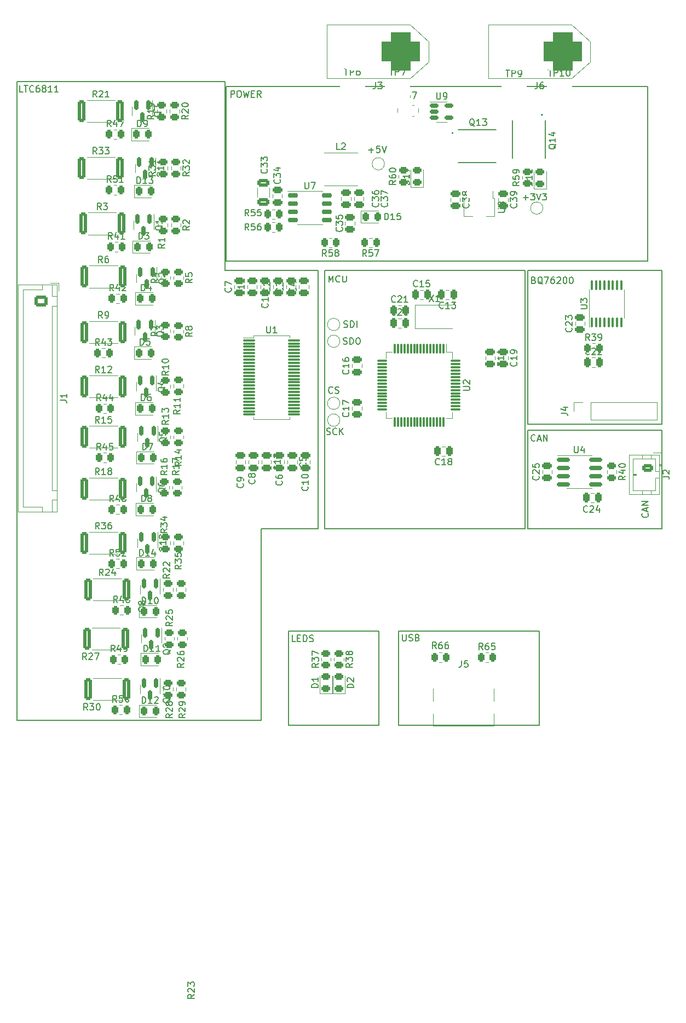
<source format=gbr>
%TF.GenerationSoftware,KiCad,Pcbnew,(6.0.7-1)-1*%
%TF.CreationDate,2022-08-24T14:53:57+02:00*%
%TF.ProjectId,Flux_BMS,466c7578-5f42-44d5-932e-6b696361645f,rev?*%
%TF.SameCoordinates,Original*%
%TF.FileFunction,Legend,Top*%
%TF.FilePolarity,Positive*%
%FSLAX46Y46*%
G04 Gerber Fmt 4.6, Leading zero omitted, Abs format (unit mm)*
G04 Created by KiCad (PCBNEW (6.0.7-1)-1) date 2022-08-24 14:53:57*
%MOMM*%
%LPD*%
G01*
G04 APERTURE LIST*
G04 Aperture macros list*
%AMRoundRect*
0 Rectangle with rounded corners*
0 $1 Rounding radius*
0 $2 $3 $4 $5 $6 $7 $8 $9 X,Y pos of 4 corners*
0 Add a 4 corners polygon primitive as box body*
4,1,4,$2,$3,$4,$5,$6,$7,$8,$9,$2,$3,0*
0 Add four circle primitives for the rounded corners*
1,1,$1+$1,$2,$3*
1,1,$1+$1,$4,$5*
1,1,$1+$1,$6,$7*
1,1,$1+$1,$8,$9*
0 Add four rect primitives between the rounded corners*
20,1,$1+$1,$2,$3,$4,$5,0*
20,1,$1+$1,$4,$5,$6,$7,0*
20,1,$1+$1,$6,$7,$8,$9,0*
20,1,$1+$1,$8,$9,$2,$3,0*%
%AMFreePoly0*
4,1,9,3.862500,-0.866500,0.737500,-0.866500,0.737500,-0.450000,-0.737500,-0.450000,-0.737500,0.450000,0.737500,0.450000,0.737500,0.866500,3.862500,0.866500,3.862500,-0.866500,3.862500,-0.866500,$1*%
G04 Aperture macros list end*
%ADD10C,0.150000*%
%ADD11C,0.120000*%
%ADD12C,0.127000*%
%ADD13C,0.200000*%
%ADD14C,0.010000*%
%ADD15RoundRect,0.243750X0.456250X-0.243750X0.456250X0.243750X-0.456250X0.243750X-0.456250X-0.243750X0*%
%ADD16RoundRect,0.250000X-0.450000X0.262500X-0.450000X-0.262500X0.450000X-0.262500X0.450000X0.262500X0*%
%ADD17C,1.500000*%
%ADD18RoundRect,0.250000X-0.362500X-1.425000X0.362500X-1.425000X0.362500X1.425000X-0.362500X1.425000X0*%
%ADD19RoundRect,0.150000X-0.650000X-0.150000X0.650000X-0.150000X0.650000X0.150000X-0.650000X0.150000X0*%
%ADD20R,2.410000X3.100000*%
%ADD21RoundRect,1.500000X1.500000X1.500000X-1.500000X1.500000X-1.500000X-1.500000X1.500000X-1.500000X0*%
%ADD22C,6.000000*%
%ADD23RoundRect,0.250000X0.650000X-0.325000X0.650000X0.325000X-0.650000X0.325000X-0.650000X-0.325000X0*%
%ADD24RoundRect,0.250000X-0.250000X-0.475000X0.250000X-0.475000X0.250000X0.475000X-0.250000X0.475000X0*%
%ADD25RoundRect,0.250000X-0.725000X0.600000X-0.725000X-0.600000X0.725000X-0.600000X0.725000X0.600000X0*%
%ADD26O,1.950000X1.700000*%
%ADD27RoundRect,0.250000X-0.262500X-0.450000X0.262500X-0.450000X0.262500X0.450000X-0.262500X0.450000X0*%
%ADD28RoundRect,0.250000X-0.475000X0.250000X-0.475000X-0.250000X0.475000X-0.250000X0.475000X0.250000X0*%
%ADD29R,2.287000X1.010000*%
%ADD30R,0.762000X1.010000*%
%ADD31C,0.600000*%
%ADD32R,4.000000X4.000000*%
%ADD33RoundRect,0.250000X0.450000X-0.262500X0.450000X0.262500X-0.450000X0.262500X-0.450000X-0.262500X0*%
%ADD34C,0.650000*%
%ADD35R,0.600000X1.450000*%
%ADD36R,0.300000X1.450000*%
%ADD37O,1.000000X1.600000*%
%ADD38O,1.000000X2.100000*%
%ADD39RoundRect,0.150000X-0.150000X0.587500X-0.150000X-0.587500X0.150000X-0.587500X0.150000X0.587500X0*%
%ADD40RoundRect,0.243750X-0.243750X-0.456250X0.243750X-0.456250X0.243750X0.456250X-0.243750X0.456250X0*%
%ADD41R,0.610000X1.270000*%
%ADD42RoundRect,0.250000X0.475000X-0.250000X0.475000X0.250000X-0.475000X0.250000X-0.475000X-0.250000X0*%
%ADD43RoundRect,0.150000X-0.825000X-0.150000X0.825000X-0.150000X0.825000X0.150000X-0.825000X0.150000X0*%
%ADD44RoundRect,0.250000X0.250000X0.475000X-0.250000X0.475000X-0.250000X-0.475000X0.250000X-0.475000X0*%
%ADD45RoundRect,0.250000X0.262500X0.450000X-0.262500X0.450000X-0.262500X-0.450000X0.262500X-0.450000X0*%
%ADD46R,0.900000X1.300000*%
%ADD47FreePoly0,270.000000*%
%ADD48RoundRect,0.100000X0.100000X-0.637500X0.100000X0.637500X-0.100000X0.637500X-0.100000X-0.637500X0*%
%ADD49R,2.000000X2.400000*%
%ADD50R,1.700000X1.700000*%
%ADD51O,1.700000X1.700000*%
%ADD52R,1.270000X0.610000*%
%ADD53RoundRect,0.075000X-0.875000X-0.075000X0.875000X-0.075000X0.875000X0.075000X-0.875000X0.075000X0*%
%ADD54R,1.500000X4.000000*%
%ADD55RoundRect,0.075000X-0.075000X0.700000X-0.075000X-0.700000X0.075000X-0.700000X0.075000X0.700000X0*%
%ADD56RoundRect,0.075000X-0.700000X0.075000X-0.700000X-0.075000X0.700000X-0.075000X0.700000X0.075000X0*%
%ADD57RoundRect,0.250000X-0.625000X0.350000X-0.625000X-0.350000X0.625000X-0.350000X0.625000X0.350000X0*%
%ADD58O,1.750000X1.200000*%
%ADD59RoundRect,0.150000X-0.512500X-0.150000X0.512500X-0.150000X0.512500X0.150000X-0.512500X0.150000X0*%
G04 APERTURE END LIST*
D10*
X107600000Y-51200000D02*
X172800000Y-51200000D01*
X172800000Y-51200000D02*
X172800000Y-78200000D01*
X172800000Y-78200000D02*
X107600000Y-78200000D01*
X107600000Y-78200000D02*
X107600000Y-51200000D01*
X107400000Y-79600000D02*
X121800000Y-79600000D01*
X121800000Y-119600000D01*
X113000000Y-119600000D01*
X113000000Y-149200000D01*
X75200000Y-149200000D01*
X75200000Y-50400000D01*
X107400000Y-50400000D01*
X107400000Y-79600000D01*
X175000000Y-103400000D02*
X154200000Y-103400000D01*
X154200000Y-103400000D02*
X154200000Y-79600000D01*
X154200000Y-79600000D02*
X175000000Y-79600000D01*
X175000000Y-79600000D02*
X175000000Y-103400000D01*
X154200000Y-104400000D02*
X175000000Y-104400000D01*
X175000000Y-104400000D02*
X175000000Y-119600000D01*
X175000000Y-119600000D02*
X154200000Y-119600000D01*
X154200000Y-119600000D02*
X154200000Y-104400000D01*
X122800000Y-79600000D02*
X153800000Y-79600000D01*
X153800000Y-79600000D02*
X153800000Y-119600000D01*
X153800000Y-119600000D02*
X122800000Y-119600000D01*
X122800000Y-119600000D02*
X122800000Y-79600000D01*
X134200000Y-135400000D02*
X156000000Y-135400000D01*
X156000000Y-135400000D02*
X156000000Y-150000000D01*
X156000000Y-150000000D02*
X134200000Y-150000000D01*
X134200000Y-150000000D02*
X134200000Y-135400000D01*
X117200000Y-135400000D02*
X131200000Y-135400000D01*
X131200000Y-135400000D02*
X131200000Y-150000000D01*
X131200000Y-150000000D02*
X117200000Y-150000000D01*
X117200000Y-150000000D02*
X117200000Y-135400000D01*
X155357142Y-105957142D02*
X155309523Y-106004761D01*
X155166666Y-106052380D01*
X155071428Y-106052380D01*
X154928571Y-106004761D01*
X154833333Y-105909523D01*
X154785714Y-105814285D01*
X154738095Y-105623809D01*
X154738095Y-105480952D01*
X154785714Y-105290476D01*
X154833333Y-105195238D01*
X154928571Y-105100000D01*
X155071428Y-105052380D01*
X155166666Y-105052380D01*
X155309523Y-105100000D01*
X155357142Y-105147619D01*
X155738095Y-105766666D02*
X156214285Y-105766666D01*
X155642857Y-106052380D02*
X155976190Y-105052380D01*
X156309523Y-106052380D01*
X156642857Y-106052380D02*
X156642857Y-105052380D01*
X157214285Y-106052380D01*
X157214285Y-105052380D01*
X134838095Y-135952380D02*
X134838095Y-136761904D01*
X134885714Y-136857142D01*
X134933333Y-136904761D01*
X135028571Y-136952380D01*
X135219047Y-136952380D01*
X135314285Y-136904761D01*
X135361904Y-136857142D01*
X135409523Y-136761904D01*
X135409523Y-135952380D01*
X135838095Y-136904761D02*
X135980952Y-136952380D01*
X136219047Y-136952380D01*
X136314285Y-136904761D01*
X136361904Y-136857142D01*
X136409523Y-136761904D01*
X136409523Y-136666666D01*
X136361904Y-136571428D01*
X136314285Y-136523809D01*
X136219047Y-136476190D01*
X136028571Y-136428571D01*
X135933333Y-136380952D01*
X135885714Y-136333333D01*
X135838095Y-136238095D01*
X135838095Y-136142857D01*
X135885714Y-136047619D01*
X135933333Y-136000000D01*
X136028571Y-135952380D01*
X136266666Y-135952380D01*
X136409523Y-136000000D01*
X137171428Y-136428571D02*
X137314285Y-136476190D01*
X137361904Y-136523809D01*
X137409523Y-136619047D01*
X137409523Y-136761904D01*
X137361904Y-136857142D01*
X137314285Y-136904761D01*
X137219047Y-136952380D01*
X136838095Y-136952380D01*
X136838095Y-135952380D01*
X137171428Y-135952380D01*
X137266666Y-136000000D01*
X137314285Y-136047619D01*
X137361904Y-136142857D01*
X137361904Y-136238095D01*
X137314285Y-136333333D01*
X137266666Y-136380952D01*
X137171428Y-136428571D01*
X136838095Y-136428571D01*
X123442857Y-81452380D02*
X123442857Y-80452380D01*
X123776190Y-81166666D01*
X124109523Y-80452380D01*
X124109523Y-81452380D01*
X125157142Y-81357142D02*
X125109523Y-81404761D01*
X124966666Y-81452380D01*
X124871428Y-81452380D01*
X124728571Y-81404761D01*
X124633333Y-81309523D01*
X124585714Y-81214285D01*
X124538095Y-81023809D01*
X124538095Y-80880952D01*
X124585714Y-80690476D01*
X124633333Y-80595238D01*
X124728571Y-80500000D01*
X124871428Y-80452380D01*
X124966666Y-80452380D01*
X125109523Y-80500000D01*
X125157142Y-80547619D01*
X125585714Y-80452380D02*
X125585714Y-81261904D01*
X125633333Y-81357142D01*
X125680952Y-81404761D01*
X125776190Y-81452380D01*
X125966666Y-81452380D01*
X126061904Y-81404761D01*
X126109523Y-81357142D01*
X126157142Y-81261904D01*
X126157142Y-80452380D01*
X155166666Y-81128571D02*
X155309523Y-81176190D01*
X155357142Y-81223809D01*
X155404761Y-81319047D01*
X155404761Y-81461904D01*
X155357142Y-81557142D01*
X155309523Y-81604761D01*
X155214285Y-81652380D01*
X154833333Y-81652380D01*
X154833333Y-80652380D01*
X155166666Y-80652380D01*
X155261904Y-80700000D01*
X155309523Y-80747619D01*
X155357142Y-80842857D01*
X155357142Y-80938095D01*
X155309523Y-81033333D01*
X155261904Y-81080952D01*
X155166666Y-81128571D01*
X154833333Y-81128571D01*
X156500000Y-81747619D02*
X156404761Y-81700000D01*
X156309523Y-81604761D01*
X156166666Y-81461904D01*
X156071428Y-81414285D01*
X155976190Y-81414285D01*
X156023809Y-81652380D02*
X155928571Y-81604761D01*
X155833333Y-81509523D01*
X155785714Y-81319047D01*
X155785714Y-80985714D01*
X155833333Y-80795238D01*
X155928571Y-80700000D01*
X156023809Y-80652380D01*
X156214285Y-80652380D01*
X156309523Y-80700000D01*
X156404761Y-80795238D01*
X156452380Y-80985714D01*
X156452380Y-81319047D01*
X156404761Y-81509523D01*
X156309523Y-81604761D01*
X156214285Y-81652380D01*
X156023809Y-81652380D01*
X156785714Y-80652380D02*
X157452380Y-80652380D01*
X157023809Y-81652380D01*
X158261904Y-80652380D02*
X158071428Y-80652380D01*
X157976190Y-80700000D01*
X157928571Y-80747619D01*
X157833333Y-80890476D01*
X157785714Y-81080952D01*
X157785714Y-81461904D01*
X157833333Y-81557142D01*
X157880952Y-81604761D01*
X157976190Y-81652380D01*
X158166666Y-81652380D01*
X158261904Y-81604761D01*
X158309523Y-81557142D01*
X158357142Y-81461904D01*
X158357142Y-81223809D01*
X158309523Y-81128571D01*
X158261904Y-81080952D01*
X158166666Y-81033333D01*
X157976190Y-81033333D01*
X157880952Y-81080952D01*
X157833333Y-81128571D01*
X157785714Y-81223809D01*
X158738095Y-80747619D02*
X158785714Y-80700000D01*
X158880952Y-80652380D01*
X159119047Y-80652380D01*
X159214285Y-80700000D01*
X159261904Y-80747619D01*
X159309523Y-80842857D01*
X159309523Y-80938095D01*
X159261904Y-81080952D01*
X158690476Y-81652380D01*
X159309523Y-81652380D01*
X159928571Y-80652380D02*
X160023809Y-80652380D01*
X160119047Y-80700000D01*
X160166666Y-80747619D01*
X160214285Y-80842857D01*
X160261904Y-81033333D01*
X160261904Y-81271428D01*
X160214285Y-81461904D01*
X160166666Y-81557142D01*
X160119047Y-81604761D01*
X160023809Y-81652380D01*
X159928571Y-81652380D01*
X159833333Y-81604761D01*
X159785714Y-81557142D01*
X159738095Y-81461904D01*
X159690476Y-81271428D01*
X159690476Y-81033333D01*
X159738095Y-80842857D01*
X159785714Y-80747619D01*
X159833333Y-80700000D01*
X159928571Y-80652380D01*
X160880952Y-80652380D02*
X160976190Y-80652380D01*
X161071428Y-80700000D01*
X161119047Y-80747619D01*
X161166666Y-80842857D01*
X161214285Y-81033333D01*
X161214285Y-81271428D01*
X161166666Y-81461904D01*
X161119047Y-81557142D01*
X161071428Y-81604761D01*
X160976190Y-81652380D01*
X160880952Y-81652380D01*
X160785714Y-81604761D01*
X160738095Y-81557142D01*
X160690476Y-81461904D01*
X160642857Y-81271428D01*
X160642857Y-81033333D01*
X160690476Y-80842857D01*
X160738095Y-80747619D01*
X160785714Y-80700000D01*
X160880952Y-80652380D01*
X108290476Y-52852380D02*
X108290476Y-51852380D01*
X108671428Y-51852380D01*
X108766666Y-51900000D01*
X108814285Y-51947619D01*
X108861904Y-52042857D01*
X108861904Y-52185714D01*
X108814285Y-52280952D01*
X108766666Y-52328571D01*
X108671428Y-52376190D01*
X108290476Y-52376190D01*
X109480952Y-51852380D02*
X109671428Y-51852380D01*
X109766666Y-51900000D01*
X109861904Y-51995238D01*
X109909523Y-52185714D01*
X109909523Y-52519047D01*
X109861904Y-52709523D01*
X109766666Y-52804761D01*
X109671428Y-52852380D01*
X109480952Y-52852380D01*
X109385714Y-52804761D01*
X109290476Y-52709523D01*
X109242857Y-52519047D01*
X109242857Y-52185714D01*
X109290476Y-51995238D01*
X109385714Y-51900000D01*
X109480952Y-51852380D01*
X110242857Y-51852380D02*
X110480952Y-52852380D01*
X110671428Y-52138095D01*
X110861904Y-52852380D01*
X111100000Y-51852380D01*
X111480952Y-52328571D02*
X111814285Y-52328571D01*
X111957142Y-52852380D02*
X111480952Y-52852380D01*
X111480952Y-51852380D01*
X111957142Y-51852380D01*
X112957142Y-52852380D02*
X112623809Y-52376190D01*
X112385714Y-52852380D02*
X112385714Y-51852380D01*
X112766666Y-51852380D01*
X112861904Y-51900000D01*
X112909523Y-51947619D01*
X112957142Y-52042857D01*
X112957142Y-52185714D01*
X112909523Y-52280952D01*
X112861904Y-52328571D01*
X112766666Y-52376190D01*
X112385714Y-52376190D01*
X118280952Y-137052380D02*
X117804761Y-137052380D01*
X117804761Y-136052380D01*
X118614285Y-136528571D02*
X118947619Y-136528571D01*
X119090476Y-137052380D02*
X118614285Y-137052380D01*
X118614285Y-136052380D01*
X119090476Y-136052380D01*
X119519047Y-137052380D02*
X119519047Y-136052380D01*
X119757142Y-136052380D01*
X119900000Y-136100000D01*
X119995238Y-136195238D01*
X120042857Y-136290476D01*
X120090476Y-136480952D01*
X120090476Y-136623809D01*
X120042857Y-136814285D01*
X119995238Y-136909523D01*
X119900000Y-137004761D01*
X119757142Y-137052380D01*
X119519047Y-137052380D01*
X120471428Y-137004761D02*
X120614285Y-137052380D01*
X120852380Y-137052380D01*
X120947619Y-137004761D01*
X120995238Y-136957142D01*
X121042857Y-136861904D01*
X121042857Y-136766666D01*
X120995238Y-136671428D01*
X120947619Y-136623809D01*
X120852380Y-136576190D01*
X120661904Y-136528571D01*
X120566666Y-136480952D01*
X120519047Y-136433333D01*
X120471428Y-136338095D01*
X120471428Y-136242857D01*
X120519047Y-136147619D01*
X120566666Y-136100000D01*
X120661904Y-136052380D01*
X120900000Y-136052380D01*
X121042857Y-136100000D01*
X76123809Y-52052380D02*
X75647619Y-52052380D01*
X75647619Y-51052380D01*
X76314285Y-51052380D02*
X76885714Y-51052380D01*
X76600000Y-52052380D02*
X76600000Y-51052380D01*
X77790476Y-51957142D02*
X77742857Y-52004761D01*
X77600000Y-52052380D01*
X77504761Y-52052380D01*
X77361904Y-52004761D01*
X77266666Y-51909523D01*
X77219047Y-51814285D01*
X77171428Y-51623809D01*
X77171428Y-51480952D01*
X77219047Y-51290476D01*
X77266666Y-51195238D01*
X77361904Y-51100000D01*
X77504761Y-51052380D01*
X77600000Y-51052380D01*
X77742857Y-51100000D01*
X77790476Y-51147619D01*
X78647619Y-51052380D02*
X78457142Y-51052380D01*
X78361904Y-51100000D01*
X78314285Y-51147619D01*
X78219047Y-51290476D01*
X78171428Y-51480952D01*
X78171428Y-51861904D01*
X78219047Y-51957142D01*
X78266666Y-52004761D01*
X78361904Y-52052380D01*
X78552380Y-52052380D01*
X78647619Y-52004761D01*
X78695238Y-51957142D01*
X78742857Y-51861904D01*
X78742857Y-51623809D01*
X78695238Y-51528571D01*
X78647619Y-51480952D01*
X78552380Y-51433333D01*
X78361904Y-51433333D01*
X78266666Y-51480952D01*
X78219047Y-51528571D01*
X78171428Y-51623809D01*
X79314285Y-51480952D02*
X79219047Y-51433333D01*
X79171428Y-51385714D01*
X79123809Y-51290476D01*
X79123809Y-51242857D01*
X79171428Y-51147619D01*
X79219047Y-51100000D01*
X79314285Y-51052380D01*
X79504761Y-51052380D01*
X79600000Y-51100000D01*
X79647619Y-51147619D01*
X79695238Y-51242857D01*
X79695238Y-51290476D01*
X79647619Y-51385714D01*
X79600000Y-51433333D01*
X79504761Y-51480952D01*
X79314285Y-51480952D01*
X79219047Y-51528571D01*
X79171428Y-51576190D01*
X79123809Y-51671428D01*
X79123809Y-51861904D01*
X79171428Y-51957142D01*
X79219047Y-52004761D01*
X79314285Y-52052380D01*
X79504761Y-52052380D01*
X79600000Y-52004761D01*
X79647619Y-51957142D01*
X79695238Y-51861904D01*
X79695238Y-51671428D01*
X79647619Y-51576190D01*
X79600000Y-51528571D01*
X79504761Y-51480952D01*
X80647619Y-52052380D02*
X80076190Y-52052380D01*
X80361904Y-52052380D02*
X80361904Y-51052380D01*
X80266666Y-51195238D01*
X80171428Y-51290476D01*
X80076190Y-51338095D01*
X81600000Y-52052380D02*
X81028571Y-52052380D01*
X81314285Y-52052380D02*
X81314285Y-51052380D01*
X81219047Y-51195238D01*
X81123809Y-51290476D01*
X81028571Y-51338095D01*
%TO.C,D16*%
X154902380Y-66514285D02*
X153902380Y-66514285D01*
X153902380Y-66276190D01*
X153950000Y-66133333D01*
X154045238Y-66038095D01*
X154140476Y-65990476D01*
X154330952Y-65942857D01*
X154473809Y-65942857D01*
X154664285Y-65990476D01*
X154759523Y-66038095D01*
X154854761Y-66133333D01*
X154902380Y-66276190D01*
X154902380Y-66514285D01*
X154902380Y-64990476D02*
X154902380Y-65561904D01*
X154902380Y-65276190D02*
X153902380Y-65276190D01*
X154045238Y-65371428D01*
X154140476Y-65466666D01*
X154188095Y-65561904D01*
X153902380Y-64133333D02*
X153902380Y-64323809D01*
X153950000Y-64419047D01*
X153997619Y-64466666D01*
X154140476Y-64561904D01*
X154330952Y-64609523D01*
X154711904Y-64609523D01*
X154807142Y-64561904D01*
X154854761Y-64514285D01*
X154902380Y-64419047D01*
X154902380Y-64228571D01*
X154854761Y-64133333D01*
X154807142Y-64085714D01*
X154711904Y-64038095D01*
X154473809Y-64038095D01*
X154378571Y-64085714D01*
X154330952Y-64133333D01*
X154283333Y-64228571D01*
X154283333Y-64419047D01*
X154330952Y-64514285D01*
X154378571Y-64561904D01*
X154473809Y-64609523D01*
%TO.C,R20*%
X101702380Y-55642857D02*
X101226190Y-55976190D01*
X101702380Y-56214285D02*
X100702380Y-56214285D01*
X100702380Y-55833333D01*
X100750000Y-55738095D01*
X100797619Y-55690476D01*
X100892857Y-55642857D01*
X101035714Y-55642857D01*
X101130952Y-55690476D01*
X101178571Y-55738095D01*
X101226190Y-55833333D01*
X101226190Y-56214285D01*
X100797619Y-55261904D02*
X100750000Y-55214285D01*
X100702380Y-55119047D01*
X100702380Y-54880952D01*
X100750000Y-54785714D01*
X100797619Y-54738095D01*
X100892857Y-54690476D01*
X100988095Y-54690476D01*
X101130952Y-54738095D01*
X101702380Y-55309523D01*
X101702380Y-54690476D01*
X100702380Y-54071428D02*
X100702380Y-53976190D01*
X100750000Y-53880952D01*
X100797619Y-53833333D01*
X100892857Y-53785714D01*
X101083333Y-53738095D01*
X101321428Y-53738095D01*
X101511904Y-53785714D01*
X101607142Y-53833333D01*
X101654761Y-53880952D01*
X101702380Y-53976190D01*
X101702380Y-54071428D01*
X101654761Y-54166666D01*
X101607142Y-54214285D01*
X101511904Y-54261904D01*
X101321428Y-54309523D01*
X101083333Y-54309523D01*
X100892857Y-54261904D01*
X100797619Y-54214285D01*
X100750000Y-54166666D01*
X100702380Y-54071428D01*
%TO.C,TP1*%
X129619285Y-61021428D02*
X130381190Y-61021428D01*
X130000238Y-61402380D02*
X130000238Y-60640476D01*
X131333571Y-60402380D02*
X130857380Y-60402380D01*
X130809761Y-60878571D01*
X130857380Y-60830952D01*
X130952619Y-60783333D01*
X131190714Y-60783333D01*
X131285952Y-60830952D01*
X131333571Y-60878571D01*
X131381190Y-60973809D01*
X131381190Y-61211904D01*
X131333571Y-61307142D01*
X131285952Y-61354761D01*
X131190714Y-61402380D01*
X130952619Y-61402380D01*
X130857380Y-61354761D01*
X130809761Y-61307142D01*
X131666904Y-60402380D02*
X132000238Y-61402380D01*
X132333571Y-60402380D01*
%TO.C,R3*%
X88233333Y-70232380D02*
X87900000Y-69756190D01*
X87661904Y-70232380D02*
X87661904Y-69232380D01*
X88042857Y-69232380D01*
X88138095Y-69280000D01*
X88185714Y-69327619D01*
X88233333Y-69422857D01*
X88233333Y-69565714D01*
X88185714Y-69660952D01*
X88138095Y-69708571D01*
X88042857Y-69756190D01*
X87661904Y-69756190D01*
X88566666Y-69232380D02*
X89185714Y-69232380D01*
X88852380Y-69613333D01*
X88995238Y-69613333D01*
X89090476Y-69660952D01*
X89138095Y-69708571D01*
X89185714Y-69803809D01*
X89185714Y-70041904D01*
X89138095Y-70137142D01*
X89090476Y-70184761D01*
X88995238Y-70232380D01*
X88709523Y-70232380D01*
X88614285Y-70184761D01*
X88566666Y-70137142D01*
%TO.C,U7*%
X119743095Y-66002380D02*
X119743095Y-66811904D01*
X119790714Y-66907142D01*
X119838333Y-66954761D01*
X119933571Y-67002380D01*
X120124047Y-67002380D01*
X120219285Y-66954761D01*
X120266904Y-66907142D01*
X120314523Y-66811904D01*
X120314523Y-66002380D01*
X120695476Y-66002380D02*
X121362142Y-66002380D01*
X120933571Y-67002380D01*
%TO.C,D2*%
X127272380Y-144198095D02*
X126272380Y-144198095D01*
X126272380Y-143960000D01*
X126320000Y-143817142D01*
X126415238Y-143721904D01*
X126510476Y-143674285D01*
X126700952Y-143626666D01*
X126843809Y-143626666D01*
X127034285Y-143674285D01*
X127129523Y-143721904D01*
X127224761Y-143817142D01*
X127272380Y-143960000D01*
X127272380Y-144198095D01*
X126367619Y-143245714D02*
X126320000Y-143198095D01*
X126272380Y-143102857D01*
X126272380Y-142864761D01*
X126320000Y-142769523D01*
X126367619Y-142721904D01*
X126462857Y-142674285D01*
X126558095Y-142674285D01*
X126700952Y-142721904D01*
X127272380Y-143293333D01*
X127272380Y-142674285D01*
%TO.C,J6*%
X155666666Y-50552380D02*
X155666666Y-51266666D01*
X155619047Y-51409523D01*
X155523809Y-51504761D01*
X155380952Y-51552380D01*
X155285714Y-51552380D01*
X156571428Y-50552380D02*
X156380952Y-50552380D01*
X156285714Y-50600000D01*
X156238095Y-50647619D01*
X156142857Y-50790476D01*
X156095238Y-50980952D01*
X156095238Y-51361904D01*
X156142857Y-51457142D01*
X156190476Y-51504761D01*
X156285714Y-51552380D01*
X156476190Y-51552380D01*
X156571428Y-51504761D01*
X156619047Y-51457142D01*
X156666666Y-51361904D01*
X156666666Y-51123809D01*
X156619047Y-51028571D01*
X156571428Y-50980952D01*
X156476190Y-50933333D01*
X156285714Y-50933333D01*
X156190476Y-50980952D01*
X156142857Y-51028571D01*
X156095238Y-51123809D01*
%TO.C,C33*%
X113862142Y-63992857D02*
X113909761Y-64040476D01*
X113957380Y-64183333D01*
X113957380Y-64278571D01*
X113909761Y-64421428D01*
X113814523Y-64516666D01*
X113719285Y-64564285D01*
X113528809Y-64611904D01*
X113385952Y-64611904D01*
X113195476Y-64564285D01*
X113100238Y-64516666D01*
X113005000Y-64421428D01*
X112957380Y-64278571D01*
X112957380Y-64183333D01*
X113005000Y-64040476D01*
X113052619Y-63992857D01*
X112957380Y-63659523D02*
X112957380Y-63040476D01*
X113338333Y-63373809D01*
X113338333Y-63230952D01*
X113385952Y-63135714D01*
X113433571Y-63088095D01*
X113528809Y-63040476D01*
X113766904Y-63040476D01*
X113862142Y-63088095D01*
X113909761Y-63135714D01*
X113957380Y-63230952D01*
X113957380Y-63516666D01*
X113909761Y-63611904D01*
X113862142Y-63659523D01*
X112957380Y-62707142D02*
X112957380Y-62088095D01*
X113338333Y-62421428D01*
X113338333Y-62278571D01*
X113385952Y-62183333D01*
X113433571Y-62135714D01*
X113528809Y-62088095D01*
X113766904Y-62088095D01*
X113862142Y-62135714D01*
X113909761Y-62183333D01*
X113957380Y-62278571D01*
X113957380Y-62564285D01*
X113909761Y-62659523D01*
X113862142Y-62707142D01*
%TO.C,C15*%
X137157142Y-82077142D02*
X137109523Y-82124761D01*
X136966666Y-82172380D01*
X136871428Y-82172380D01*
X136728571Y-82124761D01*
X136633333Y-82029523D01*
X136585714Y-81934285D01*
X136538095Y-81743809D01*
X136538095Y-81600952D01*
X136585714Y-81410476D01*
X136633333Y-81315238D01*
X136728571Y-81220000D01*
X136871428Y-81172380D01*
X136966666Y-81172380D01*
X137109523Y-81220000D01*
X137157142Y-81267619D01*
X138109523Y-82172380D02*
X137538095Y-82172380D01*
X137823809Y-82172380D02*
X137823809Y-81172380D01*
X137728571Y-81315238D01*
X137633333Y-81410476D01*
X137538095Y-81458095D01*
X139014285Y-81172380D02*
X138538095Y-81172380D01*
X138490476Y-81648571D01*
X138538095Y-81600952D01*
X138633333Y-81553333D01*
X138871428Y-81553333D01*
X138966666Y-81600952D01*
X139014285Y-81648571D01*
X139061904Y-81743809D01*
X139061904Y-81981904D01*
X139014285Y-82077142D01*
X138966666Y-82124761D01*
X138871428Y-82172380D01*
X138633333Y-82172380D01*
X138538095Y-82124761D01*
X138490476Y-82077142D01*
%TO.C,J1*%
X81927380Y-99733333D02*
X82641666Y-99733333D01*
X82784523Y-99780952D01*
X82879761Y-99876190D01*
X82927380Y-100019047D01*
X82927380Y-100114285D01*
X82927380Y-98733333D02*
X82927380Y-99304761D01*
X82927380Y-99019047D02*
X81927380Y-99019047D01*
X82070238Y-99114285D01*
X82165476Y-99209523D01*
X82213095Y-99304761D01*
%TO.C,R42*%
X90157142Y-82802380D02*
X89823809Y-82326190D01*
X89585714Y-82802380D02*
X89585714Y-81802380D01*
X89966666Y-81802380D01*
X90061904Y-81850000D01*
X90109523Y-81897619D01*
X90157142Y-81992857D01*
X90157142Y-82135714D01*
X90109523Y-82230952D01*
X90061904Y-82278571D01*
X89966666Y-82326190D01*
X89585714Y-82326190D01*
X91014285Y-82135714D02*
X91014285Y-82802380D01*
X90776190Y-81754761D02*
X90538095Y-82469047D01*
X91157142Y-82469047D01*
X91490476Y-81897619D02*
X91538095Y-81850000D01*
X91633333Y-81802380D01*
X91871428Y-81802380D01*
X91966666Y-81850000D01*
X92014285Y-81897619D01*
X92061904Y-81992857D01*
X92061904Y-82088095D01*
X92014285Y-82230952D01*
X91442857Y-82802380D01*
X92061904Y-82802380D01*
%TO.C,R35*%
X100652380Y-125242857D02*
X100176190Y-125576190D01*
X100652380Y-125814285D02*
X99652380Y-125814285D01*
X99652380Y-125433333D01*
X99700000Y-125338095D01*
X99747619Y-125290476D01*
X99842857Y-125242857D01*
X99985714Y-125242857D01*
X100080952Y-125290476D01*
X100128571Y-125338095D01*
X100176190Y-125433333D01*
X100176190Y-125814285D01*
X99652380Y-124909523D02*
X99652380Y-124290476D01*
X100033333Y-124623809D01*
X100033333Y-124480952D01*
X100080952Y-124385714D01*
X100128571Y-124338095D01*
X100223809Y-124290476D01*
X100461904Y-124290476D01*
X100557142Y-124338095D01*
X100604761Y-124385714D01*
X100652380Y-124480952D01*
X100652380Y-124766666D01*
X100604761Y-124861904D01*
X100557142Y-124909523D01*
X99652380Y-123385714D02*
X99652380Y-123861904D01*
X100128571Y-123909523D01*
X100080952Y-123861904D01*
X100033333Y-123766666D01*
X100033333Y-123528571D01*
X100080952Y-123433333D01*
X100128571Y-123385714D01*
X100223809Y-123338095D01*
X100461904Y-123338095D01*
X100557142Y-123385714D01*
X100604761Y-123433333D01*
X100652380Y-123528571D01*
X100652380Y-123766666D01*
X100604761Y-123861904D01*
X100557142Y-123909523D01*
%TO.C,TP2*%
X124033333Y-98557142D02*
X123985714Y-98604761D01*
X123842857Y-98652380D01*
X123747619Y-98652380D01*
X123604761Y-98604761D01*
X123509523Y-98509523D01*
X123461904Y-98414285D01*
X123414285Y-98223809D01*
X123414285Y-98080952D01*
X123461904Y-97890476D01*
X123509523Y-97795238D01*
X123604761Y-97700000D01*
X123747619Y-97652380D01*
X123842857Y-97652380D01*
X123985714Y-97700000D01*
X124033333Y-97747619D01*
X124414285Y-98604761D02*
X124557142Y-98652380D01*
X124795238Y-98652380D01*
X124890476Y-98604761D01*
X124938095Y-98557142D01*
X124985714Y-98461904D01*
X124985714Y-98366666D01*
X124938095Y-98271428D01*
X124890476Y-98223809D01*
X124795238Y-98176190D01*
X124604761Y-98128571D01*
X124509523Y-98080952D01*
X124461904Y-98033333D01*
X124414285Y-97938095D01*
X124414285Y-97842857D01*
X124461904Y-97747619D01*
X124509523Y-97700000D01*
X124604761Y-97652380D01*
X124842857Y-97652380D01*
X124985714Y-97700000D01*
%TO.C,R51*%
X89757142Y-66002380D02*
X89423809Y-65526190D01*
X89185714Y-66002380D02*
X89185714Y-65002380D01*
X89566666Y-65002380D01*
X89661904Y-65050000D01*
X89709523Y-65097619D01*
X89757142Y-65192857D01*
X89757142Y-65335714D01*
X89709523Y-65430952D01*
X89661904Y-65478571D01*
X89566666Y-65526190D01*
X89185714Y-65526190D01*
X90661904Y-65002380D02*
X90185714Y-65002380D01*
X90138095Y-65478571D01*
X90185714Y-65430952D01*
X90280952Y-65383333D01*
X90519047Y-65383333D01*
X90614285Y-65430952D01*
X90661904Y-65478571D01*
X90709523Y-65573809D01*
X90709523Y-65811904D01*
X90661904Y-65907142D01*
X90614285Y-65954761D01*
X90519047Y-66002380D01*
X90280952Y-66002380D01*
X90185714Y-65954761D01*
X90138095Y-65907142D01*
X91661904Y-66002380D02*
X91090476Y-66002380D01*
X91376190Y-66002380D02*
X91376190Y-65002380D01*
X91280952Y-65145238D01*
X91185714Y-65240476D01*
X91090476Y-65288095D01*
%TO.C,C38*%
X145037142Y-69342857D02*
X145084761Y-69390476D01*
X145132380Y-69533333D01*
X145132380Y-69628571D01*
X145084761Y-69771428D01*
X144989523Y-69866666D01*
X144894285Y-69914285D01*
X144703809Y-69961904D01*
X144560952Y-69961904D01*
X144370476Y-69914285D01*
X144275238Y-69866666D01*
X144180000Y-69771428D01*
X144132380Y-69628571D01*
X144132380Y-69533333D01*
X144180000Y-69390476D01*
X144227619Y-69342857D01*
X144132380Y-69009523D02*
X144132380Y-68390476D01*
X144513333Y-68723809D01*
X144513333Y-68580952D01*
X144560952Y-68485714D01*
X144608571Y-68438095D01*
X144703809Y-68390476D01*
X144941904Y-68390476D01*
X145037142Y-68438095D01*
X145084761Y-68485714D01*
X145132380Y-68580952D01*
X145132380Y-68866666D01*
X145084761Y-68961904D01*
X145037142Y-69009523D01*
X144560952Y-67819047D02*
X144513333Y-67914285D01*
X144465714Y-67961904D01*
X144370476Y-68009523D01*
X144322857Y-68009523D01*
X144227619Y-67961904D01*
X144180000Y-67914285D01*
X144132380Y-67819047D01*
X144132380Y-67628571D01*
X144180000Y-67533333D01*
X144227619Y-67485714D01*
X144322857Y-67438095D01*
X144370476Y-67438095D01*
X144465714Y-67485714D01*
X144513333Y-67533333D01*
X144560952Y-67628571D01*
X144560952Y-67819047D01*
X144608571Y-67914285D01*
X144656190Y-67961904D01*
X144751428Y-68009523D01*
X144941904Y-68009523D01*
X145037142Y-67961904D01*
X145084761Y-67914285D01*
X145132380Y-67819047D01*
X145132380Y-67628571D01*
X145084761Y-67533333D01*
X145037142Y-67485714D01*
X144941904Y-67438095D01*
X144751428Y-67438095D01*
X144656190Y-67485714D01*
X144608571Y-67533333D01*
X144560952Y-67628571D01*
%TO.C,R67*%
X135057142Y-53052380D02*
X134723809Y-52576190D01*
X134485714Y-53052380D02*
X134485714Y-52052380D01*
X134866666Y-52052380D01*
X134961904Y-52100000D01*
X135009523Y-52147619D01*
X135057142Y-52242857D01*
X135057142Y-52385714D01*
X135009523Y-52480952D01*
X134961904Y-52528571D01*
X134866666Y-52576190D01*
X134485714Y-52576190D01*
X135914285Y-52052380D02*
X135723809Y-52052380D01*
X135628571Y-52100000D01*
X135580952Y-52147619D01*
X135485714Y-52290476D01*
X135438095Y-52480952D01*
X135438095Y-52861904D01*
X135485714Y-52957142D01*
X135533333Y-53004761D01*
X135628571Y-53052380D01*
X135819047Y-53052380D01*
X135914285Y-53004761D01*
X135961904Y-52957142D01*
X136009523Y-52861904D01*
X136009523Y-52623809D01*
X135961904Y-52528571D01*
X135914285Y-52480952D01*
X135819047Y-52433333D01*
X135628571Y-52433333D01*
X135533333Y-52480952D01*
X135485714Y-52528571D01*
X135438095Y-52623809D01*
X136342857Y-52052380D02*
X137009523Y-52052380D01*
X136580952Y-53052380D01*
%TO.C,R2*%
X101902380Y-72766666D02*
X101426190Y-73100000D01*
X101902380Y-73338095D02*
X100902380Y-73338095D01*
X100902380Y-72957142D01*
X100950000Y-72861904D01*
X100997619Y-72814285D01*
X101092857Y-72766666D01*
X101235714Y-72766666D01*
X101330952Y-72814285D01*
X101378571Y-72861904D01*
X101426190Y-72957142D01*
X101426190Y-73338095D01*
X100997619Y-72385714D02*
X100950000Y-72338095D01*
X100902380Y-72242857D01*
X100902380Y-72004761D01*
X100950000Y-71909523D01*
X100997619Y-71861904D01*
X101092857Y-71814285D01*
X101188095Y-71814285D01*
X101330952Y-71861904D01*
X101902380Y-72433333D01*
X101902380Y-71814285D01*
%TO.C,TP7*%
X132838095Y-48412380D02*
X133409523Y-48412380D01*
X133123809Y-49412380D02*
X133123809Y-48412380D01*
X133742857Y-49412380D02*
X133742857Y-48412380D01*
X134123809Y-48412380D01*
X134219047Y-48460000D01*
X134266666Y-48507619D01*
X134314285Y-48602857D01*
X134314285Y-48745714D01*
X134266666Y-48840952D01*
X134219047Y-48888571D01*
X134123809Y-48936190D01*
X133742857Y-48936190D01*
X134647619Y-48412380D02*
X135314285Y-48412380D01*
X134885714Y-49412380D01*
%TO.C,R59*%
X152902380Y-65942857D02*
X152426190Y-66276190D01*
X152902380Y-66514285D02*
X151902380Y-66514285D01*
X151902380Y-66133333D01*
X151950000Y-66038095D01*
X151997619Y-65990476D01*
X152092857Y-65942857D01*
X152235714Y-65942857D01*
X152330952Y-65990476D01*
X152378571Y-66038095D01*
X152426190Y-66133333D01*
X152426190Y-66514285D01*
X151902380Y-65038095D02*
X151902380Y-65514285D01*
X152378571Y-65561904D01*
X152330952Y-65514285D01*
X152283333Y-65419047D01*
X152283333Y-65180952D01*
X152330952Y-65085714D01*
X152378571Y-65038095D01*
X152473809Y-64990476D01*
X152711904Y-64990476D01*
X152807142Y-65038095D01*
X152854761Y-65085714D01*
X152902380Y-65180952D01*
X152902380Y-65419047D01*
X152854761Y-65514285D01*
X152807142Y-65561904D01*
X152902380Y-64514285D02*
X152902380Y-64323809D01*
X152854761Y-64228571D01*
X152807142Y-64180952D01*
X152664285Y-64085714D01*
X152473809Y-64038095D01*
X152092857Y-64038095D01*
X151997619Y-64085714D01*
X151950000Y-64133333D01*
X151902380Y-64228571D01*
X151902380Y-64419047D01*
X151950000Y-64514285D01*
X151997619Y-64561904D01*
X152092857Y-64609523D01*
X152330952Y-64609523D01*
X152426190Y-64561904D01*
X152473809Y-64514285D01*
X152521428Y-64419047D01*
X152521428Y-64228571D01*
X152473809Y-64133333D01*
X152426190Y-64085714D01*
X152330952Y-64038095D01*
%TO.C,R32*%
X101902380Y-64442857D02*
X101426190Y-64776190D01*
X101902380Y-65014285D02*
X100902380Y-65014285D01*
X100902380Y-64633333D01*
X100950000Y-64538095D01*
X100997619Y-64490476D01*
X101092857Y-64442857D01*
X101235714Y-64442857D01*
X101330952Y-64490476D01*
X101378571Y-64538095D01*
X101426190Y-64633333D01*
X101426190Y-65014285D01*
X100902380Y-64109523D02*
X100902380Y-63490476D01*
X101283333Y-63823809D01*
X101283333Y-63680952D01*
X101330952Y-63585714D01*
X101378571Y-63538095D01*
X101473809Y-63490476D01*
X101711904Y-63490476D01*
X101807142Y-63538095D01*
X101854761Y-63585714D01*
X101902380Y-63680952D01*
X101902380Y-63966666D01*
X101854761Y-64061904D01*
X101807142Y-64109523D01*
X100997619Y-63109523D02*
X100950000Y-63061904D01*
X100902380Y-62966666D01*
X100902380Y-62728571D01*
X100950000Y-62633333D01*
X100997619Y-62585714D01*
X101092857Y-62538095D01*
X101188095Y-62538095D01*
X101330952Y-62585714D01*
X101902380Y-63157142D01*
X101902380Y-62538095D01*
%TO.C,R14*%
X100652380Y-109242857D02*
X100176190Y-109576190D01*
X100652380Y-109814285D02*
X99652380Y-109814285D01*
X99652380Y-109433333D01*
X99700000Y-109338095D01*
X99747619Y-109290476D01*
X99842857Y-109242857D01*
X99985714Y-109242857D01*
X100080952Y-109290476D01*
X100128571Y-109338095D01*
X100176190Y-109433333D01*
X100176190Y-109814285D01*
X100652380Y-108290476D02*
X100652380Y-108861904D01*
X100652380Y-108576190D02*
X99652380Y-108576190D01*
X99795238Y-108671428D01*
X99890476Y-108766666D01*
X99938095Y-108861904D01*
X99985714Y-107433333D02*
X100652380Y-107433333D01*
X99604761Y-107671428D02*
X100319047Y-107909523D01*
X100319047Y-107290476D01*
%TO.C,R33*%
X87557142Y-61632380D02*
X87223809Y-61156190D01*
X86985714Y-61632380D02*
X86985714Y-60632380D01*
X87366666Y-60632380D01*
X87461904Y-60680000D01*
X87509523Y-60727619D01*
X87557142Y-60822857D01*
X87557142Y-60965714D01*
X87509523Y-61060952D01*
X87461904Y-61108571D01*
X87366666Y-61156190D01*
X86985714Y-61156190D01*
X87890476Y-60632380D02*
X88509523Y-60632380D01*
X88176190Y-61013333D01*
X88319047Y-61013333D01*
X88414285Y-61060952D01*
X88461904Y-61108571D01*
X88509523Y-61203809D01*
X88509523Y-61441904D01*
X88461904Y-61537142D01*
X88414285Y-61584761D01*
X88319047Y-61632380D01*
X88033333Y-61632380D01*
X87938095Y-61584761D01*
X87890476Y-61537142D01*
X88842857Y-60632380D02*
X89461904Y-60632380D01*
X89128571Y-61013333D01*
X89271428Y-61013333D01*
X89366666Y-61060952D01*
X89414285Y-61108571D01*
X89461904Y-61203809D01*
X89461904Y-61441904D01*
X89414285Y-61537142D01*
X89366666Y-61584761D01*
X89271428Y-61632380D01*
X88985714Y-61632380D01*
X88890476Y-61584761D01*
X88842857Y-61537142D01*
%TO.C,J5*%
X143966666Y-140007380D02*
X143966666Y-140721666D01*
X143919047Y-140864523D01*
X143823809Y-140959761D01*
X143680952Y-141007380D01*
X143585714Y-141007380D01*
X144919047Y-140007380D02*
X144442857Y-140007380D01*
X144395238Y-140483571D01*
X144442857Y-140435952D01*
X144538095Y-140388333D01*
X144776190Y-140388333D01*
X144871428Y-140435952D01*
X144919047Y-140483571D01*
X144966666Y-140578809D01*
X144966666Y-140816904D01*
X144919047Y-140912142D01*
X144871428Y-140959761D01*
X144776190Y-141007380D01*
X144538095Y-141007380D01*
X144442857Y-140959761D01*
X144395238Y-140912142D01*
%TO.C,Q7*%
X97547619Y-55095238D02*
X97500000Y-55190476D01*
X97404761Y-55285714D01*
X97261904Y-55428571D01*
X97214285Y-55523809D01*
X97214285Y-55619047D01*
X97452380Y-55571428D02*
X97404761Y-55666666D01*
X97309523Y-55761904D01*
X97119047Y-55809523D01*
X96785714Y-55809523D01*
X96595238Y-55761904D01*
X96500000Y-55666666D01*
X96452380Y-55571428D01*
X96452380Y-55380952D01*
X96500000Y-55285714D01*
X96595238Y-55190476D01*
X96785714Y-55142857D01*
X97119047Y-55142857D01*
X97309523Y-55190476D01*
X97404761Y-55285714D01*
X97452380Y-55380952D01*
X97452380Y-55571428D01*
X96452380Y-54809523D02*
X96452380Y-54142857D01*
X97452380Y-54571428D01*
%TO.C,D3*%
X94061904Y-74802380D02*
X94061904Y-73802380D01*
X94300000Y-73802380D01*
X94442857Y-73850000D01*
X94538095Y-73945238D01*
X94585714Y-74040476D01*
X94633333Y-74230952D01*
X94633333Y-74373809D01*
X94585714Y-74564285D01*
X94538095Y-74659523D01*
X94442857Y-74754761D01*
X94300000Y-74802380D01*
X94061904Y-74802380D01*
X94966666Y-73802380D02*
X95585714Y-73802380D01*
X95252380Y-74183333D01*
X95395238Y-74183333D01*
X95490476Y-74230952D01*
X95538095Y-74278571D01*
X95585714Y-74373809D01*
X95585714Y-74611904D01*
X95538095Y-74707142D01*
X95490476Y-74754761D01*
X95395238Y-74802380D01*
X95109523Y-74802380D01*
X95014285Y-74754761D01*
X94966666Y-74707142D01*
%TO.C,Q14*%
X158582619Y-60111428D02*
X158535000Y-60206666D01*
X158439761Y-60301904D01*
X158296904Y-60444761D01*
X158249285Y-60540000D01*
X158249285Y-60635238D01*
X158487380Y-60587619D02*
X158439761Y-60682857D01*
X158344523Y-60778095D01*
X158154047Y-60825714D01*
X157820714Y-60825714D01*
X157630238Y-60778095D01*
X157535000Y-60682857D01*
X157487380Y-60587619D01*
X157487380Y-60397142D01*
X157535000Y-60301904D01*
X157630238Y-60206666D01*
X157820714Y-60159047D01*
X158154047Y-60159047D01*
X158344523Y-60206666D01*
X158439761Y-60301904D01*
X158487380Y-60397142D01*
X158487380Y-60587619D01*
X158487380Y-59206666D02*
X158487380Y-59778095D01*
X158487380Y-59492380D02*
X157487380Y-59492380D01*
X157630238Y-59587619D01*
X157725476Y-59682857D01*
X157773095Y-59778095D01*
X157820714Y-58349523D02*
X158487380Y-58349523D01*
X157439761Y-58587619D02*
X158154047Y-58825714D01*
X158154047Y-58206666D01*
%TO.C,C4*%
X118277142Y-82366666D02*
X118324761Y-82414285D01*
X118372380Y-82557142D01*
X118372380Y-82652380D01*
X118324761Y-82795238D01*
X118229523Y-82890476D01*
X118134285Y-82938095D01*
X117943809Y-82985714D01*
X117800952Y-82985714D01*
X117610476Y-82938095D01*
X117515238Y-82890476D01*
X117420000Y-82795238D01*
X117372380Y-82652380D01*
X117372380Y-82557142D01*
X117420000Y-82414285D01*
X117467619Y-82366666D01*
X117705714Y-81509523D02*
X118372380Y-81509523D01*
X117324761Y-81747619D02*
X118039047Y-81985714D01*
X118039047Y-81366666D01*
%TO.C,C24*%
X163457142Y-116957142D02*
X163409523Y-117004761D01*
X163266666Y-117052380D01*
X163171428Y-117052380D01*
X163028571Y-117004761D01*
X162933333Y-116909523D01*
X162885714Y-116814285D01*
X162838095Y-116623809D01*
X162838095Y-116480952D01*
X162885714Y-116290476D01*
X162933333Y-116195238D01*
X163028571Y-116100000D01*
X163171428Y-116052380D01*
X163266666Y-116052380D01*
X163409523Y-116100000D01*
X163457142Y-116147619D01*
X163838095Y-116147619D02*
X163885714Y-116100000D01*
X163980952Y-116052380D01*
X164219047Y-116052380D01*
X164314285Y-116100000D01*
X164361904Y-116147619D01*
X164409523Y-116242857D01*
X164409523Y-116338095D01*
X164361904Y-116480952D01*
X163790476Y-117052380D01*
X164409523Y-117052380D01*
X165266666Y-116385714D02*
X165266666Y-117052380D01*
X165028571Y-116004761D02*
X164790476Y-116719047D01*
X165409523Y-116719047D01*
%TO.C,Q12*%
X98347619Y-122371428D02*
X98300000Y-122466666D01*
X98204761Y-122561904D01*
X98061904Y-122704761D01*
X98014285Y-122800000D01*
X98014285Y-122895238D01*
X98252380Y-122847619D02*
X98204761Y-122942857D01*
X98109523Y-123038095D01*
X97919047Y-123085714D01*
X97585714Y-123085714D01*
X97395238Y-123038095D01*
X97300000Y-122942857D01*
X97252380Y-122847619D01*
X97252380Y-122657142D01*
X97300000Y-122561904D01*
X97395238Y-122466666D01*
X97585714Y-122419047D01*
X97919047Y-122419047D01*
X98109523Y-122466666D01*
X98204761Y-122561904D01*
X98252380Y-122657142D01*
X98252380Y-122847619D01*
X98252380Y-121466666D02*
X98252380Y-122038095D01*
X98252380Y-121752380D02*
X97252380Y-121752380D01*
X97395238Y-121847619D01*
X97490476Y-121942857D01*
X97538095Y-122038095D01*
X97347619Y-121085714D02*
X97300000Y-121038095D01*
X97252380Y-120942857D01*
X97252380Y-120704761D01*
X97300000Y-120609523D01*
X97347619Y-120561904D01*
X97442857Y-120514285D01*
X97538095Y-120514285D01*
X97680952Y-120561904D01*
X98252380Y-121133333D01*
X98252380Y-120514285D01*
%TO.C,U4*%
X161438095Y-106852380D02*
X161438095Y-107661904D01*
X161485714Y-107757142D01*
X161533333Y-107804761D01*
X161628571Y-107852380D01*
X161819047Y-107852380D01*
X161914285Y-107804761D01*
X161961904Y-107757142D01*
X162009523Y-107661904D01*
X162009523Y-106852380D01*
X162914285Y-107185714D02*
X162914285Y-107852380D01*
X162676190Y-106804761D02*
X162438095Y-107519047D01*
X163057142Y-107519047D01*
%TO.C,Q5*%
X98347619Y-105495238D02*
X98300000Y-105590476D01*
X98204761Y-105685714D01*
X98061904Y-105828571D01*
X98014285Y-105923809D01*
X98014285Y-106019047D01*
X98252380Y-105971428D02*
X98204761Y-106066666D01*
X98109523Y-106161904D01*
X97919047Y-106209523D01*
X97585714Y-106209523D01*
X97395238Y-106161904D01*
X97300000Y-106066666D01*
X97252380Y-105971428D01*
X97252380Y-105780952D01*
X97300000Y-105685714D01*
X97395238Y-105590476D01*
X97585714Y-105542857D01*
X97919047Y-105542857D01*
X98109523Y-105590476D01*
X98204761Y-105685714D01*
X98252380Y-105780952D01*
X98252380Y-105971428D01*
X97252380Y-104638095D02*
X97252380Y-105114285D01*
X97728571Y-105161904D01*
X97680952Y-105114285D01*
X97633333Y-105019047D01*
X97633333Y-104780952D01*
X97680952Y-104685714D01*
X97728571Y-104638095D01*
X97823809Y-104590476D01*
X98061904Y-104590476D01*
X98157142Y-104638095D01*
X98204761Y-104685714D01*
X98252380Y-104780952D01*
X98252380Y-105019047D01*
X98204761Y-105114285D01*
X98157142Y-105161904D01*
%TO.C,R9*%
X88433333Y-87032380D02*
X88100000Y-86556190D01*
X87861904Y-87032380D02*
X87861904Y-86032380D01*
X88242857Y-86032380D01*
X88338095Y-86080000D01*
X88385714Y-86127619D01*
X88433333Y-86222857D01*
X88433333Y-86365714D01*
X88385714Y-86460952D01*
X88338095Y-86508571D01*
X88242857Y-86556190D01*
X87861904Y-86556190D01*
X88909523Y-87032380D02*
X89100000Y-87032380D01*
X89195238Y-86984761D01*
X89242857Y-86937142D01*
X89338095Y-86794285D01*
X89385714Y-86603809D01*
X89385714Y-86222857D01*
X89338095Y-86127619D01*
X89290476Y-86080000D01*
X89195238Y-86032380D01*
X89004761Y-86032380D01*
X88909523Y-86080000D01*
X88861904Y-86127619D01*
X88814285Y-86222857D01*
X88814285Y-86460952D01*
X88861904Y-86556190D01*
X88909523Y-86603809D01*
X89004761Y-86651428D01*
X89195238Y-86651428D01*
X89290476Y-86603809D01*
X89338095Y-86556190D01*
X89385714Y-86460952D01*
%TO.C,C20*%
X133757142Y-86477142D02*
X133709523Y-86524761D01*
X133566666Y-86572380D01*
X133471428Y-86572380D01*
X133328571Y-86524761D01*
X133233333Y-86429523D01*
X133185714Y-86334285D01*
X133138095Y-86143809D01*
X133138095Y-86000952D01*
X133185714Y-85810476D01*
X133233333Y-85715238D01*
X133328571Y-85620000D01*
X133471428Y-85572380D01*
X133566666Y-85572380D01*
X133709523Y-85620000D01*
X133757142Y-85667619D01*
X134138095Y-85667619D02*
X134185714Y-85620000D01*
X134280952Y-85572380D01*
X134519047Y-85572380D01*
X134614285Y-85620000D01*
X134661904Y-85667619D01*
X134709523Y-85762857D01*
X134709523Y-85858095D01*
X134661904Y-86000952D01*
X134090476Y-86572380D01*
X134709523Y-86572380D01*
X135328571Y-85572380D02*
X135423809Y-85572380D01*
X135519047Y-85620000D01*
X135566666Y-85667619D01*
X135614285Y-85762857D01*
X135661904Y-85953333D01*
X135661904Y-86191428D01*
X135614285Y-86381904D01*
X135566666Y-86477142D01*
X135519047Y-86524761D01*
X135423809Y-86572380D01*
X135328571Y-86572380D01*
X135233333Y-86524761D01*
X135185714Y-86477142D01*
X135138095Y-86381904D01*
X135090476Y-86191428D01*
X135090476Y-85953333D01*
X135138095Y-85762857D01*
X135185714Y-85667619D01*
X135233333Y-85620000D01*
X135328571Y-85572380D01*
%TO.C,C13*%
X141157142Y-85437142D02*
X141109523Y-85484761D01*
X140966666Y-85532380D01*
X140871428Y-85532380D01*
X140728571Y-85484761D01*
X140633333Y-85389523D01*
X140585714Y-85294285D01*
X140538095Y-85103809D01*
X140538095Y-84960952D01*
X140585714Y-84770476D01*
X140633333Y-84675238D01*
X140728571Y-84580000D01*
X140871428Y-84532380D01*
X140966666Y-84532380D01*
X141109523Y-84580000D01*
X141157142Y-84627619D01*
X142109523Y-85532380D02*
X141538095Y-85532380D01*
X141823809Y-85532380D02*
X141823809Y-84532380D01*
X141728571Y-84675238D01*
X141633333Y-84770476D01*
X141538095Y-84818095D01*
X142442857Y-84532380D02*
X143061904Y-84532380D01*
X142728571Y-84913333D01*
X142871428Y-84913333D01*
X142966666Y-84960952D01*
X143014285Y-85008571D01*
X143061904Y-85103809D01*
X143061904Y-85341904D01*
X143014285Y-85437142D01*
X142966666Y-85484761D01*
X142871428Y-85532380D01*
X142585714Y-85532380D01*
X142490476Y-85484761D01*
X142442857Y-85437142D01*
%TO.C,R65*%
X147257142Y-138302380D02*
X146923809Y-137826190D01*
X146685714Y-138302380D02*
X146685714Y-137302380D01*
X147066666Y-137302380D01*
X147161904Y-137350000D01*
X147209523Y-137397619D01*
X147257142Y-137492857D01*
X147257142Y-137635714D01*
X147209523Y-137730952D01*
X147161904Y-137778571D01*
X147066666Y-137826190D01*
X146685714Y-137826190D01*
X148114285Y-137302380D02*
X147923809Y-137302380D01*
X147828571Y-137350000D01*
X147780952Y-137397619D01*
X147685714Y-137540476D01*
X147638095Y-137730952D01*
X147638095Y-138111904D01*
X147685714Y-138207142D01*
X147733333Y-138254761D01*
X147828571Y-138302380D01*
X148019047Y-138302380D01*
X148114285Y-138254761D01*
X148161904Y-138207142D01*
X148209523Y-138111904D01*
X148209523Y-137873809D01*
X148161904Y-137778571D01*
X148114285Y-137730952D01*
X148019047Y-137683333D01*
X147828571Y-137683333D01*
X147733333Y-137730952D01*
X147685714Y-137778571D01*
X147638095Y-137873809D01*
X149114285Y-137302380D02*
X148638095Y-137302380D01*
X148590476Y-137778571D01*
X148638095Y-137730952D01*
X148733333Y-137683333D01*
X148971428Y-137683333D01*
X149066666Y-137730952D01*
X149114285Y-137778571D01*
X149161904Y-137873809D01*
X149161904Y-138111904D01*
X149114285Y-138207142D01*
X149066666Y-138254761D01*
X148971428Y-138302380D01*
X148733333Y-138302380D01*
X148638095Y-138254761D01*
X148590476Y-138207142D01*
%TO.C,R27*%
X85957142Y-139852380D02*
X85623809Y-139376190D01*
X85385714Y-139852380D02*
X85385714Y-138852380D01*
X85766666Y-138852380D01*
X85861904Y-138900000D01*
X85909523Y-138947619D01*
X85957142Y-139042857D01*
X85957142Y-139185714D01*
X85909523Y-139280952D01*
X85861904Y-139328571D01*
X85766666Y-139376190D01*
X85385714Y-139376190D01*
X86338095Y-138947619D02*
X86385714Y-138900000D01*
X86480952Y-138852380D01*
X86719047Y-138852380D01*
X86814285Y-138900000D01*
X86861904Y-138947619D01*
X86909523Y-139042857D01*
X86909523Y-139138095D01*
X86861904Y-139280952D01*
X86290476Y-139852380D01*
X86909523Y-139852380D01*
X87242857Y-138852380D02*
X87909523Y-138852380D01*
X87480952Y-139852380D01*
%TO.C,D15*%
X132090714Y-71802380D02*
X132090714Y-70802380D01*
X132328809Y-70802380D01*
X132471666Y-70850000D01*
X132566904Y-70945238D01*
X132614523Y-71040476D01*
X132662142Y-71230952D01*
X132662142Y-71373809D01*
X132614523Y-71564285D01*
X132566904Y-71659523D01*
X132471666Y-71754761D01*
X132328809Y-71802380D01*
X132090714Y-71802380D01*
X133614523Y-71802380D02*
X133043095Y-71802380D01*
X133328809Y-71802380D02*
X133328809Y-70802380D01*
X133233571Y-70945238D01*
X133138333Y-71040476D01*
X133043095Y-71088095D01*
X134519285Y-70802380D02*
X134043095Y-70802380D01*
X133995476Y-71278571D01*
X134043095Y-71230952D01*
X134138333Y-71183333D01*
X134376428Y-71183333D01*
X134471666Y-71230952D01*
X134519285Y-71278571D01*
X134566904Y-71373809D01*
X134566904Y-71611904D01*
X134519285Y-71707142D01*
X134471666Y-71754761D01*
X134376428Y-71802380D01*
X134138333Y-71802380D01*
X134043095Y-71754761D01*
X133995476Y-71707142D01*
%TO.C,C22*%
X163756301Y-92546662D02*
X163708682Y-92594281D01*
X163565825Y-92641900D01*
X163470587Y-92641900D01*
X163327730Y-92594281D01*
X163232492Y-92499043D01*
X163184873Y-92403805D01*
X163137254Y-92213329D01*
X163137254Y-92070472D01*
X163184873Y-91879996D01*
X163232492Y-91784758D01*
X163327730Y-91689520D01*
X163470587Y-91641900D01*
X163565825Y-91641900D01*
X163708682Y-91689520D01*
X163756301Y-91737139D01*
X164137254Y-91737139D02*
X164184873Y-91689520D01*
X164280111Y-91641900D01*
X164518206Y-91641900D01*
X164613444Y-91689520D01*
X164661063Y-91737139D01*
X164708682Y-91832377D01*
X164708682Y-91927615D01*
X164661063Y-92070472D01*
X164089635Y-92641900D01*
X164708682Y-92641900D01*
X165089635Y-91737139D02*
X165137254Y-91689520D01*
X165232492Y-91641900D01*
X165470587Y-91641900D01*
X165565825Y-91689520D01*
X165613444Y-91737139D01*
X165661063Y-91832377D01*
X165661063Y-91927615D01*
X165613444Y-92070472D01*
X165042016Y-92641900D01*
X165661063Y-92641900D01*
%TO.C,C35*%
X125462142Y-72992857D02*
X125509761Y-73040476D01*
X125557380Y-73183333D01*
X125557380Y-73278571D01*
X125509761Y-73421428D01*
X125414523Y-73516666D01*
X125319285Y-73564285D01*
X125128809Y-73611904D01*
X124985952Y-73611904D01*
X124795476Y-73564285D01*
X124700238Y-73516666D01*
X124605000Y-73421428D01*
X124557380Y-73278571D01*
X124557380Y-73183333D01*
X124605000Y-73040476D01*
X124652619Y-72992857D01*
X124557380Y-72659523D02*
X124557380Y-72040476D01*
X124938333Y-72373809D01*
X124938333Y-72230952D01*
X124985952Y-72135714D01*
X125033571Y-72088095D01*
X125128809Y-72040476D01*
X125366904Y-72040476D01*
X125462142Y-72088095D01*
X125509761Y-72135714D01*
X125557380Y-72230952D01*
X125557380Y-72516666D01*
X125509761Y-72611904D01*
X125462142Y-72659523D01*
X124557380Y-71135714D02*
X124557380Y-71611904D01*
X125033571Y-71659523D01*
X124985952Y-71611904D01*
X124938333Y-71516666D01*
X124938333Y-71278571D01*
X124985952Y-71183333D01*
X125033571Y-71135714D01*
X125128809Y-71088095D01*
X125366904Y-71088095D01*
X125462142Y-71135714D01*
X125509761Y-71183333D01*
X125557380Y-71278571D01*
X125557380Y-71516666D01*
X125509761Y-71611904D01*
X125462142Y-71659523D01*
%TO.C,R8*%
X102302380Y-89254166D02*
X101826190Y-89587500D01*
X102302380Y-89825595D02*
X101302380Y-89825595D01*
X101302380Y-89444642D01*
X101350000Y-89349404D01*
X101397619Y-89301785D01*
X101492857Y-89254166D01*
X101635714Y-89254166D01*
X101730952Y-89301785D01*
X101778571Y-89349404D01*
X101826190Y-89444642D01*
X101826190Y-89825595D01*
X101730952Y-88682738D02*
X101683333Y-88777976D01*
X101635714Y-88825595D01*
X101540476Y-88873214D01*
X101492857Y-88873214D01*
X101397619Y-88825595D01*
X101350000Y-88777976D01*
X101302380Y-88682738D01*
X101302380Y-88492261D01*
X101350000Y-88397023D01*
X101397619Y-88349404D01*
X101492857Y-88301785D01*
X101540476Y-88301785D01*
X101635714Y-88349404D01*
X101683333Y-88397023D01*
X101730952Y-88492261D01*
X101730952Y-88682738D01*
X101778571Y-88777976D01*
X101826190Y-88825595D01*
X101921428Y-88873214D01*
X102111904Y-88873214D01*
X102207142Y-88825595D01*
X102254761Y-88777976D01*
X102302380Y-88682738D01*
X102302380Y-88492261D01*
X102254761Y-88397023D01*
X102207142Y-88349404D01*
X102111904Y-88301785D01*
X101921428Y-88301785D01*
X101826190Y-88349404D01*
X101778571Y-88397023D01*
X101730952Y-88492261D01*
%TO.C,D1*%
X121802380Y-144138095D02*
X120802380Y-144138095D01*
X120802380Y-143900000D01*
X120850000Y-143757142D01*
X120945238Y-143661904D01*
X121040476Y-143614285D01*
X121230952Y-143566666D01*
X121373809Y-143566666D01*
X121564285Y-143614285D01*
X121659523Y-143661904D01*
X121754761Y-143757142D01*
X121802380Y-143900000D01*
X121802380Y-144138095D01*
X121802380Y-142614285D02*
X121802380Y-143185714D01*
X121802380Y-142900000D02*
X120802380Y-142900000D01*
X120945238Y-142995238D01*
X121040476Y-143090476D01*
X121088095Y-143185714D01*
%TO.C,R5*%
X102302380Y-80966666D02*
X101826190Y-81300000D01*
X102302380Y-81538095D02*
X101302380Y-81538095D01*
X101302380Y-81157142D01*
X101350000Y-81061904D01*
X101397619Y-81014285D01*
X101492857Y-80966666D01*
X101635714Y-80966666D01*
X101730952Y-81014285D01*
X101778571Y-81061904D01*
X101826190Y-81157142D01*
X101826190Y-81538095D01*
X101302380Y-80061904D02*
X101302380Y-80538095D01*
X101778571Y-80585714D01*
X101730952Y-80538095D01*
X101683333Y-80442857D01*
X101683333Y-80204761D01*
X101730952Y-80109523D01*
X101778571Y-80061904D01*
X101873809Y-80014285D01*
X102111904Y-80014285D01*
X102207142Y-80061904D01*
X102254761Y-80109523D01*
X102302380Y-80204761D01*
X102302380Y-80442857D01*
X102254761Y-80538095D01*
X102207142Y-80585714D01*
%TO.C,R15*%
X87957142Y-103232380D02*
X87623809Y-102756190D01*
X87385714Y-103232380D02*
X87385714Y-102232380D01*
X87766666Y-102232380D01*
X87861904Y-102280000D01*
X87909523Y-102327619D01*
X87957142Y-102422857D01*
X87957142Y-102565714D01*
X87909523Y-102660952D01*
X87861904Y-102708571D01*
X87766666Y-102756190D01*
X87385714Y-102756190D01*
X88909523Y-103232380D02*
X88338095Y-103232380D01*
X88623809Y-103232380D02*
X88623809Y-102232380D01*
X88528571Y-102375238D01*
X88433333Y-102470476D01*
X88338095Y-102518095D01*
X89814285Y-102232380D02*
X89338095Y-102232380D01*
X89290476Y-102708571D01*
X89338095Y-102660952D01*
X89433333Y-102613333D01*
X89671428Y-102613333D01*
X89766666Y-102660952D01*
X89814285Y-102708571D01*
X89861904Y-102803809D01*
X89861904Y-103041904D01*
X89814285Y-103137142D01*
X89766666Y-103184761D01*
X89671428Y-103232380D01*
X89433333Y-103232380D01*
X89338095Y-103184761D01*
X89290476Y-103137142D01*
%TO.C,R41*%
X89957142Y-74802380D02*
X89623809Y-74326190D01*
X89385714Y-74802380D02*
X89385714Y-73802380D01*
X89766666Y-73802380D01*
X89861904Y-73850000D01*
X89909523Y-73897619D01*
X89957142Y-73992857D01*
X89957142Y-74135714D01*
X89909523Y-74230952D01*
X89861904Y-74278571D01*
X89766666Y-74326190D01*
X89385714Y-74326190D01*
X90814285Y-74135714D02*
X90814285Y-74802380D01*
X90576190Y-73754761D02*
X90338095Y-74469047D01*
X90957142Y-74469047D01*
X91861904Y-74802380D02*
X91290476Y-74802380D01*
X91576190Y-74802380D02*
X91576190Y-73802380D01*
X91480952Y-73945238D01*
X91385714Y-74040476D01*
X91290476Y-74088095D01*
%TO.C,R49*%
X90357142Y-138602380D02*
X90023809Y-138126190D01*
X89785714Y-138602380D02*
X89785714Y-137602380D01*
X90166666Y-137602380D01*
X90261904Y-137650000D01*
X90309523Y-137697619D01*
X90357142Y-137792857D01*
X90357142Y-137935714D01*
X90309523Y-138030952D01*
X90261904Y-138078571D01*
X90166666Y-138126190D01*
X89785714Y-138126190D01*
X91214285Y-137935714D02*
X91214285Y-138602380D01*
X90976190Y-137554761D02*
X90738095Y-138269047D01*
X91357142Y-138269047D01*
X91785714Y-138602380D02*
X91976190Y-138602380D01*
X92071428Y-138554761D01*
X92119047Y-138507142D01*
X92214285Y-138364285D01*
X92261904Y-138173809D01*
X92261904Y-137792857D01*
X92214285Y-137697619D01*
X92166666Y-137650000D01*
X92071428Y-137602380D01*
X91880952Y-137602380D01*
X91785714Y-137650000D01*
X91738095Y-137697619D01*
X91690476Y-137792857D01*
X91690476Y-138030952D01*
X91738095Y-138126190D01*
X91785714Y-138173809D01*
X91880952Y-138221428D01*
X92071428Y-138221428D01*
X92166666Y-138173809D01*
X92214285Y-138126190D01*
X92261904Y-138030952D01*
%TO.C,R30*%
X86157142Y-147652380D02*
X85823809Y-147176190D01*
X85585714Y-147652380D02*
X85585714Y-146652380D01*
X85966666Y-146652380D01*
X86061904Y-146700000D01*
X86109523Y-146747619D01*
X86157142Y-146842857D01*
X86157142Y-146985714D01*
X86109523Y-147080952D01*
X86061904Y-147128571D01*
X85966666Y-147176190D01*
X85585714Y-147176190D01*
X86490476Y-146652380D02*
X87109523Y-146652380D01*
X86776190Y-147033333D01*
X86919047Y-147033333D01*
X87014285Y-147080952D01*
X87061904Y-147128571D01*
X87109523Y-147223809D01*
X87109523Y-147461904D01*
X87061904Y-147557142D01*
X87014285Y-147604761D01*
X86919047Y-147652380D01*
X86633333Y-147652380D01*
X86538095Y-147604761D01*
X86490476Y-147557142D01*
X87728571Y-146652380D02*
X87823809Y-146652380D01*
X87919047Y-146700000D01*
X87966666Y-146747619D01*
X88014285Y-146842857D01*
X88061904Y-147033333D01*
X88061904Y-147271428D01*
X88014285Y-147461904D01*
X87966666Y-147557142D01*
X87919047Y-147604761D01*
X87823809Y-147652380D01*
X87728571Y-147652380D01*
X87633333Y-147604761D01*
X87585714Y-147557142D01*
X87538095Y-147461904D01*
X87490476Y-147271428D01*
X87490476Y-147033333D01*
X87538095Y-146842857D01*
X87585714Y-146747619D01*
X87633333Y-146700000D01*
X87728571Y-146652380D01*
%TO.C,R58*%
X123062142Y-77452380D02*
X122728809Y-76976190D01*
X122490714Y-77452380D02*
X122490714Y-76452380D01*
X122871666Y-76452380D01*
X122966904Y-76500000D01*
X123014523Y-76547619D01*
X123062142Y-76642857D01*
X123062142Y-76785714D01*
X123014523Y-76880952D01*
X122966904Y-76928571D01*
X122871666Y-76976190D01*
X122490714Y-76976190D01*
X123966904Y-76452380D02*
X123490714Y-76452380D01*
X123443095Y-76928571D01*
X123490714Y-76880952D01*
X123585952Y-76833333D01*
X123824047Y-76833333D01*
X123919285Y-76880952D01*
X123966904Y-76928571D01*
X124014523Y-77023809D01*
X124014523Y-77261904D01*
X123966904Y-77357142D01*
X123919285Y-77404761D01*
X123824047Y-77452380D01*
X123585952Y-77452380D01*
X123490714Y-77404761D01*
X123443095Y-77357142D01*
X124585952Y-76880952D02*
X124490714Y-76833333D01*
X124443095Y-76785714D01*
X124395476Y-76690476D01*
X124395476Y-76642857D01*
X124443095Y-76547619D01*
X124490714Y-76500000D01*
X124585952Y-76452380D01*
X124776428Y-76452380D01*
X124871666Y-76500000D01*
X124919285Y-76547619D01*
X124966904Y-76642857D01*
X124966904Y-76690476D01*
X124919285Y-76785714D01*
X124871666Y-76833333D01*
X124776428Y-76880952D01*
X124585952Y-76880952D01*
X124490714Y-76928571D01*
X124443095Y-76976190D01*
X124395476Y-77071428D01*
X124395476Y-77261904D01*
X124443095Y-77357142D01*
X124490714Y-77404761D01*
X124585952Y-77452380D01*
X124776428Y-77452380D01*
X124871666Y-77404761D01*
X124919285Y-77357142D01*
X124966904Y-77261904D01*
X124966904Y-77071428D01*
X124919285Y-76976190D01*
X124871666Y-76928571D01*
X124776428Y-76880952D01*
%TO.C,R18*%
X87957142Y-111232380D02*
X87623809Y-110756190D01*
X87385714Y-111232380D02*
X87385714Y-110232380D01*
X87766666Y-110232380D01*
X87861904Y-110280000D01*
X87909523Y-110327619D01*
X87957142Y-110422857D01*
X87957142Y-110565714D01*
X87909523Y-110660952D01*
X87861904Y-110708571D01*
X87766666Y-110756190D01*
X87385714Y-110756190D01*
X88909523Y-111232380D02*
X88338095Y-111232380D01*
X88623809Y-111232380D02*
X88623809Y-110232380D01*
X88528571Y-110375238D01*
X88433333Y-110470476D01*
X88338095Y-110518095D01*
X89480952Y-110660952D02*
X89385714Y-110613333D01*
X89338095Y-110565714D01*
X89290476Y-110470476D01*
X89290476Y-110422857D01*
X89338095Y-110327619D01*
X89385714Y-110280000D01*
X89480952Y-110232380D01*
X89671428Y-110232380D01*
X89766666Y-110280000D01*
X89814285Y-110327619D01*
X89861904Y-110422857D01*
X89861904Y-110470476D01*
X89814285Y-110565714D01*
X89766666Y-110613333D01*
X89671428Y-110660952D01*
X89480952Y-110660952D01*
X89385714Y-110708571D01*
X89338095Y-110756190D01*
X89290476Y-110851428D01*
X89290476Y-111041904D01*
X89338095Y-111137142D01*
X89385714Y-111184761D01*
X89480952Y-111232380D01*
X89671428Y-111232380D01*
X89766666Y-111184761D01*
X89814285Y-111137142D01*
X89861904Y-111041904D01*
X89861904Y-110851428D01*
X89814285Y-110756190D01*
X89766666Y-110708571D01*
X89671428Y-110660952D01*
%TO.C,Q11*%
X98010119Y-64421428D02*
X97962500Y-64516666D01*
X97867261Y-64611904D01*
X97724404Y-64754761D01*
X97676785Y-64850000D01*
X97676785Y-64945238D01*
X97914880Y-64897619D02*
X97867261Y-64992857D01*
X97772023Y-65088095D01*
X97581547Y-65135714D01*
X97248214Y-65135714D01*
X97057738Y-65088095D01*
X96962500Y-64992857D01*
X96914880Y-64897619D01*
X96914880Y-64707142D01*
X96962500Y-64611904D01*
X97057738Y-64516666D01*
X97248214Y-64469047D01*
X97581547Y-64469047D01*
X97772023Y-64516666D01*
X97867261Y-64611904D01*
X97914880Y-64707142D01*
X97914880Y-64897619D01*
X97914880Y-63516666D02*
X97914880Y-64088095D01*
X97914880Y-63802380D02*
X96914880Y-63802380D01*
X97057738Y-63897619D01*
X97152976Y-63992857D01*
X97200595Y-64088095D01*
X97914880Y-62564285D02*
X97914880Y-63135714D01*
X97914880Y-62850000D02*
X96914880Y-62850000D01*
X97057738Y-62945238D01*
X97152976Y-63040476D01*
X97200595Y-63135714D01*
%TO.C,U8*%
X149652380Y-70624404D02*
X150461904Y-70624404D01*
X150557142Y-70576785D01*
X150604761Y-70529166D01*
X150652380Y-70433928D01*
X150652380Y-70243452D01*
X150604761Y-70148214D01*
X150557142Y-70100595D01*
X150461904Y-70052976D01*
X149652380Y-70052976D01*
X150080952Y-69433928D02*
X150033333Y-69529166D01*
X149985714Y-69576785D01*
X149890476Y-69624404D01*
X149842857Y-69624404D01*
X149747619Y-69576785D01*
X149700000Y-69529166D01*
X149652380Y-69433928D01*
X149652380Y-69243452D01*
X149700000Y-69148214D01*
X149747619Y-69100595D01*
X149842857Y-69052976D01*
X149890476Y-69052976D01*
X149985714Y-69100595D01*
X150033333Y-69148214D01*
X150080952Y-69243452D01*
X150080952Y-69433928D01*
X150128571Y-69529166D01*
X150176190Y-69576785D01*
X150271428Y-69624404D01*
X150461904Y-69624404D01*
X150557142Y-69576785D01*
X150604761Y-69529166D01*
X150652380Y-69433928D01*
X150652380Y-69243452D01*
X150604761Y-69148214D01*
X150557142Y-69100595D01*
X150461904Y-69052976D01*
X150271428Y-69052976D01*
X150176190Y-69100595D01*
X150128571Y-69148214D01*
X150080952Y-69243452D01*
%TO.C,D17*%
X135902380Y-66314285D02*
X134902380Y-66314285D01*
X134902380Y-66076190D01*
X134950000Y-65933333D01*
X135045238Y-65838095D01*
X135140476Y-65790476D01*
X135330952Y-65742857D01*
X135473809Y-65742857D01*
X135664285Y-65790476D01*
X135759523Y-65838095D01*
X135854761Y-65933333D01*
X135902380Y-66076190D01*
X135902380Y-66314285D01*
X135902380Y-64790476D02*
X135902380Y-65361904D01*
X135902380Y-65076190D02*
X134902380Y-65076190D01*
X135045238Y-65171428D01*
X135140476Y-65266666D01*
X135188095Y-65361904D01*
X134902380Y-64457142D02*
X134902380Y-63790476D01*
X135902380Y-64219047D01*
%TO.C,TP3*%
X123114285Y-105004761D02*
X123257142Y-105052380D01*
X123495238Y-105052380D01*
X123590476Y-105004761D01*
X123638095Y-104957142D01*
X123685714Y-104861904D01*
X123685714Y-104766666D01*
X123638095Y-104671428D01*
X123590476Y-104623809D01*
X123495238Y-104576190D01*
X123304761Y-104528571D01*
X123209523Y-104480952D01*
X123161904Y-104433333D01*
X123114285Y-104338095D01*
X123114285Y-104242857D01*
X123161904Y-104147619D01*
X123209523Y-104100000D01*
X123304761Y-104052380D01*
X123542857Y-104052380D01*
X123685714Y-104100000D01*
X124685714Y-104957142D02*
X124638095Y-105004761D01*
X124495238Y-105052380D01*
X124400000Y-105052380D01*
X124257142Y-105004761D01*
X124161904Y-104909523D01*
X124114285Y-104814285D01*
X124066666Y-104623809D01*
X124066666Y-104480952D01*
X124114285Y-104290476D01*
X124161904Y-104195238D01*
X124257142Y-104100000D01*
X124400000Y-104052380D01*
X124495238Y-104052380D01*
X124638095Y-104100000D01*
X124685714Y-104147619D01*
X125114285Y-105052380D02*
X125114285Y-104052380D01*
X125685714Y-105052380D02*
X125257142Y-104480952D01*
X125685714Y-104052380D02*
X125114285Y-104623809D01*
%TO.C,C9*%
X110157142Y-112616666D02*
X110204761Y-112664285D01*
X110252380Y-112807142D01*
X110252380Y-112902380D01*
X110204761Y-113045238D01*
X110109523Y-113140476D01*
X110014285Y-113188095D01*
X109823809Y-113235714D01*
X109680952Y-113235714D01*
X109490476Y-113188095D01*
X109395238Y-113140476D01*
X109300000Y-113045238D01*
X109252380Y-112902380D01*
X109252380Y-112807142D01*
X109300000Y-112664285D01*
X109347619Y-112616666D01*
X110252380Y-112140476D02*
X110252380Y-111950000D01*
X110204761Y-111854761D01*
X110157142Y-111807142D01*
X110014285Y-111711904D01*
X109823809Y-111664285D01*
X109442857Y-111664285D01*
X109347619Y-111711904D01*
X109300000Y-111759523D01*
X109252380Y-111854761D01*
X109252380Y-112045238D01*
X109300000Y-112140476D01*
X109347619Y-112188095D01*
X109442857Y-112235714D01*
X109680952Y-112235714D01*
X109776190Y-112188095D01*
X109823809Y-112140476D01*
X109871428Y-112045238D01*
X109871428Y-111854761D01*
X109823809Y-111759523D01*
X109776190Y-111711904D01*
X109680952Y-111664285D01*
%TO.C,TP10*%
X157361904Y-48577380D02*
X157933333Y-48577380D01*
X157647619Y-49577380D02*
X157647619Y-48577380D01*
X158266666Y-49577380D02*
X158266666Y-48577380D01*
X158647619Y-48577380D01*
X158742857Y-48625000D01*
X158790476Y-48672619D01*
X158838095Y-48767857D01*
X158838095Y-48910714D01*
X158790476Y-49005952D01*
X158742857Y-49053571D01*
X158647619Y-49101190D01*
X158266666Y-49101190D01*
X159790476Y-49577380D02*
X159219047Y-49577380D01*
X159504761Y-49577380D02*
X159504761Y-48577380D01*
X159409523Y-48720238D01*
X159314285Y-48815476D01*
X159219047Y-48863095D01*
X160409523Y-48577380D02*
X160504761Y-48577380D01*
X160600000Y-48625000D01*
X160647619Y-48672619D01*
X160695238Y-48767857D01*
X160742857Y-48958333D01*
X160742857Y-49196428D01*
X160695238Y-49386904D01*
X160647619Y-49482142D01*
X160600000Y-49529761D01*
X160504761Y-49577380D01*
X160409523Y-49577380D01*
X160314285Y-49529761D01*
X160266666Y-49482142D01*
X160219047Y-49386904D01*
X160171428Y-49196428D01*
X160171428Y-48958333D01*
X160219047Y-48767857D01*
X160266666Y-48672619D01*
X160314285Y-48625000D01*
X160409523Y-48577380D01*
%TO.C,C8*%
X111957142Y-112016666D02*
X112004761Y-112064285D01*
X112052380Y-112207142D01*
X112052380Y-112302380D01*
X112004761Y-112445238D01*
X111909523Y-112540476D01*
X111814285Y-112588095D01*
X111623809Y-112635714D01*
X111480952Y-112635714D01*
X111290476Y-112588095D01*
X111195238Y-112540476D01*
X111100000Y-112445238D01*
X111052380Y-112302380D01*
X111052380Y-112207142D01*
X111100000Y-112064285D01*
X111147619Y-112016666D01*
X111480952Y-111445238D02*
X111433333Y-111540476D01*
X111385714Y-111588095D01*
X111290476Y-111635714D01*
X111242857Y-111635714D01*
X111147619Y-111588095D01*
X111100000Y-111540476D01*
X111052380Y-111445238D01*
X111052380Y-111254761D01*
X111100000Y-111159523D01*
X111147619Y-111111904D01*
X111242857Y-111064285D01*
X111290476Y-111064285D01*
X111385714Y-111111904D01*
X111433333Y-111159523D01*
X111480952Y-111254761D01*
X111480952Y-111445238D01*
X111528571Y-111540476D01*
X111576190Y-111588095D01*
X111671428Y-111635714D01*
X111861904Y-111635714D01*
X111957142Y-111588095D01*
X112004761Y-111540476D01*
X112052380Y-111445238D01*
X112052380Y-111254761D01*
X112004761Y-111159523D01*
X111957142Y-111111904D01*
X111861904Y-111064285D01*
X111671428Y-111064285D01*
X111576190Y-111111904D01*
X111528571Y-111159523D01*
X111480952Y-111254761D01*
%TO.C,R19*%
X96402380Y-55642857D02*
X95926190Y-55976190D01*
X96402380Y-56214285D02*
X95402380Y-56214285D01*
X95402380Y-55833333D01*
X95450000Y-55738095D01*
X95497619Y-55690476D01*
X95592857Y-55642857D01*
X95735714Y-55642857D01*
X95830952Y-55690476D01*
X95878571Y-55738095D01*
X95926190Y-55833333D01*
X95926190Y-56214285D01*
X96402380Y-54690476D02*
X96402380Y-55261904D01*
X96402380Y-54976190D02*
X95402380Y-54976190D01*
X95545238Y-55071428D01*
X95640476Y-55166666D01*
X95688095Y-55261904D01*
X96402380Y-54214285D02*
X96402380Y-54023809D01*
X96354761Y-53928571D01*
X96307142Y-53880952D01*
X96164285Y-53785714D01*
X95973809Y-53738095D01*
X95592857Y-53738095D01*
X95497619Y-53785714D01*
X95450000Y-53833333D01*
X95402380Y-53928571D01*
X95402380Y-54119047D01*
X95450000Y-54214285D01*
X95497619Y-54261904D01*
X95592857Y-54309523D01*
X95830952Y-54309523D01*
X95926190Y-54261904D01*
X95973809Y-54214285D01*
X96021428Y-54119047D01*
X96021428Y-53928571D01*
X95973809Y-53833333D01*
X95926190Y-53785714D01*
X95830952Y-53738095D01*
%TO.C,D10*%
X94585714Y-131202380D02*
X94585714Y-130202380D01*
X94823809Y-130202380D01*
X94966666Y-130250000D01*
X95061904Y-130345238D01*
X95109523Y-130440476D01*
X95157142Y-130630952D01*
X95157142Y-130773809D01*
X95109523Y-130964285D01*
X95061904Y-131059523D01*
X94966666Y-131154761D01*
X94823809Y-131202380D01*
X94585714Y-131202380D01*
X96109523Y-131202380D02*
X95538095Y-131202380D01*
X95823809Y-131202380D02*
X95823809Y-130202380D01*
X95728571Y-130345238D01*
X95633333Y-130440476D01*
X95538095Y-130488095D01*
X96728571Y-130202380D02*
X96823809Y-130202380D01*
X96919047Y-130250000D01*
X96966666Y-130297619D01*
X97014285Y-130392857D01*
X97061904Y-130583333D01*
X97061904Y-130821428D01*
X97014285Y-131011904D01*
X96966666Y-131107142D01*
X96919047Y-131154761D01*
X96823809Y-131202380D01*
X96728571Y-131202380D01*
X96633333Y-131154761D01*
X96585714Y-131107142D01*
X96538095Y-131011904D01*
X96490476Y-130821428D01*
X96490476Y-130583333D01*
X96538095Y-130392857D01*
X96585714Y-130297619D01*
X96633333Y-130250000D01*
X96728571Y-130202380D01*
%TO.C,R55*%
X111062142Y-71202380D02*
X110728809Y-70726190D01*
X110490714Y-71202380D02*
X110490714Y-70202380D01*
X110871666Y-70202380D01*
X110966904Y-70250000D01*
X111014523Y-70297619D01*
X111062142Y-70392857D01*
X111062142Y-70535714D01*
X111014523Y-70630952D01*
X110966904Y-70678571D01*
X110871666Y-70726190D01*
X110490714Y-70726190D01*
X111966904Y-70202380D02*
X111490714Y-70202380D01*
X111443095Y-70678571D01*
X111490714Y-70630952D01*
X111585952Y-70583333D01*
X111824047Y-70583333D01*
X111919285Y-70630952D01*
X111966904Y-70678571D01*
X112014523Y-70773809D01*
X112014523Y-71011904D01*
X111966904Y-71107142D01*
X111919285Y-71154761D01*
X111824047Y-71202380D01*
X111585952Y-71202380D01*
X111490714Y-71154761D01*
X111443095Y-71107142D01*
X112919285Y-70202380D02*
X112443095Y-70202380D01*
X112395476Y-70678571D01*
X112443095Y-70630952D01*
X112538333Y-70583333D01*
X112776428Y-70583333D01*
X112871666Y-70630952D01*
X112919285Y-70678571D01*
X112966904Y-70773809D01*
X112966904Y-71011904D01*
X112919285Y-71107142D01*
X112871666Y-71154761D01*
X112776428Y-71202380D01*
X112538333Y-71202380D01*
X112443095Y-71154761D01*
X112395476Y-71107142D01*
%TO.C,C5*%
X119837142Y-109416666D02*
X119884761Y-109464285D01*
X119932380Y-109607142D01*
X119932380Y-109702380D01*
X119884761Y-109845238D01*
X119789523Y-109940476D01*
X119694285Y-109988095D01*
X119503809Y-110035714D01*
X119360952Y-110035714D01*
X119170476Y-109988095D01*
X119075238Y-109940476D01*
X118980000Y-109845238D01*
X118932380Y-109702380D01*
X118932380Y-109607142D01*
X118980000Y-109464285D01*
X119027619Y-109416666D01*
X118932380Y-108511904D02*
X118932380Y-108988095D01*
X119408571Y-109035714D01*
X119360952Y-108988095D01*
X119313333Y-108892857D01*
X119313333Y-108654761D01*
X119360952Y-108559523D01*
X119408571Y-108511904D01*
X119503809Y-108464285D01*
X119741904Y-108464285D01*
X119837142Y-108511904D01*
X119884761Y-108559523D01*
X119932380Y-108654761D01*
X119932380Y-108892857D01*
X119884761Y-108988095D01*
X119837142Y-109035714D01*
%TO.C,D12*%
X94585714Y-146602380D02*
X94585714Y-145602380D01*
X94823809Y-145602380D01*
X94966666Y-145650000D01*
X95061904Y-145745238D01*
X95109523Y-145840476D01*
X95157142Y-146030952D01*
X95157142Y-146173809D01*
X95109523Y-146364285D01*
X95061904Y-146459523D01*
X94966666Y-146554761D01*
X94823809Y-146602380D01*
X94585714Y-146602380D01*
X96109523Y-146602380D02*
X95538095Y-146602380D01*
X95823809Y-146602380D02*
X95823809Y-145602380D01*
X95728571Y-145745238D01*
X95633333Y-145840476D01*
X95538095Y-145888095D01*
X96490476Y-145697619D02*
X96538095Y-145650000D01*
X96633333Y-145602380D01*
X96871428Y-145602380D01*
X96966666Y-145650000D01*
X97014285Y-145697619D01*
X97061904Y-145792857D01*
X97061904Y-145888095D01*
X97014285Y-146030952D01*
X96442857Y-146602380D01*
X97061904Y-146602380D01*
%TO.C,U3*%
X162401539Y-85561424D02*
X163211063Y-85561424D01*
X163306301Y-85513805D01*
X163353920Y-85466186D01*
X163401539Y-85370948D01*
X163401539Y-85180472D01*
X163353920Y-85085234D01*
X163306301Y-85037615D01*
X163211063Y-84989996D01*
X162401539Y-84989996D01*
X162401539Y-84609043D02*
X162401539Y-83989996D01*
X162782492Y-84323329D01*
X162782492Y-84180472D01*
X162830111Y-84085234D01*
X162877730Y-84037615D01*
X162972968Y-83989996D01*
X163211063Y-83989996D01*
X163306301Y-84037615D01*
X163353920Y-84085234D01*
X163401539Y-84180472D01*
X163401539Y-84466186D01*
X163353920Y-84561424D01*
X163306301Y-84609043D01*
%TO.C,D13*%
X93785714Y-66202380D02*
X93785714Y-65202380D01*
X94023809Y-65202380D01*
X94166666Y-65250000D01*
X94261904Y-65345238D01*
X94309523Y-65440476D01*
X94357142Y-65630952D01*
X94357142Y-65773809D01*
X94309523Y-65964285D01*
X94261904Y-66059523D01*
X94166666Y-66154761D01*
X94023809Y-66202380D01*
X93785714Y-66202380D01*
X95309523Y-66202380D02*
X94738095Y-66202380D01*
X95023809Y-66202380D02*
X95023809Y-65202380D01*
X94928571Y-65345238D01*
X94833333Y-65440476D01*
X94738095Y-65488095D01*
X95642857Y-65202380D02*
X96261904Y-65202380D01*
X95928571Y-65583333D01*
X96071428Y-65583333D01*
X96166666Y-65630952D01*
X96214285Y-65678571D01*
X96261904Y-65773809D01*
X96261904Y-66011904D01*
X96214285Y-66107142D01*
X96166666Y-66154761D01*
X96071428Y-66202380D01*
X95785714Y-66202380D01*
X95690476Y-66154761D01*
X95642857Y-66107142D01*
%TO.C,R16*%
X98452380Y-110642857D02*
X97976190Y-110976190D01*
X98452380Y-111214285D02*
X97452380Y-111214285D01*
X97452380Y-110833333D01*
X97500000Y-110738095D01*
X97547619Y-110690476D01*
X97642857Y-110642857D01*
X97785714Y-110642857D01*
X97880952Y-110690476D01*
X97928571Y-110738095D01*
X97976190Y-110833333D01*
X97976190Y-111214285D01*
X98452380Y-109690476D02*
X98452380Y-110261904D01*
X98452380Y-109976190D02*
X97452380Y-109976190D01*
X97595238Y-110071428D01*
X97690476Y-110166666D01*
X97738095Y-110261904D01*
X97452380Y-108833333D02*
X97452380Y-109023809D01*
X97500000Y-109119047D01*
X97547619Y-109166666D01*
X97690476Y-109261904D01*
X97880952Y-109309523D01*
X98261904Y-109309523D01*
X98357142Y-109261904D01*
X98404761Y-109214285D01*
X98452380Y-109119047D01*
X98452380Y-108928571D01*
X98404761Y-108833333D01*
X98357142Y-108785714D01*
X98261904Y-108738095D01*
X98023809Y-108738095D01*
X97928571Y-108785714D01*
X97880952Y-108833333D01*
X97833333Y-108928571D01*
X97833333Y-109119047D01*
X97880952Y-109214285D01*
X97928571Y-109261904D01*
X98023809Y-109309523D01*
%TO.C,C7*%
X108277142Y-82366666D02*
X108324761Y-82414285D01*
X108372380Y-82557142D01*
X108372380Y-82652380D01*
X108324761Y-82795238D01*
X108229523Y-82890476D01*
X108134285Y-82938095D01*
X107943809Y-82985714D01*
X107800952Y-82985714D01*
X107610476Y-82938095D01*
X107515238Y-82890476D01*
X107420000Y-82795238D01*
X107372380Y-82652380D01*
X107372380Y-82557142D01*
X107420000Y-82414285D01*
X107467619Y-82366666D01*
X107372380Y-82033333D02*
X107372380Y-81366666D01*
X108372380Y-81795238D01*
%TO.C,R40*%
X169302380Y-111442857D02*
X168826190Y-111776190D01*
X169302380Y-112014285D02*
X168302380Y-112014285D01*
X168302380Y-111633333D01*
X168350000Y-111538095D01*
X168397619Y-111490476D01*
X168492857Y-111442857D01*
X168635714Y-111442857D01*
X168730952Y-111490476D01*
X168778571Y-111538095D01*
X168826190Y-111633333D01*
X168826190Y-112014285D01*
X168635714Y-110585714D02*
X169302380Y-110585714D01*
X168254761Y-110823809D02*
X168969047Y-111061904D01*
X168969047Y-110442857D01*
X168302380Y-109871428D02*
X168302380Y-109776190D01*
X168350000Y-109680952D01*
X168397619Y-109633333D01*
X168492857Y-109585714D01*
X168683333Y-109538095D01*
X168921428Y-109538095D01*
X169111904Y-109585714D01*
X169207142Y-109633333D01*
X169254761Y-109680952D01*
X169302380Y-109776190D01*
X169302380Y-109871428D01*
X169254761Y-109966666D01*
X169207142Y-110014285D01*
X169111904Y-110061904D01*
X168921428Y-110109523D01*
X168683333Y-110109523D01*
X168492857Y-110061904D01*
X168397619Y-110014285D01*
X168350000Y-109966666D01*
X168302380Y-109871428D01*
%TO.C,Q4*%
X98147619Y-97695238D02*
X98100000Y-97790476D01*
X98004761Y-97885714D01*
X97861904Y-98028571D01*
X97814285Y-98123809D01*
X97814285Y-98219047D01*
X98052380Y-98171428D02*
X98004761Y-98266666D01*
X97909523Y-98361904D01*
X97719047Y-98409523D01*
X97385714Y-98409523D01*
X97195238Y-98361904D01*
X97100000Y-98266666D01*
X97052380Y-98171428D01*
X97052380Y-97980952D01*
X97100000Y-97885714D01*
X97195238Y-97790476D01*
X97385714Y-97742857D01*
X97719047Y-97742857D01*
X97909523Y-97790476D01*
X98004761Y-97885714D01*
X98052380Y-97980952D01*
X98052380Y-98171428D01*
X97385714Y-96885714D02*
X98052380Y-96885714D01*
X97004761Y-97123809D02*
X97719047Y-97361904D01*
X97719047Y-96742857D01*
%TO.C,Q3*%
X97947619Y-89095238D02*
X97900000Y-89190476D01*
X97804761Y-89285714D01*
X97661904Y-89428571D01*
X97614285Y-89523809D01*
X97614285Y-89619047D01*
X97852380Y-89571428D02*
X97804761Y-89666666D01*
X97709523Y-89761904D01*
X97519047Y-89809523D01*
X97185714Y-89809523D01*
X96995238Y-89761904D01*
X96900000Y-89666666D01*
X96852380Y-89571428D01*
X96852380Y-89380952D01*
X96900000Y-89285714D01*
X96995238Y-89190476D01*
X97185714Y-89142857D01*
X97519047Y-89142857D01*
X97709523Y-89190476D01*
X97804761Y-89285714D01*
X97852380Y-89380952D01*
X97852380Y-89571428D01*
X96852380Y-88809523D02*
X96852380Y-88190476D01*
X97233333Y-88523809D01*
X97233333Y-88380952D01*
X97280952Y-88285714D01*
X97328571Y-88238095D01*
X97423809Y-88190476D01*
X97661904Y-88190476D01*
X97757142Y-88238095D01*
X97804761Y-88285714D01*
X97852380Y-88380952D01*
X97852380Y-88666666D01*
X97804761Y-88761904D01*
X97757142Y-88809523D01*
%TO.C,R60*%
X133802380Y-65742857D02*
X133326190Y-66076190D01*
X133802380Y-66314285D02*
X132802380Y-66314285D01*
X132802380Y-65933333D01*
X132850000Y-65838095D01*
X132897619Y-65790476D01*
X132992857Y-65742857D01*
X133135714Y-65742857D01*
X133230952Y-65790476D01*
X133278571Y-65838095D01*
X133326190Y-65933333D01*
X133326190Y-66314285D01*
X132802380Y-64885714D02*
X132802380Y-65076190D01*
X132850000Y-65171428D01*
X132897619Y-65219047D01*
X133040476Y-65314285D01*
X133230952Y-65361904D01*
X133611904Y-65361904D01*
X133707142Y-65314285D01*
X133754761Y-65266666D01*
X133802380Y-65171428D01*
X133802380Y-64980952D01*
X133754761Y-64885714D01*
X133707142Y-64838095D01*
X133611904Y-64790476D01*
X133373809Y-64790476D01*
X133278571Y-64838095D01*
X133230952Y-64885714D01*
X133183333Y-64980952D01*
X133183333Y-65171428D01*
X133230952Y-65266666D01*
X133278571Y-65314285D01*
X133373809Y-65361904D01*
X132802380Y-64171428D02*
X132802380Y-64076190D01*
X132850000Y-63980952D01*
X132897619Y-63933333D01*
X132992857Y-63885714D01*
X133183333Y-63838095D01*
X133421428Y-63838095D01*
X133611904Y-63885714D01*
X133707142Y-63933333D01*
X133754761Y-63980952D01*
X133802380Y-64076190D01*
X133802380Y-64171428D01*
X133754761Y-64266666D01*
X133707142Y-64314285D01*
X133611904Y-64361904D01*
X133421428Y-64409523D01*
X133183333Y-64409523D01*
X132992857Y-64361904D01*
X132897619Y-64314285D01*
X132850000Y-64266666D01*
X132802380Y-64171428D01*
%TO.C,R17*%
X100252380Y-110642857D02*
X99776190Y-110976190D01*
X100252380Y-111214285D02*
X99252380Y-111214285D01*
X99252380Y-110833333D01*
X99300000Y-110738095D01*
X99347619Y-110690476D01*
X99442857Y-110642857D01*
X99585714Y-110642857D01*
X99680952Y-110690476D01*
X99728571Y-110738095D01*
X99776190Y-110833333D01*
X99776190Y-111214285D01*
X100252380Y-109690476D02*
X100252380Y-110261904D01*
X100252380Y-109976190D02*
X99252380Y-109976190D01*
X99395238Y-110071428D01*
X99490476Y-110166666D01*
X99538095Y-110261904D01*
X99252380Y-109357142D02*
X99252380Y-108690476D01*
X100252380Y-109119047D01*
%TO.C,R13*%
X98652380Y-102842857D02*
X98176190Y-103176190D01*
X98652380Y-103414285D02*
X97652380Y-103414285D01*
X97652380Y-103033333D01*
X97700000Y-102938095D01*
X97747619Y-102890476D01*
X97842857Y-102842857D01*
X97985714Y-102842857D01*
X98080952Y-102890476D01*
X98128571Y-102938095D01*
X98176190Y-103033333D01*
X98176190Y-103414285D01*
X98652380Y-101890476D02*
X98652380Y-102461904D01*
X98652380Y-102176190D02*
X97652380Y-102176190D01*
X97795238Y-102271428D01*
X97890476Y-102366666D01*
X97938095Y-102461904D01*
X97652380Y-101557142D02*
X97652380Y-100938095D01*
X98033333Y-101271428D01*
X98033333Y-101128571D01*
X98080952Y-101033333D01*
X98128571Y-100985714D01*
X98223809Y-100938095D01*
X98461904Y-100938095D01*
X98557142Y-100985714D01*
X98604761Y-101033333D01*
X98652380Y-101128571D01*
X98652380Y-101414285D01*
X98604761Y-101509523D01*
X98557142Y-101557142D01*
%TO.C,Q6*%
X98147619Y-113295238D02*
X98100000Y-113390476D01*
X98004761Y-113485714D01*
X97861904Y-113628571D01*
X97814285Y-113723809D01*
X97814285Y-113819047D01*
X98052380Y-113771428D02*
X98004761Y-113866666D01*
X97909523Y-113961904D01*
X97719047Y-114009523D01*
X97385714Y-114009523D01*
X97195238Y-113961904D01*
X97100000Y-113866666D01*
X97052380Y-113771428D01*
X97052380Y-113580952D01*
X97100000Y-113485714D01*
X97195238Y-113390476D01*
X97385714Y-113342857D01*
X97719047Y-113342857D01*
X97909523Y-113390476D01*
X98004761Y-113485714D01*
X98052380Y-113580952D01*
X98052380Y-113771428D01*
X97052380Y-112485714D02*
X97052380Y-112676190D01*
X97100000Y-112771428D01*
X97147619Y-112819047D01*
X97290476Y-112914285D01*
X97480952Y-112961904D01*
X97861904Y-112961904D01*
X97957142Y-112914285D01*
X98004761Y-112866666D01*
X98052380Y-112771428D01*
X98052380Y-112580952D01*
X98004761Y-112485714D01*
X97957142Y-112438095D01*
X97861904Y-112390476D01*
X97623809Y-112390476D01*
X97528571Y-112438095D01*
X97480952Y-112485714D01*
X97433333Y-112580952D01*
X97433333Y-112771428D01*
X97480952Y-112866666D01*
X97528571Y-112914285D01*
X97623809Y-112961904D01*
%TO.C,X1*%
X138990476Y-83452380D02*
X139657142Y-84452380D01*
X139657142Y-83452380D02*
X138990476Y-84452380D01*
X140561904Y-84452380D02*
X139990476Y-84452380D01*
X140276190Y-84452380D02*
X140276190Y-83452380D01*
X140180952Y-83595238D01*
X140085714Y-83690476D01*
X139990476Y-83738095D01*
%TO.C,R10*%
X98652380Y-95242857D02*
X98176190Y-95576190D01*
X98652380Y-95814285D02*
X97652380Y-95814285D01*
X97652380Y-95433333D01*
X97700000Y-95338095D01*
X97747619Y-95290476D01*
X97842857Y-95242857D01*
X97985714Y-95242857D01*
X98080952Y-95290476D01*
X98128571Y-95338095D01*
X98176190Y-95433333D01*
X98176190Y-95814285D01*
X98652380Y-94290476D02*
X98652380Y-94861904D01*
X98652380Y-94576190D02*
X97652380Y-94576190D01*
X97795238Y-94671428D01*
X97890476Y-94766666D01*
X97938095Y-94861904D01*
X97652380Y-93671428D02*
X97652380Y-93576190D01*
X97700000Y-93480952D01*
X97747619Y-93433333D01*
X97842857Y-93385714D01*
X98033333Y-93338095D01*
X98271428Y-93338095D01*
X98461904Y-93385714D01*
X98557142Y-93433333D01*
X98604761Y-93480952D01*
X98652380Y-93576190D01*
X98652380Y-93671428D01*
X98604761Y-93766666D01*
X98557142Y-93814285D01*
X98461904Y-93861904D01*
X98271428Y-93909523D01*
X98033333Y-93909523D01*
X97842857Y-93861904D01*
X97747619Y-93814285D01*
X97700000Y-93766666D01*
X97652380Y-93671428D01*
%TO.C,J4*%
X159382380Y-101733333D02*
X160096666Y-101733333D01*
X160239523Y-101780952D01*
X160334761Y-101876190D01*
X160382380Y-102019047D01*
X160382380Y-102114285D01*
X159715714Y-100828571D02*
X160382380Y-100828571D01*
X159334761Y-101066666D02*
X160049047Y-101304761D01*
X160049047Y-100685714D01*
%TO.C,D6*%
X94461904Y-99802380D02*
X94461904Y-98802380D01*
X94700000Y-98802380D01*
X94842857Y-98850000D01*
X94938095Y-98945238D01*
X94985714Y-99040476D01*
X95033333Y-99230952D01*
X95033333Y-99373809D01*
X94985714Y-99564285D01*
X94938095Y-99659523D01*
X94842857Y-99754761D01*
X94700000Y-99802380D01*
X94461904Y-99802380D01*
X95890476Y-98802380D02*
X95700000Y-98802380D01*
X95604761Y-98850000D01*
X95557142Y-98897619D01*
X95461904Y-99040476D01*
X95414285Y-99230952D01*
X95414285Y-99611904D01*
X95461904Y-99707142D01*
X95509523Y-99754761D01*
X95604761Y-99802380D01*
X95795238Y-99802380D01*
X95890476Y-99754761D01*
X95938095Y-99707142D01*
X95985714Y-99611904D01*
X95985714Y-99373809D01*
X95938095Y-99278571D01*
X95890476Y-99230952D01*
X95795238Y-99183333D01*
X95604761Y-99183333D01*
X95509523Y-99230952D01*
X95461904Y-99278571D01*
X95414285Y-99373809D01*
%TO.C,R45*%
X88157142Y-107402380D02*
X87823809Y-106926190D01*
X87585714Y-107402380D02*
X87585714Y-106402380D01*
X87966666Y-106402380D01*
X88061904Y-106450000D01*
X88109523Y-106497619D01*
X88157142Y-106592857D01*
X88157142Y-106735714D01*
X88109523Y-106830952D01*
X88061904Y-106878571D01*
X87966666Y-106926190D01*
X87585714Y-106926190D01*
X89014285Y-106735714D02*
X89014285Y-107402380D01*
X88776190Y-106354761D02*
X88538095Y-107069047D01*
X89157142Y-107069047D01*
X90014285Y-106402380D02*
X89538095Y-106402380D01*
X89490476Y-106878571D01*
X89538095Y-106830952D01*
X89633333Y-106783333D01*
X89871428Y-106783333D01*
X89966666Y-106830952D01*
X90014285Y-106878571D01*
X90061904Y-106973809D01*
X90061904Y-107211904D01*
X90014285Y-107307142D01*
X89966666Y-107354761D01*
X89871428Y-107402380D01*
X89633333Y-107402380D01*
X89538095Y-107354761D01*
X89490476Y-107307142D01*
%TO.C,D11*%
X94848214Y-138602380D02*
X94848214Y-137602380D01*
X95086309Y-137602380D01*
X95229166Y-137650000D01*
X95324404Y-137745238D01*
X95372023Y-137840476D01*
X95419642Y-138030952D01*
X95419642Y-138173809D01*
X95372023Y-138364285D01*
X95324404Y-138459523D01*
X95229166Y-138554761D01*
X95086309Y-138602380D01*
X94848214Y-138602380D01*
X96372023Y-138602380D02*
X95800595Y-138602380D01*
X96086309Y-138602380D02*
X96086309Y-137602380D01*
X95991071Y-137745238D01*
X95895833Y-137840476D01*
X95800595Y-137888095D01*
X97324404Y-138602380D02*
X96752976Y-138602380D01*
X97038690Y-138602380D02*
X97038690Y-137602380D01*
X96943452Y-137745238D01*
X96848214Y-137840476D01*
X96752976Y-137888095D01*
%TO.C,C34*%
X115862142Y-65592857D02*
X115909761Y-65640476D01*
X115957380Y-65783333D01*
X115957380Y-65878571D01*
X115909761Y-66021428D01*
X115814523Y-66116666D01*
X115719285Y-66164285D01*
X115528809Y-66211904D01*
X115385952Y-66211904D01*
X115195476Y-66164285D01*
X115100238Y-66116666D01*
X115005000Y-66021428D01*
X114957380Y-65878571D01*
X114957380Y-65783333D01*
X115005000Y-65640476D01*
X115052619Y-65592857D01*
X114957380Y-65259523D02*
X114957380Y-64640476D01*
X115338333Y-64973809D01*
X115338333Y-64830952D01*
X115385952Y-64735714D01*
X115433571Y-64688095D01*
X115528809Y-64640476D01*
X115766904Y-64640476D01*
X115862142Y-64688095D01*
X115909761Y-64735714D01*
X115957380Y-64830952D01*
X115957380Y-65116666D01*
X115909761Y-65211904D01*
X115862142Y-65259523D01*
X115290714Y-63783333D02*
X115957380Y-63783333D01*
X114909761Y-64021428D02*
X115624047Y-64259523D01*
X115624047Y-63640476D01*
%TO.C,TP9*%
X150838095Y-48677380D02*
X151409523Y-48677380D01*
X151123809Y-49677380D02*
X151123809Y-48677380D01*
X151742857Y-49677380D02*
X151742857Y-48677380D01*
X152123809Y-48677380D01*
X152219047Y-48725000D01*
X152266666Y-48772619D01*
X152314285Y-48867857D01*
X152314285Y-49010714D01*
X152266666Y-49105952D01*
X152219047Y-49153571D01*
X152123809Y-49201190D01*
X151742857Y-49201190D01*
X152790476Y-49677380D02*
X152980952Y-49677380D01*
X153076190Y-49629761D01*
X153123809Y-49582142D01*
X153219047Y-49439285D01*
X153266666Y-49248809D01*
X153266666Y-48867857D01*
X153219047Y-48772619D01*
X153171428Y-48725000D01*
X153076190Y-48677380D01*
X152885714Y-48677380D01*
X152790476Y-48725000D01*
X152742857Y-48772619D01*
X152695238Y-48867857D01*
X152695238Y-49105952D01*
X152742857Y-49201190D01*
X152790476Y-49248809D01*
X152885714Y-49296428D01*
X153076190Y-49296428D01*
X153171428Y-49248809D01*
X153219047Y-49201190D01*
X153266666Y-49105952D01*
%TO.C,C12*%
X115837142Y-109892857D02*
X115884761Y-109940476D01*
X115932380Y-110083333D01*
X115932380Y-110178571D01*
X115884761Y-110321428D01*
X115789523Y-110416666D01*
X115694285Y-110464285D01*
X115503809Y-110511904D01*
X115360952Y-110511904D01*
X115170476Y-110464285D01*
X115075238Y-110416666D01*
X114980000Y-110321428D01*
X114932380Y-110178571D01*
X114932380Y-110083333D01*
X114980000Y-109940476D01*
X115027619Y-109892857D01*
X115932380Y-108940476D02*
X115932380Y-109511904D01*
X115932380Y-109226190D02*
X114932380Y-109226190D01*
X115075238Y-109321428D01*
X115170476Y-109416666D01*
X115218095Y-109511904D01*
X115027619Y-108559523D02*
X114980000Y-108511904D01*
X114932380Y-108416666D01*
X114932380Y-108178571D01*
X114980000Y-108083333D01*
X115027619Y-108035714D01*
X115122857Y-107988095D01*
X115218095Y-107988095D01*
X115360952Y-108035714D01*
X115932380Y-108607142D01*
X115932380Y-107988095D01*
%TO.C,R57*%
X129262142Y-77452380D02*
X128928809Y-76976190D01*
X128690714Y-77452380D02*
X128690714Y-76452380D01*
X129071666Y-76452380D01*
X129166904Y-76500000D01*
X129214523Y-76547619D01*
X129262142Y-76642857D01*
X129262142Y-76785714D01*
X129214523Y-76880952D01*
X129166904Y-76928571D01*
X129071666Y-76976190D01*
X128690714Y-76976190D01*
X130166904Y-76452380D02*
X129690714Y-76452380D01*
X129643095Y-76928571D01*
X129690714Y-76880952D01*
X129785952Y-76833333D01*
X130024047Y-76833333D01*
X130119285Y-76880952D01*
X130166904Y-76928571D01*
X130214523Y-77023809D01*
X130214523Y-77261904D01*
X130166904Y-77357142D01*
X130119285Y-77404761D01*
X130024047Y-77452380D01*
X129785952Y-77452380D01*
X129690714Y-77404761D01*
X129643095Y-77357142D01*
X130547857Y-76452380D02*
X131214523Y-76452380D01*
X130785952Y-77452380D01*
%TO.C,C16*%
X126477142Y-95042857D02*
X126524761Y-95090476D01*
X126572380Y-95233333D01*
X126572380Y-95328571D01*
X126524761Y-95471428D01*
X126429523Y-95566666D01*
X126334285Y-95614285D01*
X126143809Y-95661904D01*
X126000952Y-95661904D01*
X125810476Y-95614285D01*
X125715238Y-95566666D01*
X125620000Y-95471428D01*
X125572380Y-95328571D01*
X125572380Y-95233333D01*
X125620000Y-95090476D01*
X125667619Y-95042857D01*
X126572380Y-94090476D02*
X126572380Y-94661904D01*
X126572380Y-94376190D02*
X125572380Y-94376190D01*
X125715238Y-94471428D01*
X125810476Y-94566666D01*
X125858095Y-94661904D01*
X125572380Y-93233333D02*
X125572380Y-93423809D01*
X125620000Y-93519047D01*
X125667619Y-93566666D01*
X125810476Y-93661904D01*
X126000952Y-93709523D01*
X126381904Y-93709523D01*
X126477142Y-93661904D01*
X126524761Y-93614285D01*
X126572380Y-93519047D01*
X126572380Y-93328571D01*
X126524761Y-93233333D01*
X126477142Y-93185714D01*
X126381904Y-93138095D01*
X126143809Y-93138095D01*
X126048571Y-93185714D01*
X126000952Y-93233333D01*
X125953333Y-93328571D01*
X125953333Y-93519047D01*
X126000952Y-93614285D01*
X126048571Y-93661904D01*
X126143809Y-93709523D01*
%TO.C,R43*%
X87957142Y-91202380D02*
X87623809Y-90726190D01*
X87385714Y-91202380D02*
X87385714Y-90202380D01*
X87766666Y-90202380D01*
X87861904Y-90250000D01*
X87909523Y-90297619D01*
X87957142Y-90392857D01*
X87957142Y-90535714D01*
X87909523Y-90630952D01*
X87861904Y-90678571D01*
X87766666Y-90726190D01*
X87385714Y-90726190D01*
X88814285Y-90535714D02*
X88814285Y-91202380D01*
X88576190Y-90154761D02*
X88338095Y-90869047D01*
X88957142Y-90869047D01*
X89242857Y-90202380D02*
X89861904Y-90202380D01*
X89528571Y-90583333D01*
X89671428Y-90583333D01*
X89766666Y-90630952D01*
X89814285Y-90678571D01*
X89861904Y-90773809D01*
X89861904Y-91011904D01*
X89814285Y-91107142D01*
X89766666Y-91154761D01*
X89671428Y-91202380D01*
X89385714Y-91202380D01*
X89290476Y-91154761D01*
X89242857Y-91107142D01*
%TO.C,R66*%
X140057142Y-138152380D02*
X139723809Y-137676190D01*
X139485714Y-138152380D02*
X139485714Y-137152380D01*
X139866666Y-137152380D01*
X139961904Y-137200000D01*
X140009523Y-137247619D01*
X140057142Y-137342857D01*
X140057142Y-137485714D01*
X140009523Y-137580952D01*
X139961904Y-137628571D01*
X139866666Y-137676190D01*
X139485714Y-137676190D01*
X140914285Y-137152380D02*
X140723809Y-137152380D01*
X140628571Y-137200000D01*
X140580952Y-137247619D01*
X140485714Y-137390476D01*
X140438095Y-137580952D01*
X140438095Y-137961904D01*
X140485714Y-138057142D01*
X140533333Y-138104761D01*
X140628571Y-138152380D01*
X140819047Y-138152380D01*
X140914285Y-138104761D01*
X140961904Y-138057142D01*
X141009523Y-137961904D01*
X141009523Y-137723809D01*
X140961904Y-137628571D01*
X140914285Y-137580952D01*
X140819047Y-137533333D01*
X140628571Y-137533333D01*
X140533333Y-137580952D01*
X140485714Y-137628571D01*
X140438095Y-137723809D01*
X141866666Y-137152380D02*
X141676190Y-137152380D01*
X141580952Y-137200000D01*
X141533333Y-137247619D01*
X141438095Y-137390476D01*
X141390476Y-137580952D01*
X141390476Y-137961904D01*
X141438095Y-138057142D01*
X141485714Y-138104761D01*
X141580952Y-138152380D01*
X141771428Y-138152380D01*
X141866666Y-138104761D01*
X141914285Y-138057142D01*
X141961904Y-137961904D01*
X141961904Y-137723809D01*
X141914285Y-137628571D01*
X141866666Y-137580952D01*
X141771428Y-137533333D01*
X141580952Y-137533333D01*
X141485714Y-137580952D01*
X141438095Y-137628571D01*
X141390476Y-137723809D01*
%TO.C,Q10*%
X98947619Y-145771428D02*
X98900000Y-145866666D01*
X98804761Y-145961904D01*
X98661904Y-146104761D01*
X98614285Y-146200000D01*
X98614285Y-146295238D01*
X98852380Y-146247619D02*
X98804761Y-146342857D01*
X98709523Y-146438095D01*
X98519047Y-146485714D01*
X98185714Y-146485714D01*
X97995238Y-146438095D01*
X97900000Y-146342857D01*
X97852380Y-146247619D01*
X97852380Y-146057142D01*
X97900000Y-145961904D01*
X97995238Y-145866666D01*
X98185714Y-145819047D01*
X98519047Y-145819047D01*
X98709523Y-145866666D01*
X98804761Y-145961904D01*
X98852380Y-146057142D01*
X98852380Y-146247619D01*
X98852380Y-144866666D02*
X98852380Y-145438095D01*
X98852380Y-145152380D02*
X97852380Y-145152380D01*
X97995238Y-145247619D01*
X98090476Y-145342857D01*
X98138095Y-145438095D01*
X97852380Y-144247619D02*
X97852380Y-144152380D01*
X97900000Y-144057142D01*
X97947619Y-144009523D01*
X98042857Y-143961904D01*
X98233333Y-143914285D01*
X98471428Y-143914285D01*
X98661904Y-143961904D01*
X98757142Y-144009523D01*
X98804761Y-144057142D01*
X98852380Y-144152380D01*
X98852380Y-144247619D01*
X98804761Y-144342857D01*
X98757142Y-144390476D01*
X98661904Y-144438095D01*
X98471428Y-144485714D01*
X98233333Y-144485714D01*
X98042857Y-144438095D01*
X97947619Y-144390476D01*
X97900000Y-144342857D01*
X97852380Y-144247619D01*
%TO.C,R11*%
X100452380Y-101242857D02*
X99976190Y-101576190D01*
X100452380Y-101814285D02*
X99452380Y-101814285D01*
X99452380Y-101433333D01*
X99500000Y-101338095D01*
X99547619Y-101290476D01*
X99642857Y-101242857D01*
X99785714Y-101242857D01*
X99880952Y-101290476D01*
X99928571Y-101338095D01*
X99976190Y-101433333D01*
X99976190Y-101814285D01*
X100452380Y-100290476D02*
X100452380Y-100861904D01*
X100452380Y-100576190D02*
X99452380Y-100576190D01*
X99595238Y-100671428D01*
X99690476Y-100766666D01*
X99738095Y-100861904D01*
X100452380Y-99338095D02*
X100452380Y-99909523D01*
X100452380Y-99623809D02*
X99452380Y-99623809D01*
X99595238Y-99719047D01*
X99690476Y-99814285D01*
X99738095Y-99909523D01*
%TO.C,R21*%
X87557142Y-52832380D02*
X87223809Y-52356190D01*
X86985714Y-52832380D02*
X86985714Y-51832380D01*
X87366666Y-51832380D01*
X87461904Y-51880000D01*
X87509523Y-51927619D01*
X87557142Y-52022857D01*
X87557142Y-52165714D01*
X87509523Y-52260952D01*
X87461904Y-52308571D01*
X87366666Y-52356190D01*
X86985714Y-52356190D01*
X87938095Y-51927619D02*
X87985714Y-51880000D01*
X88080952Y-51832380D01*
X88319047Y-51832380D01*
X88414285Y-51880000D01*
X88461904Y-51927619D01*
X88509523Y-52022857D01*
X88509523Y-52118095D01*
X88461904Y-52260952D01*
X87890476Y-52832380D01*
X88509523Y-52832380D01*
X89461904Y-52832380D02*
X88890476Y-52832380D01*
X89176190Y-52832380D02*
X89176190Y-51832380D01*
X89080952Y-51975238D01*
X88985714Y-52070476D01*
X88890476Y-52118095D01*
%TO.C,R34*%
X98452380Y-119642857D02*
X97976190Y-119976190D01*
X98452380Y-120214285D02*
X97452380Y-120214285D01*
X97452380Y-119833333D01*
X97500000Y-119738095D01*
X97547619Y-119690476D01*
X97642857Y-119642857D01*
X97785714Y-119642857D01*
X97880952Y-119690476D01*
X97928571Y-119738095D01*
X97976190Y-119833333D01*
X97976190Y-120214285D01*
X97452380Y-119309523D02*
X97452380Y-118690476D01*
X97833333Y-119023809D01*
X97833333Y-118880952D01*
X97880952Y-118785714D01*
X97928571Y-118738095D01*
X98023809Y-118690476D01*
X98261904Y-118690476D01*
X98357142Y-118738095D01*
X98404761Y-118785714D01*
X98452380Y-118880952D01*
X98452380Y-119166666D01*
X98404761Y-119261904D01*
X98357142Y-119309523D01*
X97785714Y-117833333D02*
X98452380Y-117833333D01*
X97404761Y-118071428D02*
X98119047Y-118309523D01*
X98119047Y-117690476D01*
%TO.C,TP8*%
X153538095Y-68371428D02*
X154300000Y-68371428D01*
X153919047Y-68752380D02*
X153919047Y-67990476D01*
X154680952Y-67752380D02*
X155300000Y-67752380D01*
X154966666Y-68133333D01*
X155109523Y-68133333D01*
X155204761Y-68180952D01*
X155252380Y-68228571D01*
X155300000Y-68323809D01*
X155300000Y-68561904D01*
X155252380Y-68657142D01*
X155204761Y-68704761D01*
X155109523Y-68752380D01*
X154823809Y-68752380D01*
X154728571Y-68704761D01*
X154680952Y-68657142D01*
X155585714Y-67752380D02*
X155919047Y-68752380D01*
X156252380Y-67752380D01*
X156490476Y-67752380D02*
X157109523Y-67752380D01*
X156776190Y-68133333D01*
X156919047Y-68133333D01*
X157014285Y-68180952D01*
X157061904Y-68228571D01*
X157109523Y-68323809D01*
X157109523Y-68561904D01*
X157061904Y-68657142D01*
X157014285Y-68704761D01*
X156919047Y-68752380D01*
X156633333Y-68752380D01*
X156538095Y-68704761D01*
X156490476Y-68657142D01*
%TO.C,C36*%
X131062142Y-69192857D02*
X131109761Y-69240476D01*
X131157380Y-69383333D01*
X131157380Y-69478571D01*
X131109761Y-69621428D01*
X131014523Y-69716666D01*
X130919285Y-69764285D01*
X130728809Y-69811904D01*
X130585952Y-69811904D01*
X130395476Y-69764285D01*
X130300238Y-69716666D01*
X130205000Y-69621428D01*
X130157380Y-69478571D01*
X130157380Y-69383333D01*
X130205000Y-69240476D01*
X130252619Y-69192857D01*
X130157380Y-68859523D02*
X130157380Y-68240476D01*
X130538333Y-68573809D01*
X130538333Y-68430952D01*
X130585952Y-68335714D01*
X130633571Y-68288095D01*
X130728809Y-68240476D01*
X130966904Y-68240476D01*
X131062142Y-68288095D01*
X131109761Y-68335714D01*
X131157380Y-68430952D01*
X131157380Y-68716666D01*
X131109761Y-68811904D01*
X131062142Y-68859523D01*
X130157380Y-67383333D02*
X130157380Y-67573809D01*
X130205000Y-67669047D01*
X130252619Y-67716666D01*
X130395476Y-67811904D01*
X130585952Y-67859523D01*
X130966904Y-67859523D01*
X131062142Y-67811904D01*
X131109761Y-67764285D01*
X131157380Y-67669047D01*
X131157380Y-67478571D01*
X131109761Y-67383333D01*
X131062142Y-67335714D01*
X130966904Y-67288095D01*
X130728809Y-67288095D01*
X130633571Y-67335714D01*
X130585952Y-67383333D01*
X130538333Y-67478571D01*
X130538333Y-67669047D01*
X130585952Y-67764285D01*
X130633571Y-67811904D01*
X130728809Y-67859523D01*
%TO.C,R24*%
X88557142Y-126832380D02*
X88223809Y-126356190D01*
X87985714Y-126832380D02*
X87985714Y-125832380D01*
X88366666Y-125832380D01*
X88461904Y-125880000D01*
X88509523Y-125927619D01*
X88557142Y-126022857D01*
X88557142Y-126165714D01*
X88509523Y-126260952D01*
X88461904Y-126308571D01*
X88366666Y-126356190D01*
X87985714Y-126356190D01*
X88938095Y-125927619D02*
X88985714Y-125880000D01*
X89080952Y-125832380D01*
X89319047Y-125832380D01*
X89414285Y-125880000D01*
X89461904Y-125927619D01*
X89509523Y-126022857D01*
X89509523Y-126118095D01*
X89461904Y-126260952D01*
X88890476Y-126832380D01*
X89509523Y-126832380D01*
X90366666Y-126165714D02*
X90366666Y-126832380D01*
X90128571Y-125784761D02*
X89890476Y-126499047D01*
X90509523Y-126499047D01*
%TO.C,Q13*%
X145968571Y-57312619D02*
X145873333Y-57265000D01*
X145778095Y-57169761D01*
X145635238Y-57026904D01*
X145540000Y-56979285D01*
X145444761Y-56979285D01*
X145492380Y-57217380D02*
X145397142Y-57169761D01*
X145301904Y-57074523D01*
X145254285Y-56884047D01*
X145254285Y-56550714D01*
X145301904Y-56360238D01*
X145397142Y-56265000D01*
X145492380Y-56217380D01*
X145682857Y-56217380D01*
X145778095Y-56265000D01*
X145873333Y-56360238D01*
X145920952Y-56550714D01*
X145920952Y-56884047D01*
X145873333Y-57074523D01*
X145778095Y-57169761D01*
X145682857Y-57217380D01*
X145492380Y-57217380D01*
X146873333Y-57217380D02*
X146301904Y-57217380D01*
X146587619Y-57217380D02*
X146587619Y-56217380D01*
X146492380Y-56360238D01*
X146397142Y-56455476D01*
X146301904Y-56503095D01*
X147206666Y-56217380D02*
X147825714Y-56217380D01*
X147492380Y-56598333D01*
X147635238Y-56598333D01*
X147730476Y-56645952D01*
X147778095Y-56693571D01*
X147825714Y-56788809D01*
X147825714Y-57026904D01*
X147778095Y-57122142D01*
X147730476Y-57169761D01*
X147635238Y-57217380D01*
X147349523Y-57217380D01*
X147254285Y-57169761D01*
X147206666Y-57122142D01*
%TO.C,R36*%
X87957142Y-119632380D02*
X87623809Y-119156190D01*
X87385714Y-119632380D02*
X87385714Y-118632380D01*
X87766666Y-118632380D01*
X87861904Y-118680000D01*
X87909523Y-118727619D01*
X87957142Y-118822857D01*
X87957142Y-118965714D01*
X87909523Y-119060952D01*
X87861904Y-119108571D01*
X87766666Y-119156190D01*
X87385714Y-119156190D01*
X88290476Y-118632380D02*
X88909523Y-118632380D01*
X88576190Y-119013333D01*
X88719047Y-119013333D01*
X88814285Y-119060952D01*
X88861904Y-119108571D01*
X88909523Y-119203809D01*
X88909523Y-119441904D01*
X88861904Y-119537142D01*
X88814285Y-119584761D01*
X88719047Y-119632380D01*
X88433333Y-119632380D01*
X88338095Y-119584761D01*
X88290476Y-119537142D01*
X89766666Y-118632380D02*
X89576190Y-118632380D01*
X89480952Y-118680000D01*
X89433333Y-118727619D01*
X89338095Y-118870476D01*
X89290476Y-119060952D01*
X89290476Y-119441904D01*
X89338095Y-119537142D01*
X89385714Y-119584761D01*
X89480952Y-119632380D01*
X89671428Y-119632380D01*
X89766666Y-119584761D01*
X89814285Y-119537142D01*
X89861904Y-119441904D01*
X89861904Y-119203809D01*
X89814285Y-119108571D01*
X89766666Y-119060952D01*
X89671428Y-119013333D01*
X89480952Y-119013333D01*
X89385714Y-119060952D01*
X89338095Y-119108571D01*
X89290476Y-119203809D01*
%TO.C,TP4*%
X125776190Y-88404761D02*
X125919047Y-88452380D01*
X126157142Y-88452380D01*
X126252380Y-88404761D01*
X126300000Y-88357142D01*
X126347619Y-88261904D01*
X126347619Y-88166666D01*
X126300000Y-88071428D01*
X126252380Y-88023809D01*
X126157142Y-87976190D01*
X125966666Y-87928571D01*
X125871428Y-87880952D01*
X125823809Y-87833333D01*
X125776190Y-87738095D01*
X125776190Y-87642857D01*
X125823809Y-87547619D01*
X125871428Y-87500000D01*
X125966666Y-87452380D01*
X126204761Y-87452380D01*
X126347619Y-87500000D01*
X126776190Y-88452380D02*
X126776190Y-87452380D01*
X127014285Y-87452380D01*
X127157142Y-87500000D01*
X127252380Y-87595238D01*
X127300000Y-87690476D01*
X127347619Y-87880952D01*
X127347619Y-88023809D01*
X127300000Y-88214285D01*
X127252380Y-88309523D01*
X127157142Y-88404761D01*
X127014285Y-88452380D01*
X126776190Y-88452380D01*
X127776190Y-88452380D02*
X127776190Y-87452380D01*
%TO.C,U1*%
X113838095Y-88302380D02*
X113838095Y-89111904D01*
X113885714Y-89207142D01*
X113933333Y-89254761D01*
X114028571Y-89302380D01*
X114219047Y-89302380D01*
X114314285Y-89254761D01*
X114361904Y-89207142D01*
X114409523Y-89111904D01*
X114409523Y-88302380D01*
X115409523Y-89302380D02*
X114838095Y-89302380D01*
X115123809Y-89302380D02*
X115123809Y-88302380D01*
X115028571Y-88445238D01*
X114933333Y-88540476D01*
X114838095Y-88588095D01*
%TO.C,C21*%
X133757142Y-84477142D02*
X133709523Y-84524761D01*
X133566666Y-84572380D01*
X133471428Y-84572380D01*
X133328571Y-84524761D01*
X133233333Y-84429523D01*
X133185714Y-84334285D01*
X133138095Y-84143809D01*
X133138095Y-84000952D01*
X133185714Y-83810476D01*
X133233333Y-83715238D01*
X133328571Y-83620000D01*
X133471428Y-83572380D01*
X133566666Y-83572380D01*
X133709523Y-83620000D01*
X133757142Y-83667619D01*
X134138095Y-83667619D02*
X134185714Y-83620000D01*
X134280952Y-83572380D01*
X134519047Y-83572380D01*
X134614285Y-83620000D01*
X134661904Y-83667619D01*
X134709523Y-83762857D01*
X134709523Y-83858095D01*
X134661904Y-84000952D01*
X134090476Y-84572380D01*
X134709523Y-84572380D01*
X135661904Y-84572380D02*
X135090476Y-84572380D01*
X135376190Y-84572380D02*
X135376190Y-83572380D01*
X135280952Y-83715238D01*
X135185714Y-83810476D01*
X135090476Y-83858095D01*
%TO.C,R38*%
X127102380Y-140442857D02*
X126626190Y-140776190D01*
X127102380Y-141014285D02*
X126102380Y-141014285D01*
X126102380Y-140633333D01*
X126150000Y-140538095D01*
X126197619Y-140490476D01*
X126292857Y-140442857D01*
X126435714Y-140442857D01*
X126530952Y-140490476D01*
X126578571Y-140538095D01*
X126626190Y-140633333D01*
X126626190Y-141014285D01*
X126102380Y-140109523D02*
X126102380Y-139490476D01*
X126483333Y-139823809D01*
X126483333Y-139680952D01*
X126530952Y-139585714D01*
X126578571Y-139538095D01*
X126673809Y-139490476D01*
X126911904Y-139490476D01*
X127007142Y-139538095D01*
X127054761Y-139585714D01*
X127102380Y-139680952D01*
X127102380Y-139966666D01*
X127054761Y-140061904D01*
X127007142Y-140109523D01*
X126530952Y-138919047D02*
X126483333Y-139014285D01*
X126435714Y-139061904D01*
X126340476Y-139109523D01*
X126292857Y-139109523D01*
X126197619Y-139061904D01*
X126150000Y-139014285D01*
X126102380Y-138919047D01*
X126102380Y-138728571D01*
X126150000Y-138633333D01*
X126197619Y-138585714D01*
X126292857Y-138538095D01*
X126340476Y-138538095D01*
X126435714Y-138585714D01*
X126483333Y-138633333D01*
X126530952Y-138728571D01*
X126530952Y-138919047D01*
X126578571Y-139014285D01*
X126626190Y-139061904D01*
X126721428Y-139109523D01*
X126911904Y-139109523D01*
X127007142Y-139061904D01*
X127054761Y-139014285D01*
X127102380Y-138919047D01*
X127102380Y-138728571D01*
X127054761Y-138633333D01*
X127007142Y-138585714D01*
X126911904Y-138538095D01*
X126721428Y-138538095D01*
X126626190Y-138585714D01*
X126578571Y-138633333D01*
X126530952Y-138728571D01*
%TO.C,D5*%
X94261904Y-91202380D02*
X94261904Y-90202380D01*
X94500000Y-90202380D01*
X94642857Y-90250000D01*
X94738095Y-90345238D01*
X94785714Y-90440476D01*
X94833333Y-90630952D01*
X94833333Y-90773809D01*
X94785714Y-90964285D01*
X94738095Y-91059523D01*
X94642857Y-91154761D01*
X94500000Y-91202380D01*
X94261904Y-91202380D01*
X95738095Y-90202380D02*
X95261904Y-90202380D01*
X95214285Y-90678571D01*
X95261904Y-90630952D01*
X95357142Y-90583333D01*
X95595238Y-90583333D01*
X95690476Y-90630952D01*
X95738095Y-90678571D01*
X95785714Y-90773809D01*
X95785714Y-91011904D01*
X95738095Y-91107142D01*
X95690476Y-91154761D01*
X95595238Y-91202380D01*
X95357142Y-91202380D01*
X95261904Y-91154761D01*
X95214285Y-91107142D01*
%TO.C,R25*%
X99252380Y-134042857D02*
X98776190Y-134376190D01*
X99252380Y-134614285D02*
X98252380Y-134614285D01*
X98252380Y-134233333D01*
X98300000Y-134138095D01*
X98347619Y-134090476D01*
X98442857Y-134042857D01*
X98585714Y-134042857D01*
X98680952Y-134090476D01*
X98728571Y-134138095D01*
X98776190Y-134233333D01*
X98776190Y-134614285D01*
X98347619Y-133661904D02*
X98300000Y-133614285D01*
X98252380Y-133519047D01*
X98252380Y-133280952D01*
X98300000Y-133185714D01*
X98347619Y-133138095D01*
X98442857Y-133090476D01*
X98538095Y-133090476D01*
X98680952Y-133138095D01*
X99252380Y-133709523D01*
X99252380Y-133090476D01*
X98252380Y-132185714D02*
X98252380Y-132661904D01*
X98728571Y-132709523D01*
X98680952Y-132661904D01*
X98633333Y-132566666D01*
X98633333Y-132328571D01*
X98680952Y-132233333D01*
X98728571Y-132185714D01*
X98823809Y-132138095D01*
X99061904Y-132138095D01*
X99157142Y-132185714D01*
X99204761Y-132233333D01*
X99252380Y-132328571D01*
X99252380Y-132566666D01*
X99204761Y-132661904D01*
X99157142Y-132709523D01*
%TO.C,TP5*%
X125690476Y-91004761D02*
X125833333Y-91052380D01*
X126071428Y-91052380D01*
X126166666Y-91004761D01*
X126214285Y-90957142D01*
X126261904Y-90861904D01*
X126261904Y-90766666D01*
X126214285Y-90671428D01*
X126166666Y-90623809D01*
X126071428Y-90576190D01*
X125880952Y-90528571D01*
X125785714Y-90480952D01*
X125738095Y-90433333D01*
X125690476Y-90338095D01*
X125690476Y-90242857D01*
X125738095Y-90147619D01*
X125785714Y-90100000D01*
X125880952Y-90052380D01*
X126119047Y-90052380D01*
X126261904Y-90100000D01*
X126690476Y-91052380D02*
X126690476Y-90052380D01*
X126928571Y-90052380D01*
X127071428Y-90100000D01*
X127166666Y-90195238D01*
X127214285Y-90290476D01*
X127261904Y-90480952D01*
X127261904Y-90623809D01*
X127214285Y-90814285D01*
X127166666Y-90909523D01*
X127071428Y-91004761D01*
X126928571Y-91052380D01*
X126690476Y-91052380D01*
X127880952Y-90052380D02*
X128071428Y-90052380D01*
X128166666Y-90100000D01*
X128261904Y-90195238D01*
X128309523Y-90385714D01*
X128309523Y-90719047D01*
X128261904Y-90909523D01*
X128166666Y-91004761D01*
X128071428Y-91052380D01*
X127880952Y-91052380D01*
X127785714Y-91004761D01*
X127690476Y-90909523D01*
X127642857Y-90719047D01*
X127642857Y-90385714D01*
X127690476Y-90195238D01*
X127785714Y-90100000D01*
X127880952Y-90052380D01*
%TO.C,L2*%
X125138333Y-60952380D02*
X124662142Y-60952380D01*
X124662142Y-59952380D01*
X125424047Y-60047619D02*
X125471666Y-60000000D01*
X125566904Y-59952380D01*
X125805000Y-59952380D01*
X125900238Y-60000000D01*
X125947857Y-60047619D01*
X125995476Y-60142857D01*
X125995476Y-60238095D01*
X125947857Y-60380952D01*
X125376428Y-60952380D01*
X125995476Y-60952380D01*
%TO.C,R48*%
X90757142Y-131002380D02*
X90423809Y-130526190D01*
X90185714Y-131002380D02*
X90185714Y-130002380D01*
X90566666Y-130002380D01*
X90661904Y-130050000D01*
X90709523Y-130097619D01*
X90757142Y-130192857D01*
X90757142Y-130335714D01*
X90709523Y-130430952D01*
X90661904Y-130478571D01*
X90566666Y-130526190D01*
X90185714Y-130526190D01*
X91614285Y-130335714D02*
X91614285Y-131002380D01*
X91376190Y-129954761D02*
X91138095Y-130669047D01*
X91757142Y-130669047D01*
X92280952Y-130430952D02*
X92185714Y-130383333D01*
X92138095Y-130335714D01*
X92090476Y-130240476D01*
X92090476Y-130192857D01*
X92138095Y-130097619D01*
X92185714Y-130050000D01*
X92280952Y-130002380D01*
X92471428Y-130002380D01*
X92566666Y-130050000D01*
X92614285Y-130097619D01*
X92661904Y-130192857D01*
X92661904Y-130240476D01*
X92614285Y-130335714D01*
X92566666Y-130383333D01*
X92471428Y-130430952D01*
X92280952Y-130430952D01*
X92185714Y-130478571D01*
X92138095Y-130526190D01*
X92090476Y-130621428D01*
X92090476Y-130811904D01*
X92138095Y-130907142D01*
X92185714Y-130954761D01*
X92280952Y-131002380D01*
X92471428Y-131002380D01*
X92566666Y-130954761D01*
X92614285Y-130907142D01*
X92661904Y-130811904D01*
X92661904Y-130621428D01*
X92614285Y-130526190D01*
X92566666Y-130478571D01*
X92471428Y-130430952D01*
%TO.C,C10*%
X120157142Y-113092857D02*
X120204761Y-113140476D01*
X120252380Y-113283333D01*
X120252380Y-113378571D01*
X120204761Y-113521428D01*
X120109523Y-113616666D01*
X120014285Y-113664285D01*
X119823809Y-113711904D01*
X119680952Y-113711904D01*
X119490476Y-113664285D01*
X119395238Y-113616666D01*
X119300000Y-113521428D01*
X119252380Y-113378571D01*
X119252380Y-113283333D01*
X119300000Y-113140476D01*
X119347619Y-113092857D01*
X120252380Y-112140476D02*
X120252380Y-112711904D01*
X120252380Y-112426190D02*
X119252380Y-112426190D01*
X119395238Y-112521428D01*
X119490476Y-112616666D01*
X119538095Y-112711904D01*
X119252380Y-111521428D02*
X119252380Y-111426190D01*
X119300000Y-111330952D01*
X119347619Y-111283333D01*
X119442857Y-111235714D01*
X119633333Y-111188095D01*
X119871428Y-111188095D01*
X120061904Y-111235714D01*
X120157142Y-111283333D01*
X120204761Y-111330952D01*
X120252380Y-111426190D01*
X120252380Y-111521428D01*
X120204761Y-111616666D01*
X120157142Y-111664285D01*
X120061904Y-111711904D01*
X119871428Y-111759523D01*
X119633333Y-111759523D01*
X119442857Y-111711904D01*
X119347619Y-111664285D01*
X119300000Y-111616666D01*
X119252380Y-111521428D01*
%TO.C,U2*%
X144252380Y-98161904D02*
X145061904Y-98161904D01*
X145157142Y-98114285D01*
X145204761Y-98066666D01*
X145252380Y-97971428D01*
X145252380Y-97780952D01*
X145204761Y-97685714D01*
X145157142Y-97638095D01*
X145061904Y-97590476D01*
X144252380Y-97590476D01*
X144347619Y-97161904D02*
X144300000Y-97114285D01*
X144252380Y-97019047D01*
X144252380Y-96780952D01*
X144300000Y-96685714D01*
X144347619Y-96638095D01*
X144442857Y-96590476D01*
X144538095Y-96590476D01*
X144680952Y-96638095D01*
X145252380Y-97209523D01*
X145252380Y-96590476D01*
%TO.C,C17*%
X126477142Y-101642857D02*
X126524761Y-101690476D01*
X126572380Y-101833333D01*
X126572380Y-101928571D01*
X126524761Y-102071428D01*
X126429523Y-102166666D01*
X126334285Y-102214285D01*
X126143809Y-102261904D01*
X126000952Y-102261904D01*
X125810476Y-102214285D01*
X125715238Y-102166666D01*
X125620000Y-102071428D01*
X125572380Y-101928571D01*
X125572380Y-101833333D01*
X125620000Y-101690476D01*
X125667619Y-101642857D01*
X126572380Y-100690476D02*
X126572380Y-101261904D01*
X126572380Y-100976190D02*
X125572380Y-100976190D01*
X125715238Y-101071428D01*
X125810476Y-101166666D01*
X125858095Y-101261904D01*
X125572380Y-100357142D02*
X125572380Y-99690476D01*
X126572380Y-100119047D01*
%TO.C,R23*%
X102652380Y-191642857D02*
X102176190Y-191976190D01*
X102652380Y-192214285D02*
X101652380Y-192214285D01*
X101652380Y-191833333D01*
X101700000Y-191738095D01*
X101747619Y-191690476D01*
X101842857Y-191642857D01*
X101985714Y-191642857D01*
X102080952Y-191690476D01*
X102128571Y-191738095D01*
X102176190Y-191833333D01*
X102176190Y-192214285D01*
X101747619Y-191261904D02*
X101700000Y-191214285D01*
X101652380Y-191119047D01*
X101652380Y-190880952D01*
X101700000Y-190785714D01*
X101747619Y-190738095D01*
X101842857Y-190690476D01*
X101938095Y-190690476D01*
X102080952Y-190738095D01*
X102652380Y-191309523D01*
X102652380Y-190690476D01*
X101652380Y-190357142D02*
X101652380Y-189738095D01*
X102033333Y-190071428D01*
X102033333Y-189928571D01*
X102080952Y-189833333D01*
X102128571Y-189785714D01*
X102223809Y-189738095D01*
X102461904Y-189738095D01*
X102557142Y-189785714D01*
X102604761Y-189833333D01*
X102652380Y-189928571D01*
X102652380Y-190214285D01*
X102604761Y-190309523D01*
X102557142Y-190357142D01*
%TO.C,R56*%
X111062142Y-73402380D02*
X110728809Y-72926190D01*
X110490714Y-73402380D02*
X110490714Y-72402380D01*
X110871666Y-72402380D01*
X110966904Y-72450000D01*
X111014523Y-72497619D01*
X111062142Y-72592857D01*
X111062142Y-72735714D01*
X111014523Y-72830952D01*
X110966904Y-72878571D01*
X110871666Y-72926190D01*
X110490714Y-72926190D01*
X111966904Y-72402380D02*
X111490714Y-72402380D01*
X111443095Y-72878571D01*
X111490714Y-72830952D01*
X111585952Y-72783333D01*
X111824047Y-72783333D01*
X111919285Y-72830952D01*
X111966904Y-72878571D01*
X112014523Y-72973809D01*
X112014523Y-73211904D01*
X111966904Y-73307142D01*
X111919285Y-73354761D01*
X111824047Y-73402380D01*
X111585952Y-73402380D01*
X111490714Y-73354761D01*
X111443095Y-73307142D01*
X112871666Y-72402380D02*
X112681190Y-72402380D01*
X112585952Y-72450000D01*
X112538333Y-72497619D01*
X112443095Y-72640476D01*
X112395476Y-72830952D01*
X112395476Y-73211904D01*
X112443095Y-73307142D01*
X112490714Y-73354761D01*
X112585952Y-73402380D01*
X112776428Y-73402380D01*
X112871666Y-73354761D01*
X112919285Y-73307142D01*
X112966904Y-73211904D01*
X112966904Y-72973809D01*
X112919285Y-72878571D01*
X112871666Y-72830952D01*
X112776428Y-72783333D01*
X112585952Y-72783333D01*
X112490714Y-72830952D01*
X112443095Y-72878571D01*
X112395476Y-72973809D01*
%TO.C,D9*%
X93861904Y-57402380D02*
X93861904Y-56402380D01*
X94100000Y-56402380D01*
X94242857Y-56450000D01*
X94338095Y-56545238D01*
X94385714Y-56640476D01*
X94433333Y-56830952D01*
X94433333Y-56973809D01*
X94385714Y-57164285D01*
X94338095Y-57259523D01*
X94242857Y-57354761D01*
X94100000Y-57402380D01*
X93861904Y-57402380D01*
X94909523Y-57402380D02*
X95100000Y-57402380D01*
X95195238Y-57354761D01*
X95242857Y-57307142D01*
X95338095Y-57164285D01*
X95385714Y-56973809D01*
X95385714Y-56592857D01*
X95338095Y-56497619D01*
X95290476Y-56450000D01*
X95195238Y-56402380D01*
X95004761Y-56402380D01*
X94909523Y-56450000D01*
X94861904Y-56497619D01*
X94814285Y-56592857D01*
X94814285Y-56830952D01*
X94861904Y-56926190D01*
X94909523Y-56973809D01*
X95004761Y-57021428D01*
X95195238Y-57021428D01*
X95290476Y-56973809D01*
X95338095Y-56926190D01*
X95385714Y-56830952D01*
%TO.C,R28*%
X99252380Y-148242857D02*
X98776190Y-148576190D01*
X99252380Y-148814285D02*
X98252380Y-148814285D01*
X98252380Y-148433333D01*
X98300000Y-148338095D01*
X98347619Y-148290476D01*
X98442857Y-148242857D01*
X98585714Y-148242857D01*
X98680952Y-148290476D01*
X98728571Y-148338095D01*
X98776190Y-148433333D01*
X98776190Y-148814285D01*
X98347619Y-147861904D02*
X98300000Y-147814285D01*
X98252380Y-147719047D01*
X98252380Y-147480952D01*
X98300000Y-147385714D01*
X98347619Y-147338095D01*
X98442857Y-147290476D01*
X98538095Y-147290476D01*
X98680952Y-147338095D01*
X99252380Y-147909523D01*
X99252380Y-147290476D01*
X98680952Y-146719047D02*
X98633333Y-146814285D01*
X98585714Y-146861904D01*
X98490476Y-146909523D01*
X98442857Y-146909523D01*
X98347619Y-146861904D01*
X98300000Y-146814285D01*
X98252380Y-146719047D01*
X98252380Y-146528571D01*
X98300000Y-146433333D01*
X98347619Y-146385714D01*
X98442857Y-146338095D01*
X98490476Y-146338095D01*
X98585714Y-146385714D01*
X98633333Y-146433333D01*
X98680952Y-146528571D01*
X98680952Y-146719047D01*
X98728571Y-146814285D01*
X98776190Y-146861904D01*
X98871428Y-146909523D01*
X99061904Y-146909523D01*
X99157142Y-146861904D01*
X99204761Y-146814285D01*
X99252380Y-146719047D01*
X99252380Y-146528571D01*
X99204761Y-146433333D01*
X99157142Y-146385714D01*
X99061904Y-146338095D01*
X98871428Y-146338095D01*
X98776190Y-146385714D01*
X98728571Y-146433333D01*
X98680952Y-146528571D01*
%TO.C,R22*%
X98852380Y-126642857D02*
X98376190Y-126976190D01*
X98852380Y-127214285D02*
X97852380Y-127214285D01*
X97852380Y-126833333D01*
X97900000Y-126738095D01*
X97947619Y-126690476D01*
X98042857Y-126642857D01*
X98185714Y-126642857D01*
X98280952Y-126690476D01*
X98328571Y-126738095D01*
X98376190Y-126833333D01*
X98376190Y-127214285D01*
X97947619Y-126261904D02*
X97900000Y-126214285D01*
X97852380Y-126119047D01*
X97852380Y-125880952D01*
X97900000Y-125785714D01*
X97947619Y-125738095D01*
X98042857Y-125690476D01*
X98138095Y-125690476D01*
X98280952Y-125738095D01*
X98852380Y-126309523D01*
X98852380Y-125690476D01*
X97947619Y-125309523D02*
X97900000Y-125261904D01*
X97852380Y-125166666D01*
X97852380Y-124928571D01*
X97900000Y-124833333D01*
X97947619Y-124785714D01*
X98042857Y-124738095D01*
X98138095Y-124738095D01*
X98280952Y-124785714D01*
X98852380Y-125357142D01*
X98852380Y-124738095D01*
%TO.C,R52*%
X90157142Y-123802380D02*
X89823809Y-123326190D01*
X89585714Y-123802380D02*
X89585714Y-122802380D01*
X89966666Y-122802380D01*
X90061904Y-122850000D01*
X90109523Y-122897619D01*
X90157142Y-122992857D01*
X90157142Y-123135714D01*
X90109523Y-123230952D01*
X90061904Y-123278571D01*
X89966666Y-123326190D01*
X89585714Y-123326190D01*
X91061904Y-122802380D02*
X90585714Y-122802380D01*
X90538095Y-123278571D01*
X90585714Y-123230952D01*
X90680952Y-123183333D01*
X90919047Y-123183333D01*
X91014285Y-123230952D01*
X91061904Y-123278571D01*
X91109523Y-123373809D01*
X91109523Y-123611904D01*
X91061904Y-123707142D01*
X91014285Y-123754761D01*
X90919047Y-123802380D01*
X90680952Y-123802380D01*
X90585714Y-123754761D01*
X90538095Y-123707142D01*
X91490476Y-122897619D02*
X91538095Y-122850000D01*
X91633333Y-122802380D01*
X91871428Y-122802380D01*
X91966666Y-122850000D01*
X92014285Y-122897619D01*
X92061904Y-122992857D01*
X92061904Y-123088095D01*
X92014285Y-123230952D01*
X91442857Y-123802380D01*
X92061904Y-123802380D01*
%TO.C,R47*%
X89757142Y-57402380D02*
X89423809Y-56926190D01*
X89185714Y-57402380D02*
X89185714Y-56402380D01*
X89566666Y-56402380D01*
X89661904Y-56450000D01*
X89709523Y-56497619D01*
X89757142Y-56592857D01*
X89757142Y-56735714D01*
X89709523Y-56830952D01*
X89661904Y-56878571D01*
X89566666Y-56926190D01*
X89185714Y-56926190D01*
X90614285Y-56735714D02*
X90614285Y-57402380D01*
X90376190Y-56354761D02*
X90138095Y-57069047D01*
X90757142Y-57069047D01*
X91042857Y-56402380D02*
X91709523Y-56402380D01*
X91280952Y-57402380D01*
%TO.C,J2*%
X175102380Y-111533333D02*
X175816666Y-111533333D01*
X175959523Y-111580952D01*
X176054761Y-111676190D01*
X176102380Y-111819047D01*
X176102380Y-111914285D01*
X175197619Y-111104761D02*
X175150000Y-111057142D01*
X175102380Y-110961904D01*
X175102380Y-110723809D01*
X175150000Y-110628571D01*
X175197619Y-110580952D01*
X175292857Y-110533333D01*
X175388095Y-110533333D01*
X175530952Y-110580952D01*
X176102380Y-111152380D01*
X176102380Y-110533333D01*
X172757142Y-117242857D02*
X172804761Y-117290476D01*
X172852380Y-117433333D01*
X172852380Y-117528571D01*
X172804761Y-117671428D01*
X172709523Y-117766666D01*
X172614285Y-117814285D01*
X172423809Y-117861904D01*
X172280952Y-117861904D01*
X172090476Y-117814285D01*
X171995238Y-117766666D01*
X171900000Y-117671428D01*
X171852380Y-117528571D01*
X171852380Y-117433333D01*
X171900000Y-117290476D01*
X171947619Y-117242857D01*
X172566666Y-116861904D02*
X172566666Y-116385714D01*
X172852380Y-116957142D02*
X171852380Y-116623809D01*
X172852380Y-116290476D01*
X172852380Y-115957142D02*
X171852380Y-115957142D01*
X172852380Y-115385714D01*
X171852380Y-115385714D01*
%TO.C,C14*%
X150437142Y-93842857D02*
X150484761Y-93890476D01*
X150532380Y-94033333D01*
X150532380Y-94128571D01*
X150484761Y-94271428D01*
X150389523Y-94366666D01*
X150294285Y-94414285D01*
X150103809Y-94461904D01*
X149960952Y-94461904D01*
X149770476Y-94414285D01*
X149675238Y-94366666D01*
X149580000Y-94271428D01*
X149532380Y-94128571D01*
X149532380Y-94033333D01*
X149580000Y-93890476D01*
X149627619Y-93842857D01*
X150532380Y-92890476D02*
X150532380Y-93461904D01*
X150532380Y-93176190D02*
X149532380Y-93176190D01*
X149675238Y-93271428D01*
X149770476Y-93366666D01*
X149818095Y-93461904D01*
X149865714Y-92033333D02*
X150532380Y-92033333D01*
X149484761Y-92271428D02*
X150199047Y-92509523D01*
X150199047Y-91890476D01*
%TO.C,R4*%
X97002380Y-80966666D02*
X96526190Y-81300000D01*
X97002380Y-81538095D02*
X96002380Y-81538095D01*
X96002380Y-81157142D01*
X96050000Y-81061904D01*
X96097619Y-81014285D01*
X96192857Y-80966666D01*
X96335714Y-80966666D01*
X96430952Y-81014285D01*
X96478571Y-81061904D01*
X96526190Y-81157142D01*
X96526190Y-81538095D01*
X96335714Y-80109523D02*
X97002380Y-80109523D01*
X95954761Y-80347619D02*
X96669047Y-80585714D01*
X96669047Y-79966666D01*
%TO.C,Q9*%
X98947619Y-138295238D02*
X98900000Y-138390476D01*
X98804761Y-138485714D01*
X98661904Y-138628571D01*
X98614285Y-138723809D01*
X98614285Y-138819047D01*
X98852380Y-138771428D02*
X98804761Y-138866666D01*
X98709523Y-138961904D01*
X98519047Y-139009523D01*
X98185714Y-139009523D01*
X97995238Y-138961904D01*
X97900000Y-138866666D01*
X97852380Y-138771428D01*
X97852380Y-138580952D01*
X97900000Y-138485714D01*
X97995238Y-138390476D01*
X98185714Y-138342857D01*
X98519047Y-138342857D01*
X98709523Y-138390476D01*
X98804761Y-138485714D01*
X98852380Y-138580952D01*
X98852380Y-138771428D01*
X98852380Y-137866666D02*
X98852380Y-137676190D01*
X98804761Y-137580952D01*
X98757142Y-137533333D01*
X98614285Y-137438095D01*
X98423809Y-137390476D01*
X98042857Y-137390476D01*
X97947619Y-137438095D01*
X97900000Y-137485714D01*
X97852380Y-137580952D01*
X97852380Y-137771428D01*
X97900000Y-137866666D01*
X97947619Y-137914285D01*
X98042857Y-137961904D01*
X98280952Y-137961904D01*
X98376190Y-137914285D01*
X98423809Y-137866666D01*
X98471428Y-137771428D01*
X98471428Y-137580952D01*
X98423809Y-137485714D01*
X98376190Y-137438095D01*
X98280952Y-137390476D01*
%TO.C,R37*%
X121852380Y-140442857D02*
X121376190Y-140776190D01*
X121852380Y-141014285D02*
X120852380Y-141014285D01*
X120852380Y-140633333D01*
X120900000Y-140538095D01*
X120947619Y-140490476D01*
X121042857Y-140442857D01*
X121185714Y-140442857D01*
X121280952Y-140490476D01*
X121328571Y-140538095D01*
X121376190Y-140633333D01*
X121376190Y-141014285D01*
X120852380Y-140109523D02*
X120852380Y-139490476D01*
X121233333Y-139823809D01*
X121233333Y-139680952D01*
X121280952Y-139585714D01*
X121328571Y-139538095D01*
X121423809Y-139490476D01*
X121661904Y-139490476D01*
X121757142Y-139538095D01*
X121804761Y-139585714D01*
X121852380Y-139680952D01*
X121852380Y-139966666D01*
X121804761Y-140061904D01*
X121757142Y-140109523D01*
X120852380Y-139157142D02*
X120852380Y-138490476D01*
X121852380Y-138919047D01*
%TO.C,R1*%
X98052380Y-75566666D02*
X97576190Y-75900000D01*
X98052380Y-76138095D02*
X97052380Y-76138095D01*
X97052380Y-75757142D01*
X97100000Y-75661904D01*
X97147619Y-75614285D01*
X97242857Y-75566666D01*
X97385714Y-75566666D01*
X97480952Y-75614285D01*
X97528571Y-75661904D01*
X97576190Y-75757142D01*
X97576190Y-76138095D01*
X98052380Y-74614285D02*
X98052380Y-75185714D01*
X98052380Y-74900000D02*
X97052380Y-74900000D01*
X97195238Y-74995238D01*
X97290476Y-75090476D01*
X97338095Y-75185714D01*
%TO.C,R39*%
X163756301Y-90471900D02*
X163422968Y-89995710D01*
X163184873Y-90471900D02*
X163184873Y-89471900D01*
X163565825Y-89471900D01*
X163661063Y-89519520D01*
X163708682Y-89567139D01*
X163756301Y-89662377D01*
X163756301Y-89805234D01*
X163708682Y-89900472D01*
X163661063Y-89948091D01*
X163565825Y-89995710D01*
X163184873Y-89995710D01*
X164089635Y-89471900D02*
X164708682Y-89471900D01*
X164375349Y-89852853D01*
X164518206Y-89852853D01*
X164613444Y-89900472D01*
X164661063Y-89948091D01*
X164708682Y-90043329D01*
X164708682Y-90281424D01*
X164661063Y-90376662D01*
X164613444Y-90424281D01*
X164518206Y-90471900D01*
X164232492Y-90471900D01*
X164137254Y-90424281D01*
X164089635Y-90376662D01*
X165184873Y-90471900D02*
X165375349Y-90471900D01*
X165470587Y-90424281D01*
X165518206Y-90376662D01*
X165613444Y-90233805D01*
X165661063Y-90043329D01*
X165661063Y-89662377D01*
X165613444Y-89567139D01*
X165565825Y-89519520D01*
X165470587Y-89471900D01*
X165280111Y-89471900D01*
X165184873Y-89519520D01*
X165137254Y-89567139D01*
X165089635Y-89662377D01*
X165089635Y-89900472D01*
X165137254Y-89995710D01*
X165184873Y-90043329D01*
X165280111Y-90090948D01*
X165470587Y-90090948D01*
X165565825Y-90043329D01*
X165613444Y-89995710D01*
X165661063Y-89900472D01*
%TO.C,R46*%
X90157142Y-115402380D02*
X89823809Y-114926190D01*
X89585714Y-115402380D02*
X89585714Y-114402380D01*
X89966666Y-114402380D01*
X90061904Y-114450000D01*
X90109523Y-114497619D01*
X90157142Y-114592857D01*
X90157142Y-114735714D01*
X90109523Y-114830952D01*
X90061904Y-114878571D01*
X89966666Y-114926190D01*
X89585714Y-114926190D01*
X91014285Y-114735714D02*
X91014285Y-115402380D01*
X90776190Y-114354761D02*
X90538095Y-115069047D01*
X91157142Y-115069047D01*
X91966666Y-114402380D02*
X91776190Y-114402380D01*
X91680952Y-114450000D01*
X91633333Y-114497619D01*
X91538095Y-114640476D01*
X91490476Y-114830952D01*
X91490476Y-115211904D01*
X91538095Y-115307142D01*
X91585714Y-115354761D01*
X91680952Y-115402380D01*
X91871428Y-115402380D01*
X91966666Y-115354761D01*
X92014285Y-115307142D01*
X92061904Y-115211904D01*
X92061904Y-114973809D01*
X92014285Y-114878571D01*
X91966666Y-114830952D01*
X91871428Y-114783333D01*
X91680952Y-114783333D01*
X91585714Y-114830952D01*
X91538095Y-114878571D01*
X91490476Y-114973809D01*
%TO.C,C3*%
X116277142Y-82366666D02*
X116324761Y-82414285D01*
X116372380Y-82557142D01*
X116372380Y-82652380D01*
X116324761Y-82795238D01*
X116229523Y-82890476D01*
X116134285Y-82938095D01*
X115943809Y-82985714D01*
X115800952Y-82985714D01*
X115610476Y-82938095D01*
X115515238Y-82890476D01*
X115420000Y-82795238D01*
X115372380Y-82652380D01*
X115372380Y-82557142D01*
X115420000Y-82414285D01*
X115467619Y-82366666D01*
X115372380Y-82033333D02*
X115372380Y-81414285D01*
X115753333Y-81747619D01*
X115753333Y-81604761D01*
X115800952Y-81509523D01*
X115848571Y-81461904D01*
X115943809Y-81414285D01*
X116181904Y-81414285D01*
X116277142Y-81461904D01*
X116324761Y-81509523D01*
X116372380Y-81604761D01*
X116372380Y-81890476D01*
X116324761Y-81985714D01*
X116277142Y-82033333D01*
%TO.C,Q2*%
X98210119Y-80945238D02*
X98162500Y-81040476D01*
X98067261Y-81135714D01*
X97924404Y-81278571D01*
X97876785Y-81373809D01*
X97876785Y-81469047D01*
X98114880Y-81421428D02*
X98067261Y-81516666D01*
X97972023Y-81611904D01*
X97781547Y-81659523D01*
X97448214Y-81659523D01*
X97257738Y-81611904D01*
X97162500Y-81516666D01*
X97114880Y-81421428D01*
X97114880Y-81230952D01*
X97162500Y-81135714D01*
X97257738Y-81040476D01*
X97448214Y-80992857D01*
X97781547Y-80992857D01*
X97972023Y-81040476D01*
X98067261Y-81135714D01*
X98114880Y-81230952D01*
X98114880Y-81421428D01*
X97210119Y-80611904D02*
X97162500Y-80564285D01*
X97114880Y-80469047D01*
X97114880Y-80230952D01*
X97162500Y-80135714D01*
X97210119Y-80088095D01*
X97305357Y-80040476D01*
X97400595Y-80040476D01*
X97543452Y-80088095D01*
X98114880Y-80659523D01*
X98114880Y-80040476D01*
%TO.C,D8*%
X94524404Y-115402380D02*
X94524404Y-114402380D01*
X94762500Y-114402380D01*
X94905357Y-114450000D01*
X95000595Y-114545238D01*
X95048214Y-114640476D01*
X95095833Y-114830952D01*
X95095833Y-114973809D01*
X95048214Y-115164285D01*
X95000595Y-115259523D01*
X94905357Y-115354761D01*
X94762500Y-115402380D01*
X94524404Y-115402380D01*
X95667261Y-114830952D02*
X95572023Y-114783333D01*
X95524404Y-114735714D01*
X95476785Y-114640476D01*
X95476785Y-114592857D01*
X95524404Y-114497619D01*
X95572023Y-114450000D01*
X95667261Y-114402380D01*
X95857738Y-114402380D01*
X95952976Y-114450000D01*
X96000595Y-114497619D01*
X96048214Y-114592857D01*
X96048214Y-114640476D01*
X96000595Y-114735714D01*
X95952976Y-114783333D01*
X95857738Y-114830952D01*
X95667261Y-114830952D01*
X95572023Y-114878571D01*
X95524404Y-114926190D01*
X95476785Y-115021428D01*
X95476785Y-115211904D01*
X95524404Y-115307142D01*
X95572023Y-115354761D01*
X95667261Y-115402380D01*
X95857738Y-115402380D01*
X95952976Y-115354761D01*
X96000595Y-115307142D01*
X96048214Y-115211904D01*
X96048214Y-115021428D01*
X96000595Y-114926190D01*
X95952976Y-114878571D01*
X95857738Y-114830952D01*
%TO.C,Q8*%
X95147619Y-131695238D02*
X95100000Y-131790476D01*
X95004761Y-131885714D01*
X94861904Y-132028571D01*
X94814285Y-132123809D01*
X94814285Y-132219047D01*
X95052380Y-132171428D02*
X95004761Y-132266666D01*
X94909523Y-132361904D01*
X94719047Y-132409523D01*
X94385714Y-132409523D01*
X94195238Y-132361904D01*
X94100000Y-132266666D01*
X94052380Y-132171428D01*
X94052380Y-131980952D01*
X94100000Y-131885714D01*
X94195238Y-131790476D01*
X94385714Y-131742857D01*
X94719047Y-131742857D01*
X94909523Y-131790476D01*
X95004761Y-131885714D01*
X95052380Y-131980952D01*
X95052380Y-132171428D01*
X94480952Y-131171428D02*
X94433333Y-131266666D01*
X94385714Y-131314285D01*
X94290476Y-131361904D01*
X94242857Y-131361904D01*
X94147619Y-131314285D01*
X94100000Y-131266666D01*
X94052380Y-131171428D01*
X94052380Y-130980952D01*
X94100000Y-130885714D01*
X94147619Y-130838095D01*
X94242857Y-130790476D01*
X94290476Y-130790476D01*
X94385714Y-130838095D01*
X94433333Y-130885714D01*
X94480952Y-130980952D01*
X94480952Y-131171428D01*
X94528571Y-131266666D01*
X94576190Y-131314285D01*
X94671428Y-131361904D01*
X94861904Y-131361904D01*
X94957142Y-131314285D01*
X95004761Y-131266666D01*
X95052380Y-131171428D01*
X95052380Y-130980952D01*
X95004761Y-130885714D01*
X94957142Y-130838095D01*
X94861904Y-130790476D01*
X94671428Y-130790476D01*
X94576190Y-130838095D01*
X94528571Y-130885714D01*
X94480952Y-130980952D01*
%TO.C,J3*%
X130666666Y-50552380D02*
X130666666Y-51266666D01*
X130619047Y-51409523D01*
X130523809Y-51504761D01*
X130380952Y-51552380D01*
X130285714Y-51552380D01*
X131047619Y-50552380D02*
X131666666Y-50552380D01*
X131333333Y-50933333D01*
X131476190Y-50933333D01*
X131571428Y-50980952D01*
X131619047Y-51028571D01*
X131666666Y-51123809D01*
X131666666Y-51361904D01*
X131619047Y-51457142D01*
X131571428Y-51504761D01*
X131476190Y-51552380D01*
X131190476Y-51552380D01*
X131095238Y-51504761D01*
X131047619Y-51457142D01*
%TO.C,R12*%
X87957142Y-95432380D02*
X87623809Y-94956190D01*
X87385714Y-95432380D02*
X87385714Y-94432380D01*
X87766666Y-94432380D01*
X87861904Y-94480000D01*
X87909523Y-94527619D01*
X87957142Y-94622857D01*
X87957142Y-94765714D01*
X87909523Y-94860952D01*
X87861904Y-94908571D01*
X87766666Y-94956190D01*
X87385714Y-94956190D01*
X88909523Y-95432380D02*
X88338095Y-95432380D01*
X88623809Y-95432380D02*
X88623809Y-94432380D01*
X88528571Y-94575238D01*
X88433333Y-94670476D01*
X88338095Y-94718095D01*
X89290476Y-94527619D02*
X89338095Y-94480000D01*
X89433333Y-94432380D01*
X89671428Y-94432380D01*
X89766666Y-94480000D01*
X89814285Y-94527619D01*
X89861904Y-94622857D01*
X89861904Y-94718095D01*
X89814285Y-94860952D01*
X89242857Y-95432380D01*
X89861904Y-95432380D01*
%TO.C,C1*%
X113957142Y-84766666D02*
X114004761Y-84814285D01*
X114052380Y-84957142D01*
X114052380Y-85052380D01*
X114004761Y-85195238D01*
X113909523Y-85290476D01*
X113814285Y-85338095D01*
X113623809Y-85385714D01*
X113480952Y-85385714D01*
X113290476Y-85338095D01*
X113195238Y-85290476D01*
X113100000Y-85195238D01*
X113052380Y-85052380D01*
X113052380Y-84957142D01*
X113100000Y-84814285D01*
X113147619Y-84766666D01*
X114052380Y-83814285D02*
X114052380Y-84385714D01*
X114052380Y-84100000D02*
X113052380Y-84100000D01*
X113195238Y-84195238D01*
X113290476Y-84290476D01*
X113338095Y-84385714D01*
%TO.C,C23*%
X160976301Y-88512377D02*
X161023920Y-88559996D01*
X161071539Y-88702853D01*
X161071539Y-88798091D01*
X161023920Y-88940948D01*
X160928682Y-89036186D01*
X160833444Y-89083805D01*
X160642968Y-89131424D01*
X160500111Y-89131424D01*
X160309635Y-89083805D01*
X160214397Y-89036186D01*
X160119159Y-88940948D01*
X160071539Y-88798091D01*
X160071539Y-88702853D01*
X160119159Y-88559996D01*
X160166778Y-88512377D01*
X160166778Y-88131424D02*
X160119159Y-88083805D01*
X160071539Y-87988567D01*
X160071539Y-87750472D01*
X160119159Y-87655234D01*
X160166778Y-87607615D01*
X160262016Y-87559996D01*
X160357254Y-87559996D01*
X160500111Y-87607615D01*
X161071539Y-88179043D01*
X161071539Y-87559996D01*
X160071539Y-87226662D02*
X160071539Y-86607615D01*
X160452492Y-86940948D01*
X160452492Y-86798091D01*
X160500111Y-86702853D01*
X160547730Y-86655234D01*
X160642968Y-86607615D01*
X160881063Y-86607615D01*
X160976301Y-86655234D01*
X161023920Y-86702853D01*
X161071539Y-86798091D01*
X161071539Y-87083805D01*
X161023920Y-87179043D01*
X160976301Y-87226662D01*
%TO.C,C6*%
X116157142Y-112216666D02*
X116204761Y-112264285D01*
X116252380Y-112407142D01*
X116252380Y-112502380D01*
X116204761Y-112645238D01*
X116109523Y-112740476D01*
X116014285Y-112788095D01*
X115823809Y-112835714D01*
X115680952Y-112835714D01*
X115490476Y-112788095D01*
X115395238Y-112740476D01*
X115300000Y-112645238D01*
X115252380Y-112502380D01*
X115252380Y-112407142D01*
X115300000Y-112264285D01*
X115347619Y-112216666D01*
X115252380Y-111359523D02*
X115252380Y-111550000D01*
X115300000Y-111645238D01*
X115347619Y-111692857D01*
X115490476Y-111788095D01*
X115680952Y-111835714D01*
X116061904Y-111835714D01*
X116157142Y-111788095D01*
X116204761Y-111740476D01*
X116252380Y-111645238D01*
X116252380Y-111454761D01*
X116204761Y-111359523D01*
X116157142Y-111311904D01*
X116061904Y-111264285D01*
X115823809Y-111264285D01*
X115728571Y-111311904D01*
X115680952Y-111359523D01*
X115633333Y-111454761D01*
X115633333Y-111645238D01*
X115680952Y-111740476D01*
X115728571Y-111788095D01*
X115823809Y-111835714D01*
%TO.C,R7*%
X97002380Y-89166666D02*
X96526190Y-89500000D01*
X97002380Y-89738095D02*
X96002380Y-89738095D01*
X96002380Y-89357142D01*
X96050000Y-89261904D01*
X96097619Y-89214285D01*
X96192857Y-89166666D01*
X96335714Y-89166666D01*
X96430952Y-89214285D01*
X96478571Y-89261904D01*
X96526190Y-89357142D01*
X96526190Y-89738095D01*
X96002380Y-88833333D02*
X96002380Y-88166666D01*
X97002380Y-88595238D01*
%TO.C,C25*%
X155877142Y-111442857D02*
X155924761Y-111490476D01*
X155972380Y-111633333D01*
X155972380Y-111728571D01*
X155924761Y-111871428D01*
X155829523Y-111966666D01*
X155734285Y-112014285D01*
X155543809Y-112061904D01*
X155400952Y-112061904D01*
X155210476Y-112014285D01*
X155115238Y-111966666D01*
X155020000Y-111871428D01*
X154972380Y-111728571D01*
X154972380Y-111633333D01*
X155020000Y-111490476D01*
X155067619Y-111442857D01*
X155067619Y-111061904D02*
X155020000Y-111014285D01*
X154972380Y-110919047D01*
X154972380Y-110680952D01*
X155020000Y-110585714D01*
X155067619Y-110538095D01*
X155162857Y-110490476D01*
X155258095Y-110490476D01*
X155400952Y-110538095D01*
X155972380Y-111109523D01*
X155972380Y-110490476D01*
X154972380Y-109585714D02*
X154972380Y-110061904D01*
X155448571Y-110109523D01*
X155400952Y-110061904D01*
X155353333Y-109966666D01*
X155353333Y-109728571D01*
X155400952Y-109633333D01*
X155448571Y-109585714D01*
X155543809Y-109538095D01*
X155781904Y-109538095D01*
X155877142Y-109585714D01*
X155924761Y-109633333D01*
X155972380Y-109728571D01*
X155972380Y-109966666D01*
X155924761Y-110061904D01*
X155877142Y-110109523D01*
%TO.C,R26*%
X101052380Y-140442857D02*
X100576190Y-140776190D01*
X101052380Y-141014285D02*
X100052380Y-141014285D01*
X100052380Y-140633333D01*
X100100000Y-140538095D01*
X100147619Y-140490476D01*
X100242857Y-140442857D01*
X100385714Y-140442857D01*
X100480952Y-140490476D01*
X100528571Y-140538095D01*
X100576190Y-140633333D01*
X100576190Y-141014285D01*
X100147619Y-140061904D02*
X100100000Y-140014285D01*
X100052380Y-139919047D01*
X100052380Y-139680952D01*
X100100000Y-139585714D01*
X100147619Y-139538095D01*
X100242857Y-139490476D01*
X100338095Y-139490476D01*
X100480952Y-139538095D01*
X101052380Y-140109523D01*
X101052380Y-139490476D01*
X100052380Y-138633333D02*
X100052380Y-138823809D01*
X100100000Y-138919047D01*
X100147619Y-138966666D01*
X100290476Y-139061904D01*
X100480952Y-139109523D01*
X100861904Y-139109523D01*
X100957142Y-139061904D01*
X101004761Y-139014285D01*
X101052380Y-138919047D01*
X101052380Y-138728571D01*
X101004761Y-138633333D01*
X100957142Y-138585714D01*
X100861904Y-138538095D01*
X100623809Y-138538095D01*
X100528571Y-138585714D01*
X100480952Y-138633333D01*
X100433333Y-138728571D01*
X100433333Y-138919047D01*
X100480952Y-139014285D01*
X100528571Y-139061904D01*
X100623809Y-139109523D01*
%TO.C,D7*%
X94661904Y-107402380D02*
X94661904Y-106402380D01*
X94900000Y-106402380D01*
X95042857Y-106450000D01*
X95138095Y-106545238D01*
X95185714Y-106640476D01*
X95233333Y-106830952D01*
X95233333Y-106973809D01*
X95185714Y-107164285D01*
X95138095Y-107259523D01*
X95042857Y-107354761D01*
X94900000Y-107402380D01*
X94661904Y-107402380D01*
X95566666Y-106402380D02*
X96233333Y-106402380D01*
X95804761Y-107402380D01*
%TO.C,R31*%
X96602380Y-64442857D02*
X96126190Y-64776190D01*
X96602380Y-65014285D02*
X95602380Y-65014285D01*
X95602380Y-64633333D01*
X95650000Y-64538095D01*
X95697619Y-64490476D01*
X95792857Y-64442857D01*
X95935714Y-64442857D01*
X96030952Y-64490476D01*
X96078571Y-64538095D01*
X96126190Y-64633333D01*
X96126190Y-65014285D01*
X95602380Y-64109523D02*
X95602380Y-63490476D01*
X95983333Y-63823809D01*
X95983333Y-63680952D01*
X96030952Y-63585714D01*
X96078571Y-63538095D01*
X96173809Y-63490476D01*
X96411904Y-63490476D01*
X96507142Y-63538095D01*
X96554761Y-63585714D01*
X96602380Y-63680952D01*
X96602380Y-63966666D01*
X96554761Y-64061904D01*
X96507142Y-64109523D01*
X96602380Y-62538095D02*
X96602380Y-63109523D01*
X96602380Y-62823809D02*
X95602380Y-62823809D01*
X95745238Y-62919047D01*
X95840476Y-63014285D01*
X95888095Y-63109523D01*
%TO.C,C39*%
X152437142Y-69342857D02*
X152484761Y-69390476D01*
X152532380Y-69533333D01*
X152532380Y-69628571D01*
X152484761Y-69771428D01*
X152389523Y-69866666D01*
X152294285Y-69914285D01*
X152103809Y-69961904D01*
X151960952Y-69961904D01*
X151770476Y-69914285D01*
X151675238Y-69866666D01*
X151580000Y-69771428D01*
X151532380Y-69628571D01*
X151532380Y-69533333D01*
X151580000Y-69390476D01*
X151627619Y-69342857D01*
X151532380Y-69009523D02*
X151532380Y-68390476D01*
X151913333Y-68723809D01*
X151913333Y-68580952D01*
X151960952Y-68485714D01*
X152008571Y-68438095D01*
X152103809Y-68390476D01*
X152341904Y-68390476D01*
X152437142Y-68438095D01*
X152484761Y-68485714D01*
X152532380Y-68580952D01*
X152532380Y-68866666D01*
X152484761Y-68961904D01*
X152437142Y-69009523D01*
X152532380Y-67914285D02*
X152532380Y-67723809D01*
X152484761Y-67628571D01*
X152437142Y-67580952D01*
X152294285Y-67485714D01*
X152103809Y-67438095D01*
X151722857Y-67438095D01*
X151627619Y-67485714D01*
X151580000Y-67533333D01*
X151532380Y-67628571D01*
X151532380Y-67819047D01*
X151580000Y-67914285D01*
X151627619Y-67961904D01*
X151722857Y-68009523D01*
X151960952Y-68009523D01*
X152056190Y-67961904D01*
X152103809Y-67914285D01*
X152151428Y-67819047D01*
X152151428Y-67628571D01*
X152103809Y-67533333D01*
X152056190Y-67485714D01*
X151960952Y-67438095D01*
%TO.C,R44*%
X88157142Y-99802380D02*
X87823809Y-99326190D01*
X87585714Y-99802380D02*
X87585714Y-98802380D01*
X87966666Y-98802380D01*
X88061904Y-98850000D01*
X88109523Y-98897619D01*
X88157142Y-98992857D01*
X88157142Y-99135714D01*
X88109523Y-99230952D01*
X88061904Y-99278571D01*
X87966666Y-99326190D01*
X87585714Y-99326190D01*
X89014285Y-99135714D02*
X89014285Y-99802380D01*
X88776190Y-98754761D02*
X88538095Y-99469047D01*
X89157142Y-99469047D01*
X89966666Y-99135714D02*
X89966666Y-99802380D01*
X89728571Y-98754761D02*
X89490476Y-99469047D01*
X90109523Y-99469047D01*
%TO.C,D4*%
X94461904Y-82802380D02*
X94461904Y-81802380D01*
X94700000Y-81802380D01*
X94842857Y-81850000D01*
X94938095Y-81945238D01*
X94985714Y-82040476D01*
X95033333Y-82230952D01*
X95033333Y-82373809D01*
X94985714Y-82564285D01*
X94938095Y-82659523D01*
X94842857Y-82754761D01*
X94700000Y-82802380D01*
X94461904Y-82802380D01*
X95890476Y-82135714D02*
X95890476Y-82802380D01*
X95652380Y-81754761D02*
X95414285Y-82469047D01*
X96033333Y-82469047D01*
%TO.C,U9*%
X140138095Y-52152380D02*
X140138095Y-52961904D01*
X140185714Y-53057142D01*
X140233333Y-53104761D01*
X140328571Y-53152380D01*
X140519047Y-53152380D01*
X140614285Y-53104761D01*
X140661904Y-53057142D01*
X140709523Y-52961904D01*
X140709523Y-52152380D01*
X141233333Y-53152380D02*
X141423809Y-53152380D01*
X141519047Y-53104761D01*
X141566666Y-53057142D01*
X141661904Y-52914285D01*
X141709523Y-52723809D01*
X141709523Y-52342857D01*
X141661904Y-52247619D01*
X141614285Y-52200000D01*
X141519047Y-52152380D01*
X141328571Y-52152380D01*
X141233333Y-52200000D01*
X141185714Y-52247619D01*
X141138095Y-52342857D01*
X141138095Y-52580952D01*
X141185714Y-52676190D01*
X141233333Y-52723809D01*
X141328571Y-52771428D01*
X141519047Y-52771428D01*
X141614285Y-52723809D01*
X141661904Y-52676190D01*
X141709523Y-52580952D01*
%TO.C,Q1*%
X97747619Y-72695238D02*
X97700000Y-72790476D01*
X97604761Y-72885714D01*
X97461904Y-73028571D01*
X97414285Y-73123809D01*
X97414285Y-73219047D01*
X97652380Y-73171428D02*
X97604761Y-73266666D01*
X97509523Y-73361904D01*
X97319047Y-73409523D01*
X96985714Y-73409523D01*
X96795238Y-73361904D01*
X96700000Y-73266666D01*
X96652380Y-73171428D01*
X96652380Y-72980952D01*
X96700000Y-72885714D01*
X96795238Y-72790476D01*
X96985714Y-72742857D01*
X97319047Y-72742857D01*
X97509523Y-72790476D01*
X97604761Y-72885714D01*
X97652380Y-72980952D01*
X97652380Y-73171428D01*
X97652380Y-71790476D02*
X97652380Y-72361904D01*
X97652380Y-72076190D02*
X96652380Y-72076190D01*
X96795238Y-72171428D01*
X96890476Y-72266666D01*
X96938095Y-72361904D01*
%TO.C,C18*%
X140557142Y-109637142D02*
X140509523Y-109684761D01*
X140366666Y-109732380D01*
X140271428Y-109732380D01*
X140128571Y-109684761D01*
X140033333Y-109589523D01*
X139985714Y-109494285D01*
X139938095Y-109303809D01*
X139938095Y-109160952D01*
X139985714Y-108970476D01*
X140033333Y-108875238D01*
X140128571Y-108780000D01*
X140271428Y-108732380D01*
X140366666Y-108732380D01*
X140509523Y-108780000D01*
X140557142Y-108827619D01*
X141509523Y-109732380D02*
X140938095Y-109732380D01*
X141223809Y-109732380D02*
X141223809Y-108732380D01*
X141128571Y-108875238D01*
X141033333Y-108970476D01*
X140938095Y-109018095D01*
X142080952Y-109160952D02*
X141985714Y-109113333D01*
X141938095Y-109065714D01*
X141890476Y-108970476D01*
X141890476Y-108922857D01*
X141938095Y-108827619D01*
X141985714Y-108780000D01*
X142080952Y-108732380D01*
X142271428Y-108732380D01*
X142366666Y-108780000D01*
X142414285Y-108827619D01*
X142461904Y-108922857D01*
X142461904Y-108970476D01*
X142414285Y-109065714D01*
X142366666Y-109113333D01*
X142271428Y-109160952D01*
X142080952Y-109160952D01*
X141985714Y-109208571D01*
X141938095Y-109256190D01*
X141890476Y-109351428D01*
X141890476Y-109541904D01*
X141938095Y-109637142D01*
X141985714Y-109684761D01*
X142080952Y-109732380D01*
X142271428Y-109732380D01*
X142366666Y-109684761D01*
X142414285Y-109637142D01*
X142461904Y-109541904D01*
X142461904Y-109351428D01*
X142414285Y-109256190D01*
X142366666Y-109208571D01*
X142271428Y-109160952D01*
%TO.C,R50*%
X90644642Y-146402380D02*
X90311309Y-145926190D01*
X90073214Y-146402380D02*
X90073214Y-145402380D01*
X90454166Y-145402380D01*
X90549404Y-145450000D01*
X90597023Y-145497619D01*
X90644642Y-145592857D01*
X90644642Y-145735714D01*
X90597023Y-145830952D01*
X90549404Y-145878571D01*
X90454166Y-145926190D01*
X90073214Y-145926190D01*
X91549404Y-145402380D02*
X91073214Y-145402380D01*
X91025595Y-145878571D01*
X91073214Y-145830952D01*
X91168452Y-145783333D01*
X91406547Y-145783333D01*
X91501785Y-145830952D01*
X91549404Y-145878571D01*
X91597023Y-145973809D01*
X91597023Y-146211904D01*
X91549404Y-146307142D01*
X91501785Y-146354761D01*
X91406547Y-146402380D01*
X91168452Y-146402380D01*
X91073214Y-146354761D01*
X91025595Y-146307142D01*
X92216071Y-145402380D02*
X92311309Y-145402380D01*
X92406547Y-145450000D01*
X92454166Y-145497619D01*
X92501785Y-145592857D01*
X92549404Y-145783333D01*
X92549404Y-146021428D01*
X92501785Y-146211904D01*
X92454166Y-146307142D01*
X92406547Y-146354761D01*
X92311309Y-146402380D01*
X92216071Y-146402380D01*
X92120833Y-146354761D01*
X92073214Y-146307142D01*
X92025595Y-146211904D01*
X91977976Y-146021428D01*
X91977976Y-145783333D01*
X92025595Y-145592857D01*
X92073214Y-145497619D01*
X92120833Y-145450000D01*
X92216071Y-145402380D01*
%TO.C,C2*%
X114277142Y-82366666D02*
X114324761Y-82414285D01*
X114372380Y-82557142D01*
X114372380Y-82652380D01*
X114324761Y-82795238D01*
X114229523Y-82890476D01*
X114134285Y-82938095D01*
X113943809Y-82985714D01*
X113800952Y-82985714D01*
X113610476Y-82938095D01*
X113515238Y-82890476D01*
X113420000Y-82795238D01*
X113372380Y-82652380D01*
X113372380Y-82557142D01*
X113420000Y-82414285D01*
X113467619Y-82366666D01*
X113467619Y-81985714D02*
X113420000Y-81938095D01*
X113372380Y-81842857D01*
X113372380Y-81604761D01*
X113420000Y-81509523D01*
X113467619Y-81461904D01*
X113562857Y-81414285D01*
X113658095Y-81414285D01*
X113800952Y-81461904D01*
X114372380Y-82033333D01*
X114372380Y-81414285D01*
%TO.C,R29*%
X101252380Y-148242857D02*
X100776190Y-148576190D01*
X101252380Y-148814285D02*
X100252380Y-148814285D01*
X100252380Y-148433333D01*
X100300000Y-148338095D01*
X100347619Y-148290476D01*
X100442857Y-148242857D01*
X100585714Y-148242857D01*
X100680952Y-148290476D01*
X100728571Y-148338095D01*
X100776190Y-148433333D01*
X100776190Y-148814285D01*
X100347619Y-147861904D02*
X100300000Y-147814285D01*
X100252380Y-147719047D01*
X100252380Y-147480952D01*
X100300000Y-147385714D01*
X100347619Y-147338095D01*
X100442857Y-147290476D01*
X100538095Y-147290476D01*
X100680952Y-147338095D01*
X101252380Y-147909523D01*
X101252380Y-147290476D01*
X101252380Y-146814285D02*
X101252380Y-146623809D01*
X101204761Y-146528571D01*
X101157142Y-146480952D01*
X101014285Y-146385714D01*
X100823809Y-146338095D01*
X100442857Y-146338095D01*
X100347619Y-146385714D01*
X100300000Y-146433333D01*
X100252380Y-146528571D01*
X100252380Y-146719047D01*
X100300000Y-146814285D01*
X100347619Y-146861904D01*
X100442857Y-146909523D01*
X100680952Y-146909523D01*
X100776190Y-146861904D01*
X100823809Y-146814285D01*
X100871428Y-146719047D01*
X100871428Y-146528571D01*
X100823809Y-146433333D01*
X100776190Y-146385714D01*
X100680952Y-146338095D01*
%TO.C,C19*%
X152437142Y-93842857D02*
X152484761Y-93890476D01*
X152532380Y-94033333D01*
X152532380Y-94128571D01*
X152484761Y-94271428D01*
X152389523Y-94366666D01*
X152294285Y-94414285D01*
X152103809Y-94461904D01*
X151960952Y-94461904D01*
X151770476Y-94414285D01*
X151675238Y-94366666D01*
X151580000Y-94271428D01*
X151532380Y-94128571D01*
X151532380Y-94033333D01*
X151580000Y-93890476D01*
X151627619Y-93842857D01*
X152532380Y-92890476D02*
X152532380Y-93461904D01*
X152532380Y-93176190D02*
X151532380Y-93176190D01*
X151675238Y-93271428D01*
X151770476Y-93366666D01*
X151818095Y-93461904D01*
X152532380Y-92414285D02*
X152532380Y-92223809D01*
X152484761Y-92128571D01*
X152437142Y-92080952D01*
X152294285Y-91985714D01*
X152103809Y-91938095D01*
X151722857Y-91938095D01*
X151627619Y-91985714D01*
X151580000Y-92033333D01*
X151532380Y-92128571D01*
X151532380Y-92319047D01*
X151580000Y-92414285D01*
X151627619Y-92461904D01*
X151722857Y-92509523D01*
X151960952Y-92509523D01*
X152056190Y-92461904D01*
X152103809Y-92414285D01*
X152151428Y-92319047D01*
X152151428Y-92128571D01*
X152103809Y-92033333D01*
X152056190Y-91985714D01*
X151960952Y-91938095D01*
%TO.C,R6*%
X88433333Y-78432380D02*
X88100000Y-77956190D01*
X87861904Y-78432380D02*
X87861904Y-77432380D01*
X88242857Y-77432380D01*
X88338095Y-77480000D01*
X88385714Y-77527619D01*
X88433333Y-77622857D01*
X88433333Y-77765714D01*
X88385714Y-77860952D01*
X88338095Y-77908571D01*
X88242857Y-77956190D01*
X87861904Y-77956190D01*
X89290476Y-77432380D02*
X89100000Y-77432380D01*
X89004761Y-77480000D01*
X88957142Y-77527619D01*
X88861904Y-77670476D01*
X88814285Y-77860952D01*
X88814285Y-78241904D01*
X88861904Y-78337142D01*
X88909523Y-78384761D01*
X89004761Y-78432380D01*
X89195238Y-78432380D01*
X89290476Y-78384761D01*
X89338095Y-78337142D01*
X89385714Y-78241904D01*
X89385714Y-78003809D01*
X89338095Y-77908571D01*
X89290476Y-77860952D01*
X89195238Y-77813333D01*
X89004761Y-77813333D01*
X88909523Y-77860952D01*
X88861904Y-77908571D01*
X88814285Y-78003809D01*
%TO.C,C37*%
X132462142Y-69192857D02*
X132509761Y-69240476D01*
X132557380Y-69383333D01*
X132557380Y-69478571D01*
X132509761Y-69621428D01*
X132414523Y-69716666D01*
X132319285Y-69764285D01*
X132128809Y-69811904D01*
X131985952Y-69811904D01*
X131795476Y-69764285D01*
X131700238Y-69716666D01*
X131605000Y-69621428D01*
X131557380Y-69478571D01*
X131557380Y-69383333D01*
X131605000Y-69240476D01*
X131652619Y-69192857D01*
X131557380Y-68859523D02*
X131557380Y-68240476D01*
X131938333Y-68573809D01*
X131938333Y-68430952D01*
X131985952Y-68335714D01*
X132033571Y-68288095D01*
X132128809Y-68240476D01*
X132366904Y-68240476D01*
X132462142Y-68288095D01*
X132509761Y-68335714D01*
X132557380Y-68430952D01*
X132557380Y-68716666D01*
X132509761Y-68811904D01*
X132462142Y-68859523D01*
X131557380Y-67907142D02*
X131557380Y-67240476D01*
X132557380Y-67669047D01*
%TO.C,D14*%
X94185714Y-123802380D02*
X94185714Y-122802380D01*
X94423809Y-122802380D01*
X94566666Y-122850000D01*
X94661904Y-122945238D01*
X94709523Y-123040476D01*
X94757142Y-123230952D01*
X94757142Y-123373809D01*
X94709523Y-123564285D01*
X94661904Y-123659523D01*
X94566666Y-123754761D01*
X94423809Y-123802380D01*
X94185714Y-123802380D01*
X95709523Y-123802380D02*
X95138095Y-123802380D01*
X95423809Y-123802380D02*
X95423809Y-122802380D01*
X95328571Y-122945238D01*
X95233333Y-123040476D01*
X95138095Y-123088095D01*
X96566666Y-123135714D02*
X96566666Y-123802380D01*
X96328571Y-122754761D02*
X96090476Y-123469047D01*
X96709523Y-123469047D01*
%TO.C,C11*%
X110277142Y-82842857D02*
X110324761Y-82890476D01*
X110372380Y-83033333D01*
X110372380Y-83128571D01*
X110324761Y-83271428D01*
X110229523Y-83366666D01*
X110134285Y-83414285D01*
X109943809Y-83461904D01*
X109800952Y-83461904D01*
X109610476Y-83414285D01*
X109515238Y-83366666D01*
X109420000Y-83271428D01*
X109372380Y-83128571D01*
X109372380Y-83033333D01*
X109420000Y-82890476D01*
X109467619Y-82842857D01*
X110372380Y-81890476D02*
X110372380Y-82461904D01*
X110372380Y-82176190D02*
X109372380Y-82176190D01*
X109515238Y-82271428D01*
X109610476Y-82366666D01*
X109658095Y-82461904D01*
X110372380Y-80938095D02*
X110372380Y-81509523D01*
X110372380Y-81223809D02*
X109372380Y-81223809D01*
X109515238Y-81319047D01*
X109610476Y-81414285D01*
X109658095Y-81509523D01*
%TO.C,TP6*%
X125838095Y-48427380D02*
X126409523Y-48427380D01*
X126123809Y-49427380D02*
X126123809Y-48427380D01*
X126742857Y-49427380D02*
X126742857Y-48427380D01*
X127123809Y-48427380D01*
X127219047Y-48475000D01*
X127266666Y-48522619D01*
X127314285Y-48617857D01*
X127314285Y-48760714D01*
X127266666Y-48855952D01*
X127219047Y-48903571D01*
X127123809Y-48951190D01*
X126742857Y-48951190D01*
X128171428Y-48427380D02*
X127980952Y-48427380D01*
X127885714Y-48475000D01*
X127838095Y-48522619D01*
X127742857Y-48665476D01*
X127695238Y-48855952D01*
X127695238Y-49236904D01*
X127742857Y-49332142D01*
X127790476Y-49379761D01*
X127885714Y-49427380D01*
X128076190Y-49427380D01*
X128171428Y-49379761D01*
X128219047Y-49332142D01*
X128266666Y-49236904D01*
X128266666Y-48998809D01*
X128219047Y-48903571D01*
X128171428Y-48855952D01*
X128076190Y-48808333D01*
X127885714Y-48808333D01*
X127790476Y-48855952D01*
X127742857Y-48903571D01*
X127695238Y-48998809D01*
D11*
%TO.C,D16*%
X155140000Y-64300000D02*
X155140000Y-66985000D01*
X155140000Y-66985000D02*
X157060000Y-66985000D01*
X157060000Y-66985000D02*
X157060000Y-64300000D01*
%TO.C,R20*%
X98865000Y-54772936D02*
X98865000Y-55227064D01*
X100335000Y-54772936D02*
X100335000Y-55227064D01*
%TO.C,TP1*%
X132055000Y-63150000D02*
G75*
G03*
X132055000Y-63150000I-950000J0D01*
G01*
%TO.C,R3*%
X86222936Y-74110000D02*
X90577064Y-74110000D01*
X86222936Y-70690000D02*
X90577064Y-70690000D01*
%TO.C,U7*%
X120505000Y-67390000D02*
X122455000Y-67390000D01*
X120505000Y-72510000D02*
X118555000Y-72510000D01*
X120505000Y-67390000D02*
X117055000Y-67390000D01*
X120505000Y-72510000D02*
X122455000Y-72510000D01*
%TO.C,D2*%
X125970000Y-145085000D02*
X125970000Y-142400000D01*
X124050000Y-145085000D02*
X125970000Y-145085000D01*
X124050000Y-142400000D02*
X124050000Y-145085000D01*
%TO.C,J6*%
X161000000Y-41650000D02*
X148150000Y-41650000D01*
X163850000Y-44250000D02*
X161000000Y-41650000D01*
X148150000Y-49950000D02*
X161000000Y-49950000D01*
X161000000Y-49950000D02*
X163850000Y-47400000D01*
X163850000Y-47400000D02*
X163850000Y-44250000D01*
X148150000Y-41650000D02*
X148150000Y-49950000D01*
%TO.C,C33*%
X114215000Y-68261252D02*
X114215000Y-66838748D01*
X112395000Y-68261252D02*
X112395000Y-66838748D01*
%TO.C,C15*%
X137538748Y-82665000D02*
X138061252Y-82665000D01*
X137538748Y-84135000D02*
X138061252Y-84135000D01*
%TO.C,J1*%
X79125000Y-81850000D02*
X79125000Y-82600000D01*
X76175000Y-116200000D02*
X76175000Y-99400000D01*
X81375000Y-115150000D02*
X80625000Y-115150000D01*
X81385000Y-81840000D02*
X75415000Y-81840000D01*
X81375000Y-85150000D02*
X80625000Y-85150000D01*
X79125000Y-82600000D02*
X76175000Y-82600000D01*
X81675000Y-82800000D02*
X81675000Y-81550000D01*
X79125000Y-116200000D02*
X76175000Y-116200000D01*
X80625000Y-83650000D02*
X81375000Y-83650000D01*
X81675000Y-81550000D02*
X80425000Y-81550000D01*
X81375000Y-83650000D02*
X81375000Y-81850000D01*
X80625000Y-81850000D02*
X80625000Y-83650000D01*
X81385000Y-116960000D02*
X81385000Y-81840000D01*
X80625000Y-85150000D02*
X80625000Y-113650000D01*
X75415000Y-81840000D02*
X75415000Y-116960000D01*
X81375000Y-81850000D02*
X80625000Y-81850000D01*
X80625000Y-115150000D02*
X80625000Y-116950000D01*
X80625000Y-116950000D02*
X81375000Y-116950000D01*
X80625000Y-113650000D02*
X81375000Y-113650000D01*
X75415000Y-116960000D02*
X81385000Y-116960000D01*
X81375000Y-116950000D02*
X81375000Y-115150000D01*
X76175000Y-82600000D02*
X76175000Y-99400000D01*
X79125000Y-116950000D02*
X79125000Y-116200000D01*
X81375000Y-113650000D02*
X81375000Y-85150000D01*
%TO.C,R42*%
X90572936Y-84735000D02*
X91027064Y-84735000D01*
X90572936Y-83265000D02*
X91027064Y-83265000D01*
%TO.C,R35*%
X99465000Y-121572936D02*
X99465000Y-122027064D01*
X100935000Y-121572936D02*
X100935000Y-122027064D01*
%TO.C,TP2*%
X125150000Y-100200000D02*
G75*
G03*
X125150000Y-100200000I-950000J0D01*
G01*
%TO.C,R51*%
X90172936Y-67935000D02*
X90627064Y-67935000D01*
X90172936Y-66465000D02*
X90627064Y-66465000D01*
%TO.C,C38*%
X143735000Y-68438748D02*
X143735000Y-68961252D01*
X142265000Y-68438748D02*
X142265000Y-68961252D01*
%TO.C,R67*%
X136350000Y-54050000D02*
X136575000Y-54050000D01*
X134075000Y-55200000D02*
X134075000Y-54600000D01*
X137325000Y-55200000D02*
X137325000Y-54600000D01*
X136350000Y-55750000D02*
X136575000Y-55750000D01*
%TO.C,R2*%
X100535000Y-72372936D02*
X100535000Y-72827064D01*
X99065000Y-72372936D02*
X99065000Y-72827064D01*
%TO.C,R59*%
X154835000Y-65527064D02*
X154835000Y-65072936D01*
X153365000Y-65527064D02*
X153365000Y-65072936D01*
%TO.C,R32*%
X100535000Y-63572936D02*
X100535000Y-64027064D01*
X99065000Y-63572936D02*
X99065000Y-64027064D01*
%TO.C,R14*%
X100935000Y-105172936D02*
X100935000Y-105627064D01*
X99465000Y-105172936D02*
X99465000Y-105627064D01*
%TO.C,R33*%
X86022936Y-65510000D02*
X90377064Y-65510000D01*
X86022936Y-62090000D02*
X90377064Y-62090000D01*
%TO.C,J5*%
X139600000Y-148200000D02*
X139600000Y-150100000D01*
X149000000Y-144300000D02*
X149000000Y-146300000D01*
X139600000Y-144300000D02*
X139600000Y-146300000D01*
X149000000Y-148200000D02*
X149000000Y-150100000D01*
X139600000Y-150100000D02*
X149000000Y-150100000D01*
%TO.C,Q7*%
X93040000Y-55000000D02*
X93040000Y-54350000D01*
X93040000Y-55000000D02*
X93040000Y-55650000D01*
X96160000Y-55000000D02*
X96160000Y-55650000D01*
X96160000Y-55000000D02*
X96160000Y-53325000D01*
%TO.C,D3*%
X93115000Y-76960000D02*
X95800000Y-76960000D01*
X93115000Y-75040000D02*
X93115000Y-76960000D01*
X95800000Y-75040000D02*
X93115000Y-75040000D01*
D12*
%TO.C,Q14*%
X151870000Y-56465000D02*
X151870000Y-62265000D01*
X156930000Y-62265000D02*
X156930000Y-56465000D01*
D13*
X156500000Y-55565000D02*
G75*
G03*
X156500000Y-55565000I-100000J0D01*
G01*
D11*
%TO.C,C4*%
X120335000Y-82461252D02*
X120335000Y-81938748D01*
X118865000Y-82461252D02*
X118865000Y-81938748D01*
%TO.C,C24*%
X163938748Y-114065000D02*
X164461252Y-114065000D01*
X163938748Y-115535000D02*
X164461252Y-115535000D01*
%TO.C,Q12*%
X96960000Y-121800000D02*
X96960000Y-120125000D01*
X93840000Y-121800000D02*
X93840000Y-122450000D01*
X96960000Y-121800000D02*
X96960000Y-122450000D01*
X93840000Y-121800000D02*
X93840000Y-121150000D01*
%TO.C,U4*%
X162200000Y-113360000D02*
X160250000Y-113360000D01*
X162200000Y-108240000D02*
X158750000Y-108240000D01*
X162200000Y-113360000D02*
X164150000Y-113360000D01*
X162200000Y-108240000D02*
X164150000Y-108240000D01*
%TO.C,Q5*%
X93840000Y-105400000D02*
X93840000Y-106050000D01*
X96960000Y-105400000D02*
X96960000Y-103725000D01*
X96960000Y-105400000D02*
X96960000Y-106050000D01*
X93840000Y-105400000D02*
X93840000Y-104750000D01*
%TO.C,R9*%
X86422936Y-87490000D02*
X90777064Y-87490000D01*
X86422936Y-90910000D02*
X90777064Y-90910000D01*
%TO.C,C20*%
X134138748Y-88535000D02*
X134661252Y-88535000D01*
X134138748Y-87065000D02*
X134661252Y-87065000D01*
%TO.C,C13*%
X142061252Y-82665000D02*
X141538748Y-82665000D01*
X142061252Y-84135000D02*
X141538748Y-84135000D01*
%TO.C,R65*%
X147672936Y-140235000D02*
X148127064Y-140235000D01*
X147672936Y-138765000D02*
X148127064Y-138765000D01*
%TO.C,R27*%
X86822936Y-138310000D02*
X91177064Y-138310000D01*
X86822936Y-134890000D02*
X91177064Y-134890000D01*
%TO.C,D15*%
X131105000Y-70390000D02*
X128420000Y-70390000D01*
X128420000Y-70390000D02*
X128420000Y-72310000D01*
X128420000Y-72310000D02*
X131105000Y-72310000D01*
%TO.C,C22*%
X164137907Y-93134520D02*
X164660411Y-93134520D01*
X164137907Y-94604520D02*
X164660411Y-94604520D01*
%TO.C,C35*%
X125970000Y-72088748D02*
X125970000Y-72611252D01*
X127440000Y-72088748D02*
X127440000Y-72611252D01*
%TO.C,R8*%
X99465000Y-88860436D02*
X99465000Y-89314564D01*
X100935000Y-88860436D02*
X100935000Y-89314564D01*
%TO.C,D1*%
X123960000Y-145085000D02*
X123960000Y-142400000D01*
X122040000Y-142400000D02*
X122040000Y-145085000D01*
X122040000Y-145085000D02*
X123960000Y-145085000D01*
%TO.C,R5*%
X100935000Y-80572936D02*
X100935000Y-81027064D01*
X99465000Y-80572936D02*
X99465000Y-81027064D01*
%TO.C,R15*%
X86422936Y-107110000D02*
X90777064Y-107110000D01*
X86422936Y-103690000D02*
X90777064Y-103690000D01*
%TO.C,R41*%
X90372936Y-76735000D02*
X90827064Y-76735000D01*
X90372936Y-75265000D02*
X90827064Y-75265000D01*
%TO.C,R49*%
X90772936Y-139065000D02*
X91227064Y-139065000D01*
X90772936Y-140535000D02*
X91227064Y-140535000D01*
%TO.C,R30*%
X87022936Y-146110000D02*
X91377064Y-146110000D01*
X87022936Y-142690000D02*
X91377064Y-142690000D01*
%TO.C,R58*%
X123932064Y-74615000D02*
X123477936Y-74615000D01*
X123932064Y-76085000D02*
X123477936Y-76085000D01*
%TO.C,R18*%
X86422936Y-115110000D02*
X90777064Y-115110000D01*
X86422936Y-111690000D02*
X90777064Y-111690000D01*
%TO.C,Q11*%
X93502500Y-63850000D02*
X93502500Y-63200000D01*
X96622500Y-63850000D02*
X96622500Y-62175000D01*
X93502500Y-63850000D02*
X93502500Y-64500000D01*
X96622500Y-63850000D02*
X96622500Y-64500000D01*
%TO.C,U8*%
X145650000Y-71222500D02*
X144340000Y-71222500D01*
X149060000Y-68502500D02*
X149060000Y-71222500D01*
X148830000Y-67362500D02*
X148830000Y-68502500D01*
X144340000Y-68502500D02*
X144570000Y-68502500D01*
X149060000Y-71222500D02*
X147750000Y-71222500D01*
X149060000Y-68502500D02*
X148830000Y-68502500D01*
X144340000Y-71222500D02*
X144340000Y-68502500D01*
%TO.C,D17*%
X138060000Y-66785000D02*
X138060000Y-64100000D01*
X136140000Y-66785000D02*
X138060000Y-66785000D01*
X136140000Y-64100000D02*
X136140000Y-66785000D01*
%TO.C,TP3*%
X125150000Y-102800000D02*
G75*
G03*
X125150000Y-102800000I-950000J0D01*
G01*
%TO.C,C9*%
X109065000Y-108988748D02*
X109065000Y-109511252D01*
X110535000Y-108988748D02*
X110535000Y-109511252D01*
%TO.C,C8*%
X111065000Y-108988748D02*
X111065000Y-109511252D01*
X112535000Y-108988748D02*
X112535000Y-109511252D01*
%TO.C,R19*%
X96865000Y-55227064D02*
X96865000Y-54772936D01*
X98335000Y-55227064D02*
X98335000Y-54772936D01*
%TO.C,D10*%
X94115000Y-133360000D02*
X96800000Y-133360000D01*
X94115000Y-131440000D02*
X94115000Y-133360000D01*
X96800000Y-131440000D02*
X94115000Y-131440000D01*
%TO.C,R55*%
X114677936Y-70215000D02*
X115132064Y-70215000D01*
X114677936Y-71685000D02*
X115132064Y-71685000D01*
%TO.C,C5*%
X117065000Y-108988748D02*
X117065000Y-109511252D01*
X118535000Y-108988748D02*
X118535000Y-109511252D01*
%TO.C,D12*%
X96800000Y-146840000D02*
X94115000Y-146840000D01*
X94115000Y-146840000D02*
X94115000Y-148760000D01*
X94115000Y-148760000D02*
X96800000Y-148760000D01*
%TO.C,U3*%
X163664159Y-84799520D02*
X163664159Y-82599520D01*
X163664159Y-84799520D02*
X163664159Y-88399520D01*
X169134159Y-84799520D02*
X169134159Y-86999520D01*
X169134159Y-84799520D02*
X169134159Y-82599520D01*
%TO.C,D13*%
X93315000Y-68360000D02*
X96000000Y-68360000D01*
X93315000Y-66440000D02*
X93315000Y-68360000D01*
X96000000Y-66440000D02*
X93315000Y-66440000D01*
%TO.C,R16*%
X97265000Y-113427064D02*
X97265000Y-112972936D01*
X98735000Y-113427064D02*
X98735000Y-112972936D01*
%TO.C,C7*%
X110335000Y-82461252D02*
X110335000Y-81938748D01*
X108865000Y-82461252D02*
X108865000Y-81938748D01*
%TO.C,R40*%
X166465000Y-110572936D02*
X166465000Y-111027064D01*
X167935000Y-110572936D02*
X167935000Y-111027064D01*
%TO.C,Q4*%
X93640000Y-97600000D02*
X93640000Y-96950000D01*
X93640000Y-97600000D02*
X93640000Y-98250000D01*
X96760000Y-97600000D02*
X96760000Y-95925000D01*
X96760000Y-97600000D02*
X96760000Y-98250000D01*
%TO.C,Q3*%
X93440000Y-89000000D02*
X93440000Y-89650000D01*
X93440000Y-89000000D02*
X93440000Y-88350000D01*
X96560000Y-89000000D02*
X96560000Y-87325000D01*
X96560000Y-89000000D02*
X96560000Y-89650000D01*
%TO.C,R60*%
X134265000Y-65327064D02*
X134265000Y-64872936D01*
X135735000Y-65327064D02*
X135735000Y-64872936D01*
%TO.C,R17*%
X99265000Y-112972936D02*
X99265000Y-113427064D01*
X100735000Y-112972936D02*
X100735000Y-113427064D01*
%TO.C,R13*%
X98935000Y-105627064D02*
X98935000Y-105172936D01*
X97465000Y-105627064D02*
X97465000Y-105172936D01*
%TO.C,Q6*%
X93640000Y-113200000D02*
X93640000Y-113850000D01*
X93640000Y-113200000D02*
X93640000Y-112550000D01*
X96760000Y-113200000D02*
X96760000Y-111525000D01*
X96760000Y-113200000D02*
X96760000Y-113850000D01*
%TO.C,X1*%
X136750000Y-88600000D02*
X142500000Y-88600000D01*
X142500000Y-85000000D02*
X136750000Y-85000000D01*
X136750000Y-85000000D02*
X136750000Y-88600000D01*
%TO.C,R10*%
X97465000Y-97827064D02*
X97465000Y-97372936D01*
X98935000Y-97827064D02*
X98935000Y-97372936D01*
%TO.C,J4*%
X161370000Y-101400000D02*
X161370000Y-100070000D01*
X174190000Y-102730000D02*
X174190000Y-100070000D01*
X163970000Y-102730000D02*
X174190000Y-102730000D01*
X163970000Y-102730000D02*
X163970000Y-100070000D01*
X163970000Y-100070000D02*
X174190000Y-100070000D01*
X161370000Y-100070000D02*
X162700000Y-100070000D01*
%TO.C,D6*%
X96200000Y-100040000D02*
X93515000Y-100040000D01*
X93515000Y-100040000D02*
X93515000Y-101960000D01*
X93515000Y-101960000D02*
X96200000Y-101960000D01*
%TO.C,R45*%
X88572936Y-109335000D02*
X89027064Y-109335000D01*
X88572936Y-107865000D02*
X89027064Y-107865000D01*
%TO.C,D11*%
X94377500Y-140760000D02*
X97062500Y-140760000D01*
X97062500Y-138840000D02*
X94377500Y-138840000D01*
X94377500Y-138840000D02*
X94377500Y-140760000D01*
%TO.C,C34*%
X116240000Y-68411252D02*
X116240000Y-67888748D01*
X114770000Y-68411252D02*
X114770000Y-67888748D01*
%TO.C,C12*%
X113065000Y-108988748D02*
X113065000Y-109511252D01*
X114535000Y-108988748D02*
X114535000Y-109511252D01*
%TO.C,R57*%
X130132064Y-74615000D02*
X129677936Y-74615000D01*
X130132064Y-76085000D02*
X129677936Y-76085000D01*
%TO.C,C16*%
X128535000Y-94661252D02*
X128535000Y-94138748D01*
X127065000Y-94661252D02*
X127065000Y-94138748D01*
%TO.C,R43*%
X88372936Y-91665000D02*
X88827064Y-91665000D01*
X88372936Y-93135000D02*
X88827064Y-93135000D01*
%TO.C,R66*%
X140927064Y-138765000D02*
X140472936Y-138765000D01*
X140927064Y-140235000D02*
X140472936Y-140235000D01*
%TO.C,Q10*%
X97360000Y-144400000D02*
X97360000Y-142725000D01*
X97360000Y-144400000D02*
X97360000Y-145050000D01*
X94240000Y-144400000D02*
X94240000Y-143750000D01*
X94240000Y-144400000D02*
X94240000Y-145050000D01*
%TO.C,R11*%
X100935000Y-97285436D02*
X100935000Y-97739564D01*
X99465000Y-97285436D02*
X99465000Y-97739564D01*
%TO.C,R21*%
X86022936Y-53290000D02*
X90377064Y-53290000D01*
X86022936Y-56710000D02*
X90377064Y-56710000D01*
%TO.C,R34*%
X98935000Y-122027064D02*
X98935000Y-121572936D01*
X97465000Y-122027064D02*
X97465000Y-121572936D01*
%TO.C,TP8*%
X156550000Y-70000000D02*
G75*
G03*
X156550000Y-70000000I-950000J0D01*
G01*
%TO.C,C36*%
X126840000Y-68811252D02*
X126840000Y-68288748D01*
X125370000Y-68811252D02*
X125370000Y-68288748D01*
%TO.C,R24*%
X87022936Y-127290000D02*
X91377064Y-127290000D01*
X87022936Y-130710000D02*
X91377064Y-130710000D01*
D12*
%TO.C,Q13*%
X149265000Y-57870000D02*
X143465000Y-57870000D01*
X143465000Y-62930000D02*
X149265000Y-62930000D01*
D13*
X142665000Y-58400000D02*
G75*
G03*
X142665000Y-58400000I-100000J0D01*
G01*
D11*
%TO.C,R36*%
X86422936Y-123510000D02*
X90777064Y-123510000D01*
X86422936Y-120090000D02*
X90777064Y-120090000D01*
%TO.C,TP4*%
X125150000Y-88000000D02*
G75*
G03*
X125150000Y-88000000I-950000J0D01*
G01*
%TO.C,U1*%
X114600000Y-102710000D02*
X111840000Y-102710000D01*
X111840000Y-90040000D02*
X110150000Y-90040000D01*
X114600000Y-89690000D02*
X117360000Y-89690000D01*
X117360000Y-89690000D02*
X117360000Y-90040000D01*
X111840000Y-89690000D02*
X111840000Y-90040000D01*
X111840000Y-102710000D02*
X111840000Y-102360000D01*
X114600000Y-102710000D02*
X117360000Y-102710000D01*
X117360000Y-102710000D02*
X117360000Y-102360000D01*
X114600000Y-89690000D02*
X111840000Y-89690000D01*
%TO.C,C21*%
X134138748Y-86535000D02*
X134661252Y-86535000D01*
X134138748Y-85065000D02*
X134661252Y-85065000D01*
%TO.C,R38*%
X124265000Y-139572936D02*
X124265000Y-140027064D01*
X125735000Y-139572936D02*
X125735000Y-140027064D01*
%TO.C,D5*%
X96000000Y-91440000D02*
X93315000Y-91440000D01*
X93315000Y-91440000D02*
X93315000Y-93360000D01*
X93315000Y-93360000D02*
X96000000Y-93360000D01*
%TO.C,R25*%
X98065000Y-136827064D02*
X98065000Y-136372936D01*
X99535000Y-136827064D02*
X99535000Y-136372936D01*
%TO.C,TP5*%
X125150000Y-90600000D02*
G75*
G03*
X125150000Y-90600000I-950000J0D01*
G01*
%TO.C,L2*%
X122755000Y-66500000D02*
X127855000Y-66500000D01*
X122755000Y-61400000D02*
X127855000Y-61400000D01*
%TO.C,R48*%
X91172936Y-132935000D02*
X91627064Y-132935000D01*
X91172936Y-131465000D02*
X91627064Y-131465000D01*
%TO.C,C10*%
X120535000Y-109511252D02*
X120535000Y-108988748D01*
X119065000Y-109511252D02*
X119065000Y-108988748D01*
%TO.C,U2*%
X141560000Y-92290000D02*
X141560000Y-90950000D01*
X142510000Y-92290000D02*
X141560000Y-92290000D01*
X132290000Y-102510000D02*
X133240000Y-102510000D01*
X142510000Y-102510000D02*
X141560000Y-102510000D01*
X142510000Y-93240000D02*
X142510000Y-92290000D01*
X132290000Y-101560000D02*
X132290000Y-102510000D01*
X142510000Y-101560000D02*
X142510000Y-102510000D01*
X132290000Y-92290000D02*
X133240000Y-92290000D01*
X132290000Y-93240000D02*
X132290000Y-92290000D01*
%TO.C,C17*%
X127065000Y-101261252D02*
X127065000Y-100738748D01*
X128535000Y-101261252D02*
X128535000Y-100738748D01*
%TO.C,R23*%
X101335000Y-128772936D02*
X101335000Y-129227064D01*
X99865000Y-128772936D02*
X99865000Y-129227064D01*
%TO.C,R56*%
X114677936Y-72215000D02*
X115132064Y-72215000D01*
X114677936Y-73685000D02*
X115132064Y-73685000D01*
%TO.C,D9*%
X95600000Y-57640000D02*
X92915000Y-57640000D01*
X92915000Y-57640000D02*
X92915000Y-59560000D01*
X92915000Y-59560000D02*
X95600000Y-59560000D01*
%TO.C,R28*%
X99335000Y-144627064D02*
X99335000Y-144172936D01*
X97865000Y-144627064D02*
X97865000Y-144172936D01*
%TO.C,R22*%
X99335000Y-129227064D02*
X99335000Y-128772936D01*
X97865000Y-129227064D02*
X97865000Y-128772936D01*
%TO.C,R52*%
X90572936Y-124265000D02*
X91027064Y-124265000D01*
X90572936Y-125735000D02*
X91027064Y-125735000D01*
%TO.C,R47*%
X90172936Y-57865000D02*
X90627064Y-57865000D01*
X90172936Y-59335000D02*
X90627064Y-59335000D01*
%TO.C,J2*%
X174760000Y-109900000D02*
X174760000Y-109600000D01*
X170450000Y-113650000D02*
X173950000Y-113650000D01*
X170450000Y-111200000D02*
X170950000Y-111200000D01*
X169840000Y-114260000D02*
X174560000Y-114260000D01*
X170950000Y-111300000D02*
X170450000Y-111300000D01*
X173950000Y-110700000D02*
X173950000Y-108750000D01*
X170950000Y-111100000D02*
X170950000Y-111300000D01*
X173950000Y-108750000D02*
X170450000Y-108750000D01*
X174860000Y-109090000D02*
X174860000Y-107840000D01*
X171950000Y-114260000D02*
X171950000Y-113650000D01*
X174660000Y-109900000D02*
X174660000Y-109600000D01*
X170450000Y-111100000D02*
X170950000Y-111100000D01*
X174560000Y-108140000D02*
X169840000Y-108140000D01*
X174560000Y-109900000D02*
X174760000Y-109900000D01*
X170450000Y-108750000D02*
X170450000Y-113650000D01*
X174560000Y-110700000D02*
X173950000Y-110700000D01*
X174860000Y-107840000D02*
X173610000Y-107840000D01*
X174760000Y-109600000D02*
X174560000Y-109600000D01*
X173250000Y-114260000D02*
X173250000Y-113650000D01*
X173950000Y-113650000D02*
X173950000Y-111700000D01*
X173250000Y-108140000D02*
X173250000Y-108750000D01*
X174560000Y-114260000D02*
X174560000Y-108140000D01*
X173950000Y-111700000D02*
X174560000Y-111700000D01*
X169840000Y-108140000D02*
X169840000Y-114260000D01*
X171950000Y-108140000D02*
X171950000Y-108750000D01*
%TO.C,C14*%
X147665000Y-92938748D02*
X147665000Y-93461252D01*
X149135000Y-92938748D02*
X149135000Y-93461252D01*
%TO.C,R4*%
X97465000Y-81027064D02*
X97465000Y-80572936D01*
X98935000Y-81027064D02*
X98935000Y-80572936D01*
%TO.C,Q9*%
X94440000Y-136600000D02*
X94440000Y-135950000D01*
X94440000Y-136600000D02*
X94440000Y-137250000D01*
X97560000Y-136600000D02*
X97560000Y-137250000D01*
X97560000Y-136600000D02*
X97560000Y-134925000D01*
%TO.C,R37*%
X122265000Y-139572936D02*
X122265000Y-140027064D01*
X123735000Y-139572936D02*
X123735000Y-140027064D01*
%TO.C,R1*%
X97065000Y-72827064D02*
X97065000Y-72372936D01*
X98535000Y-72827064D02*
X98535000Y-72372936D01*
%TO.C,R39*%
X164172095Y-90934520D02*
X164626223Y-90934520D01*
X164172095Y-92404520D02*
X164626223Y-92404520D01*
%TO.C,R46*%
X90572936Y-117335000D02*
X91027064Y-117335000D01*
X90572936Y-115865000D02*
X91027064Y-115865000D01*
%TO.C,C3*%
X118335000Y-82461252D02*
X118335000Y-81938748D01*
X116865000Y-82461252D02*
X116865000Y-81938748D01*
%TO.C,Q2*%
X93702500Y-80850000D02*
X93702500Y-81500000D01*
X96822500Y-80850000D02*
X96822500Y-81500000D01*
X93702500Y-80850000D02*
X93702500Y-80200000D01*
X96822500Y-80850000D02*
X96822500Y-79175000D01*
%TO.C,D8*%
X96262500Y-115640000D02*
X93577500Y-115640000D01*
X93577500Y-115640000D02*
X93577500Y-117560000D01*
X93577500Y-117560000D02*
X96262500Y-117560000D01*
%TO.C,Q8*%
X94240000Y-129000000D02*
X94240000Y-128350000D01*
X97360000Y-129000000D02*
X97360000Y-127325000D01*
X94240000Y-129000000D02*
X94240000Y-129650000D01*
X97360000Y-129000000D02*
X97360000Y-129650000D01*
%TO.C,J3*%
X136000000Y-49950000D02*
X138850000Y-47400000D01*
X138850000Y-44250000D02*
X136000000Y-41650000D01*
X138850000Y-47400000D02*
X138850000Y-44250000D01*
X123150000Y-49950000D02*
X136000000Y-49950000D01*
X136000000Y-41650000D02*
X123150000Y-41650000D01*
X123150000Y-41650000D02*
X123150000Y-49950000D01*
%TO.C,R12*%
X86422936Y-99310000D02*
X90777064Y-99310000D01*
X86422936Y-95890000D02*
X90777064Y-95890000D01*
%TO.C,C1*%
X112865000Y-82461252D02*
X112865000Y-81938748D01*
X114335000Y-82461252D02*
X114335000Y-81938748D01*
%TO.C,C23*%
X163034159Y-88130772D02*
X163034159Y-87608268D01*
X161564159Y-88130772D02*
X161564159Y-87608268D01*
%TO.C,C6*%
X116535000Y-108988748D02*
X116535000Y-109511252D01*
X115065000Y-108988748D02*
X115065000Y-109511252D01*
%TO.C,R7*%
X98935000Y-89227064D02*
X98935000Y-88772936D01*
X97465000Y-89227064D02*
X97465000Y-88772936D01*
%TO.C,C25*%
X156465000Y-111061252D02*
X156465000Y-110538748D01*
X157935000Y-111061252D02*
X157935000Y-110538748D01*
%TO.C,R26*%
X101535000Y-136372936D02*
X101535000Y-136827064D01*
X100065000Y-136372936D02*
X100065000Y-136827064D01*
%TO.C,D7*%
X93715000Y-107640000D02*
X93715000Y-109560000D01*
X96400000Y-107640000D02*
X93715000Y-107640000D01*
X93715000Y-109560000D02*
X96400000Y-109560000D01*
%TO.C,R31*%
X98535000Y-64027064D02*
X98535000Y-63572936D01*
X97065000Y-64027064D02*
X97065000Y-63572936D01*
%TO.C,C39*%
X151135000Y-68438748D02*
X151135000Y-68961252D01*
X149665000Y-68438748D02*
X149665000Y-68961252D01*
%TO.C,R44*%
X88572936Y-100265000D02*
X89027064Y-100265000D01*
X88572936Y-101735000D02*
X89027064Y-101735000D01*
%TO.C,D4*%
X93515000Y-84960000D02*
X96200000Y-84960000D01*
X93515000Y-83040000D02*
X93515000Y-84960000D01*
X96200000Y-83040000D02*
X93515000Y-83040000D01*
%TO.C,U9*%
X140900000Y-53540000D02*
X139100000Y-53540000D01*
X140900000Y-53540000D02*
X141700000Y-53540000D01*
X140900000Y-56660000D02*
X141700000Y-56660000D01*
X140900000Y-56660000D02*
X140100000Y-56660000D01*
%TO.C,Q1*%
X93240000Y-72600000D02*
X93240000Y-71950000D01*
X96360000Y-72600000D02*
X96360000Y-70925000D01*
X96360000Y-72600000D02*
X96360000Y-73250000D01*
X93240000Y-72600000D02*
X93240000Y-73250000D01*
%TO.C,C18*%
X141461252Y-106865000D02*
X140938748Y-106865000D01*
X141461252Y-108335000D02*
X140938748Y-108335000D01*
%TO.C,R50*%
X91060436Y-146865000D02*
X91514564Y-146865000D01*
X91060436Y-148335000D02*
X91514564Y-148335000D01*
%TO.C,C2*%
X114865000Y-82461252D02*
X114865000Y-81938748D01*
X116335000Y-82461252D02*
X116335000Y-81938748D01*
%TO.C,R29*%
X101335000Y-144172936D02*
X101335000Y-144627064D01*
X99865000Y-144172936D02*
X99865000Y-144627064D01*
%TO.C,C19*%
X149665000Y-92938748D02*
X149665000Y-93461252D01*
X151135000Y-92938748D02*
X151135000Y-93461252D01*
%TO.C,R6*%
X86422936Y-82310000D02*
X90777064Y-82310000D01*
X86422936Y-78890000D02*
X90777064Y-78890000D01*
%TO.C,C37*%
X127370000Y-68288748D02*
X127370000Y-68811252D01*
X128840000Y-68288748D02*
X128840000Y-68811252D01*
%TO.C,D14*%
X96400000Y-124040000D02*
X93715000Y-124040000D01*
X93715000Y-125960000D02*
X96400000Y-125960000D01*
X93715000Y-124040000D02*
X93715000Y-125960000D01*
%TO.C,C11*%
X112335000Y-82461252D02*
X112335000Y-81938748D01*
X110865000Y-82461252D02*
X110865000Y-81938748D01*
%TD*%
%LPC*%
%TO.C,Q14*%
G36*
X156455000Y-61550000D02*
G01*
X156710000Y-61550000D01*
X156710000Y-62770000D01*
X155900000Y-62770000D01*
X155900000Y-62060000D01*
X155440000Y-62060000D01*
X155440000Y-62770000D01*
X154630000Y-62770000D01*
X154630000Y-62060000D01*
X154170000Y-62060000D01*
X154170000Y-62770000D01*
X153360000Y-62770000D01*
X153360000Y-62060000D01*
X152900000Y-62060000D01*
X152900000Y-62770000D01*
X152090000Y-62770000D01*
X152090000Y-61550000D01*
X152345000Y-61550000D01*
X152345000Y-58050000D01*
X156455000Y-58050000D01*
X156455000Y-61550000D01*
G37*
D14*
X156455000Y-61550000D02*
X156710000Y-61550000D01*
X156710000Y-62770000D01*
X155900000Y-62770000D01*
X155900000Y-62060000D01*
X155440000Y-62060000D01*
X155440000Y-62770000D01*
X154630000Y-62770000D01*
X154630000Y-62060000D01*
X154170000Y-62060000D01*
X154170000Y-62770000D01*
X153360000Y-62770000D01*
X153360000Y-62060000D01*
X152900000Y-62060000D01*
X152900000Y-62770000D01*
X152090000Y-62770000D01*
X152090000Y-61550000D01*
X152345000Y-61550000D01*
X152345000Y-58050000D01*
X156455000Y-58050000D01*
X156455000Y-61550000D01*
%TO.C,Q13*%
G36*
X149770000Y-58900000D02*
G01*
X149060000Y-58900000D01*
X149060000Y-59360000D01*
X149770000Y-59360000D01*
X149770000Y-60170000D01*
X149060000Y-60170000D01*
X149060000Y-60630000D01*
X149770000Y-60630000D01*
X149770000Y-61440000D01*
X149060000Y-61440000D01*
X149060000Y-61900000D01*
X149770000Y-61900000D01*
X149770000Y-62710000D01*
X148550000Y-62710000D01*
X148550000Y-62455000D01*
X145050000Y-62455000D01*
X145050000Y-58345000D01*
X148550000Y-58345000D01*
X148550000Y-58090000D01*
X149770000Y-58090000D01*
X149770000Y-58900000D01*
G37*
X149770000Y-58900000D02*
X149060000Y-58900000D01*
X149060000Y-59360000D01*
X149770000Y-59360000D01*
X149770000Y-60170000D01*
X149060000Y-60170000D01*
X149060000Y-60630000D01*
X149770000Y-60630000D01*
X149770000Y-61440000D01*
X149060000Y-61440000D01*
X149060000Y-61900000D01*
X149770000Y-61900000D01*
X149770000Y-62710000D01*
X148550000Y-62710000D01*
X148550000Y-62455000D01*
X145050000Y-62455000D01*
X145050000Y-58345000D01*
X148550000Y-58345000D01*
X148550000Y-58090000D01*
X149770000Y-58090000D01*
X149770000Y-58900000D01*
%TD*%
D15*
%TO.C,D16*%
X156100000Y-66237500D03*
X156100000Y-64362500D03*
%TD*%
D16*
%TO.C,R20*%
X99600000Y-54087500D03*
X99600000Y-55912500D03*
%TD*%
D17*
%TO.C,TP1*%
X131105000Y-63150000D03*
%TD*%
D18*
%TO.C,R3*%
X85437500Y-72400000D03*
X91362500Y-72400000D03*
%TD*%
D19*
%TO.C,U7*%
X117855000Y-68045000D03*
X117855000Y-69315000D03*
X117855000Y-70585000D03*
X117855000Y-71855000D03*
X123155000Y-71855000D03*
X123155000Y-70585000D03*
X123155000Y-69315000D03*
X123155000Y-68045000D03*
D20*
X120505000Y-69950000D03*
%TD*%
D15*
%TO.C,D2*%
X125010000Y-144337500D03*
X125010000Y-142462500D03*
%TD*%
D21*
%TO.C,J6*%
X159600000Y-45800000D03*
D22*
X152400000Y-45800000D03*
%TD*%
D23*
%TO.C,C33*%
X113305000Y-69025000D03*
X113305000Y-66075000D03*
%TD*%
D24*
%TO.C,C15*%
X136850000Y-83400000D03*
X138750000Y-83400000D03*
%TD*%
D25*
%TO.C,J1*%
X78925000Y-84400000D03*
D26*
X78925000Y-86900000D03*
X78925000Y-89400000D03*
X78925000Y-91900000D03*
X78925000Y-94400000D03*
X78925000Y-96900000D03*
X78925000Y-99400000D03*
X78925000Y-101900000D03*
X78925000Y-104400000D03*
X78925000Y-106900000D03*
X78925000Y-109400000D03*
X78925000Y-111900000D03*
X78925000Y-114400000D03*
%TD*%
D27*
%TO.C,R42*%
X89887500Y-84000000D03*
X91712500Y-84000000D03*
%TD*%
D16*
%TO.C,R35*%
X100200000Y-120887500D03*
X100200000Y-122712500D03*
%TD*%
D17*
%TO.C,TP2*%
X124200000Y-100200000D03*
%TD*%
D27*
%TO.C,R51*%
X89487500Y-67200000D03*
X91312500Y-67200000D03*
%TD*%
D28*
%TO.C,C38*%
X143000000Y-67750000D03*
X143000000Y-69650000D03*
%TD*%
D29*
%TO.C,R67*%
X135128000Y-54015000D03*
D30*
X137034000Y-54015000D03*
X137034000Y-55785000D03*
D29*
X135128500Y-55785000D03*
%TD*%
D16*
%TO.C,R2*%
X99800000Y-71687500D03*
X99800000Y-73512500D03*
%TD*%
D31*
%TO.C,TP7*%
X133600000Y-52960000D03*
X135600000Y-53960000D03*
X132600000Y-52960000D03*
X134600000Y-52960000D03*
X133600000Y-53960000D03*
X134600000Y-53960000D03*
X133600000Y-51960000D03*
X132600000Y-51960000D03*
X134600000Y-50960000D03*
X135600000Y-50960000D03*
X135600000Y-52960000D03*
D32*
X134100000Y-52460000D03*
D31*
X132600000Y-50960000D03*
X135600000Y-51960000D03*
X134600000Y-51960000D03*
X133600000Y-50960000D03*
X132600000Y-53960000D03*
%TD*%
D33*
%TO.C,R59*%
X154100000Y-66212500D03*
X154100000Y-64387500D03*
%TD*%
D16*
%TO.C,R32*%
X99800000Y-62887500D03*
X99800000Y-64712500D03*
%TD*%
%TO.C,R14*%
X100200000Y-104487500D03*
X100200000Y-106312500D03*
%TD*%
D18*
%TO.C,R33*%
X85237500Y-63800000D03*
X91162500Y-63800000D03*
%TD*%
D34*
%TO.C,J5*%
X147190000Y-143600000D03*
X141410000Y-143600000D03*
D35*
X141050000Y-142155000D03*
X141850000Y-142155000D03*
D36*
X143050000Y-142155000D03*
X144050000Y-142155000D03*
X144550000Y-142155000D03*
X145550000Y-142155000D03*
D35*
X146750000Y-142155000D03*
X147550000Y-142155000D03*
X147550000Y-142155000D03*
X146750000Y-142155000D03*
D36*
X146050000Y-142155000D03*
X145050000Y-142155000D03*
X143550000Y-142155000D03*
X142550000Y-142155000D03*
D35*
X141850000Y-142155000D03*
X141050000Y-142155000D03*
D37*
X139980000Y-147250000D03*
D38*
X148620000Y-143070000D03*
X139980000Y-143070000D03*
D37*
X148620000Y-147250000D03*
%TD*%
D39*
%TO.C,Q7*%
X95550000Y-54062500D03*
X93650000Y-54062500D03*
X94600000Y-55937500D03*
%TD*%
D40*
%TO.C,D3*%
X93862500Y-76000000D03*
X95737500Y-76000000D03*
%TD*%
D41*
%TO.C,Q14*%
X153765000Y-56695000D03*
X155035000Y-56695000D03*
X156305000Y-56695000D03*
X152495000Y-56695000D03*
%TD*%
D42*
%TO.C,C4*%
X119600000Y-83150000D03*
X119600000Y-81250000D03*
%TD*%
D24*
%TO.C,C24*%
X163250000Y-114800000D03*
X165150000Y-114800000D03*
%TD*%
D39*
%TO.C,Q12*%
X96350000Y-120862500D03*
X94450000Y-120862500D03*
X95400000Y-122737500D03*
%TD*%
D43*
%TO.C,U4*%
X159725000Y-108895000D03*
X159725000Y-110165000D03*
X159725000Y-111435000D03*
X159725000Y-112705000D03*
X164675000Y-112705000D03*
X164675000Y-111435000D03*
X164675000Y-110165000D03*
X164675000Y-108895000D03*
%TD*%
D39*
%TO.C,Q5*%
X96350000Y-104462500D03*
X94450000Y-104462500D03*
X95400000Y-106337500D03*
%TD*%
D18*
%TO.C,R9*%
X85637500Y-89200000D03*
X91562500Y-89200000D03*
%TD*%
D24*
%TO.C,C20*%
X133450000Y-87800000D03*
X135350000Y-87800000D03*
%TD*%
D44*
%TO.C,C13*%
X142750000Y-83400000D03*
X140850000Y-83400000D03*
%TD*%
D27*
%TO.C,R65*%
X146987500Y-139500000D03*
X148812500Y-139500000D03*
%TD*%
D18*
%TO.C,R27*%
X86037500Y-136600000D03*
X91962500Y-136600000D03*
%TD*%
D40*
%TO.C,D15*%
X129167500Y-71350000D03*
X131042500Y-71350000D03*
%TD*%
D24*
%TO.C,C22*%
X163449159Y-93869520D03*
X165349159Y-93869520D03*
%TD*%
D28*
%TO.C,C35*%
X126705000Y-71400000D03*
X126705000Y-73300000D03*
%TD*%
D16*
%TO.C,R8*%
X100200000Y-88175000D03*
X100200000Y-90000000D03*
%TD*%
D15*
%TO.C,D1*%
X123000000Y-144337500D03*
X123000000Y-142462500D03*
%TD*%
D16*
%TO.C,R5*%
X100200000Y-79887500D03*
X100200000Y-81712500D03*
%TD*%
D18*
%TO.C,R15*%
X85637500Y-105400000D03*
X91562500Y-105400000D03*
%TD*%
D27*
%TO.C,R41*%
X89687500Y-76000000D03*
X91512500Y-76000000D03*
%TD*%
%TO.C,R49*%
X90087500Y-139800000D03*
X91912500Y-139800000D03*
%TD*%
D18*
%TO.C,R30*%
X86237500Y-144400000D03*
X92162500Y-144400000D03*
%TD*%
D45*
%TO.C,R58*%
X124617500Y-75350000D03*
X122792500Y-75350000D03*
%TD*%
D18*
%TO.C,R18*%
X85637500Y-113400000D03*
X91562500Y-113400000D03*
%TD*%
D39*
%TO.C,Q11*%
X96012500Y-62912500D03*
X94112500Y-62912500D03*
X95062500Y-64787500D03*
%TD*%
D46*
%TO.C,U8*%
X148200000Y-67912500D03*
D47*
X146700000Y-68000000D03*
D46*
X145200000Y-67912500D03*
%TD*%
D15*
%TO.C,D17*%
X137100000Y-66037500D03*
X137100000Y-64162500D03*
%TD*%
D17*
%TO.C,TP3*%
X124200000Y-102800000D03*
%TD*%
D28*
%TO.C,C9*%
X109800000Y-108300000D03*
X109800000Y-110200000D03*
%TD*%
D31*
%TO.C,TP10*%
X160600000Y-54125000D03*
X159600000Y-53125000D03*
X157600000Y-51125000D03*
X159600000Y-51125000D03*
X158600000Y-51125000D03*
X160600000Y-51125000D03*
X157600000Y-53125000D03*
D32*
X159100000Y-52625000D03*
D31*
X159600000Y-52125000D03*
X159600000Y-54125000D03*
X160600000Y-53125000D03*
X158600000Y-53125000D03*
X158600000Y-54125000D03*
X158600000Y-52125000D03*
X157600000Y-52125000D03*
X157600000Y-54125000D03*
X160600000Y-52125000D03*
%TD*%
D28*
%TO.C,C8*%
X111800000Y-108300000D03*
X111800000Y-110200000D03*
%TD*%
D33*
%TO.C,R19*%
X97600000Y-55912500D03*
X97600000Y-54087500D03*
%TD*%
D40*
%TO.C,D10*%
X94862500Y-132400000D03*
X96737500Y-132400000D03*
%TD*%
D27*
%TO.C,R55*%
X113992500Y-70950000D03*
X115817500Y-70950000D03*
%TD*%
D28*
%TO.C,C5*%
X117800000Y-108300000D03*
X117800000Y-110200000D03*
%TD*%
D40*
%TO.C,D12*%
X94862500Y-147800000D03*
X96737500Y-147800000D03*
%TD*%
D48*
%TO.C,U3*%
X164124159Y-87662020D03*
X164774159Y-87662020D03*
X165424159Y-87662020D03*
X166074159Y-87662020D03*
X166724159Y-87662020D03*
X167374159Y-87662020D03*
X168024159Y-87662020D03*
X168674159Y-87662020D03*
X168674159Y-81937020D03*
X168024159Y-81937020D03*
X167374159Y-81937020D03*
X166724159Y-81937020D03*
X166074159Y-81937020D03*
X165424159Y-81937020D03*
X164774159Y-81937020D03*
X164124159Y-81937020D03*
%TD*%
D40*
%TO.C,D13*%
X94062500Y-67400000D03*
X95937500Y-67400000D03*
%TD*%
D33*
%TO.C,R16*%
X98000000Y-114112500D03*
X98000000Y-112287500D03*
%TD*%
D42*
%TO.C,C7*%
X109600000Y-83150000D03*
X109600000Y-81250000D03*
%TD*%
D16*
%TO.C,R40*%
X167200000Y-109887500D03*
X167200000Y-111712500D03*
%TD*%
D39*
%TO.C,Q4*%
X96150000Y-96662500D03*
X94250000Y-96662500D03*
X95200000Y-98537500D03*
%TD*%
%TO.C,Q3*%
X95950000Y-88062500D03*
X94050000Y-88062500D03*
X95000000Y-89937500D03*
%TD*%
D33*
%TO.C,R60*%
X135000000Y-66012500D03*
X135000000Y-64187500D03*
%TD*%
D16*
%TO.C,R17*%
X100000000Y-112287500D03*
X100000000Y-114112500D03*
%TD*%
D33*
%TO.C,R13*%
X98200000Y-106312500D03*
X98200000Y-104487500D03*
%TD*%
D39*
%TO.C,Q6*%
X96150000Y-112262500D03*
X94250000Y-112262500D03*
X95200000Y-114137500D03*
%TD*%
D49*
%TO.C,X1*%
X137950000Y-86800000D03*
X141650000Y-86800000D03*
%TD*%
D33*
%TO.C,R10*%
X98200000Y-98512500D03*
X98200000Y-96687500D03*
%TD*%
D50*
%TO.C,J4*%
X162700000Y-101400000D03*
D51*
X165240000Y-101400000D03*
X167780000Y-101400000D03*
X170320000Y-101400000D03*
X172860000Y-101400000D03*
%TD*%
D40*
%TO.C,D6*%
X94262500Y-101000000D03*
X96137500Y-101000000D03*
%TD*%
D27*
%TO.C,R45*%
X87887500Y-108600000D03*
X89712500Y-108600000D03*
%TD*%
D40*
%TO.C,D11*%
X95125000Y-139800000D03*
X97000000Y-139800000D03*
%TD*%
D42*
%TO.C,C34*%
X115505000Y-69100000D03*
X115505000Y-67200000D03*
%TD*%
D31*
%TO.C,TP9*%
X152600000Y-53225000D03*
X153600000Y-54225000D03*
X151600000Y-53225000D03*
X151600000Y-54225000D03*
X150600000Y-52225000D03*
X150600000Y-51225000D03*
X152600000Y-54225000D03*
X150600000Y-54225000D03*
X153600000Y-53225000D03*
X150600000Y-53225000D03*
X153600000Y-51225000D03*
X152600000Y-52225000D03*
X152600000Y-51225000D03*
X153600000Y-52225000D03*
X151600000Y-52225000D03*
D32*
X152100000Y-52725000D03*
D31*
X151600000Y-51225000D03*
%TD*%
D28*
%TO.C,C12*%
X113800000Y-108300000D03*
X113800000Y-110200000D03*
%TD*%
D45*
%TO.C,R57*%
X130817500Y-75350000D03*
X128992500Y-75350000D03*
%TD*%
D42*
%TO.C,C16*%
X127800000Y-95350000D03*
X127800000Y-93450000D03*
%TD*%
D27*
%TO.C,R43*%
X87687500Y-92400000D03*
X89512500Y-92400000D03*
%TD*%
D45*
%TO.C,R66*%
X141612500Y-139500000D03*
X139787500Y-139500000D03*
%TD*%
D39*
%TO.C,Q10*%
X96750000Y-143462500D03*
X94850000Y-143462500D03*
X95800000Y-145337500D03*
%TD*%
D16*
%TO.C,R11*%
X100200000Y-96600000D03*
X100200000Y-98425000D03*
%TD*%
D18*
%TO.C,R21*%
X85237500Y-55000000D03*
X91162500Y-55000000D03*
%TD*%
D33*
%TO.C,R34*%
X98200000Y-122712500D03*
X98200000Y-120887500D03*
%TD*%
D17*
%TO.C,TP8*%
X155600000Y-70000000D03*
%TD*%
D42*
%TO.C,C36*%
X126105000Y-69500000D03*
X126105000Y-67600000D03*
%TD*%
D18*
%TO.C,R24*%
X86237500Y-129000000D03*
X92162500Y-129000000D03*
%TD*%
D52*
%TO.C,Q13*%
X143695000Y-58495000D03*
X143695000Y-61035000D03*
X143695000Y-59765000D03*
X143695000Y-62305000D03*
%TD*%
D18*
%TO.C,R36*%
X85637500Y-121800000D03*
X91562500Y-121800000D03*
%TD*%
D17*
%TO.C,TP4*%
X124200000Y-88000000D03*
%TD*%
D53*
%TO.C,U1*%
X111100000Y-90450000D03*
X111100000Y-90950000D03*
X111100000Y-91450000D03*
X111100000Y-91950000D03*
X111100000Y-92450000D03*
X111100000Y-92950000D03*
X111100000Y-93450000D03*
X111100000Y-93950000D03*
X111100000Y-94450000D03*
X111100000Y-94950000D03*
X111100000Y-95450000D03*
X111100000Y-95950000D03*
X111100000Y-96450000D03*
X111100000Y-96950000D03*
X111100000Y-97450000D03*
X111100000Y-97950000D03*
X111100000Y-98450000D03*
X111100000Y-98950000D03*
X111100000Y-99450000D03*
X111100000Y-99950000D03*
X111100000Y-100450000D03*
X111100000Y-100950000D03*
X111100000Y-101450000D03*
X111100000Y-101950000D03*
X118100000Y-101950000D03*
X118100000Y-101450000D03*
X118100000Y-100950000D03*
X118100000Y-100450000D03*
X118100000Y-99950000D03*
X118100000Y-99450000D03*
X118100000Y-98950000D03*
X118100000Y-98450000D03*
X118100000Y-97950000D03*
X118100000Y-97450000D03*
X118100000Y-96950000D03*
X118100000Y-96450000D03*
X118100000Y-95950000D03*
X118100000Y-95450000D03*
X118100000Y-94950000D03*
X118100000Y-94450000D03*
X118100000Y-93950000D03*
X118100000Y-93450000D03*
X118100000Y-92950000D03*
X118100000Y-92450000D03*
X118100000Y-91950000D03*
X118100000Y-91450000D03*
X118100000Y-90950000D03*
X118100000Y-90450000D03*
%TD*%
D24*
%TO.C,C21*%
X133450000Y-85800000D03*
X135350000Y-85800000D03*
%TD*%
D16*
%TO.C,R38*%
X125000000Y-138887500D03*
X125000000Y-140712500D03*
%TD*%
D40*
%TO.C,D5*%
X94062500Y-92400000D03*
X95937500Y-92400000D03*
%TD*%
D33*
%TO.C,R25*%
X98800000Y-137512500D03*
X98800000Y-135687500D03*
%TD*%
D17*
%TO.C,TP5*%
X124200000Y-90600000D03*
%TD*%
D54*
%TO.C,L2*%
X123505000Y-63950000D03*
X127105000Y-63950000D03*
%TD*%
D27*
%TO.C,R48*%
X90487500Y-132200000D03*
X92312500Y-132200000D03*
%TD*%
D42*
%TO.C,C10*%
X119800000Y-110200000D03*
X119800000Y-108300000D03*
%TD*%
D55*
%TO.C,U2*%
X141150000Y-91725000D03*
X140650000Y-91725000D03*
X140150000Y-91725000D03*
X139650000Y-91725000D03*
X139150000Y-91725000D03*
X138650000Y-91725000D03*
X138150000Y-91725000D03*
X137650000Y-91725000D03*
X137150000Y-91725000D03*
X136650000Y-91725000D03*
X136150000Y-91725000D03*
X135650000Y-91725000D03*
X135150000Y-91725000D03*
X134650000Y-91725000D03*
X134150000Y-91725000D03*
X133650000Y-91725000D03*
D56*
X131725000Y-93650000D03*
X131725000Y-94150000D03*
X131725000Y-94650000D03*
X131725000Y-95150000D03*
X131725000Y-95650000D03*
X131725000Y-96150000D03*
X131725000Y-96650000D03*
X131725000Y-97150000D03*
X131725000Y-97650000D03*
X131725000Y-98150000D03*
X131725000Y-98650000D03*
X131725000Y-99150000D03*
X131725000Y-99650000D03*
X131725000Y-100150000D03*
X131725000Y-100650000D03*
X131725000Y-101150000D03*
D55*
X133650000Y-103075000D03*
X134150000Y-103075000D03*
X134650000Y-103075000D03*
X135150000Y-103075000D03*
X135650000Y-103075000D03*
X136150000Y-103075000D03*
X136650000Y-103075000D03*
X137150000Y-103075000D03*
X137650000Y-103075000D03*
X138150000Y-103075000D03*
X138650000Y-103075000D03*
X139150000Y-103075000D03*
X139650000Y-103075000D03*
X140150000Y-103075000D03*
X140650000Y-103075000D03*
X141150000Y-103075000D03*
D56*
X143075000Y-101150000D03*
X143075000Y-100650000D03*
X143075000Y-100150000D03*
X143075000Y-99650000D03*
X143075000Y-99150000D03*
X143075000Y-98650000D03*
X143075000Y-98150000D03*
X143075000Y-97650000D03*
X143075000Y-97150000D03*
X143075000Y-96650000D03*
X143075000Y-96150000D03*
X143075000Y-95650000D03*
X143075000Y-95150000D03*
X143075000Y-94650000D03*
X143075000Y-94150000D03*
X143075000Y-93650000D03*
%TD*%
D42*
%TO.C,C17*%
X127800000Y-101950000D03*
X127800000Y-100050000D03*
%TD*%
D16*
%TO.C,R23*%
X100600000Y-128087500D03*
X100600000Y-129912500D03*
%TD*%
D27*
%TO.C,R56*%
X113992500Y-72950000D03*
X115817500Y-72950000D03*
%TD*%
D40*
%TO.C,D9*%
X93662500Y-58600000D03*
X95537500Y-58600000D03*
%TD*%
D33*
%TO.C,R28*%
X98600000Y-145312500D03*
X98600000Y-143487500D03*
%TD*%
%TO.C,R22*%
X98600000Y-129912500D03*
X98600000Y-128087500D03*
%TD*%
D27*
%TO.C,R52*%
X89887500Y-125000000D03*
X91712500Y-125000000D03*
%TD*%
%TO.C,R47*%
X89487500Y-58600000D03*
X91312500Y-58600000D03*
%TD*%
D57*
%TO.C,J2*%
X172750000Y-110200000D03*
D58*
X172750000Y-112200000D03*
%TD*%
D28*
%TO.C,C14*%
X148400000Y-92250000D03*
X148400000Y-94150000D03*
%TD*%
D33*
%TO.C,R4*%
X98200000Y-81712500D03*
X98200000Y-79887500D03*
%TD*%
D39*
%TO.C,Q9*%
X96950000Y-135662500D03*
X95050000Y-135662500D03*
X96000000Y-137537500D03*
%TD*%
D16*
%TO.C,R37*%
X123000000Y-138887500D03*
X123000000Y-140712500D03*
%TD*%
D33*
%TO.C,R1*%
X97800000Y-73512500D03*
X97800000Y-71687500D03*
%TD*%
D27*
%TO.C,R39*%
X163486659Y-91669520D03*
X165311659Y-91669520D03*
%TD*%
%TO.C,R46*%
X89887500Y-116600000D03*
X91712500Y-116600000D03*
%TD*%
D42*
%TO.C,C3*%
X117600000Y-83150000D03*
X117600000Y-81250000D03*
%TD*%
D39*
%TO.C,Q2*%
X96212500Y-79912500D03*
X94312500Y-79912500D03*
X95262500Y-81787500D03*
%TD*%
D40*
%TO.C,D8*%
X94325000Y-116600000D03*
X96200000Y-116600000D03*
%TD*%
D39*
%TO.C,Q8*%
X96750000Y-128062500D03*
X94850000Y-128062500D03*
X95800000Y-129937500D03*
%TD*%
D21*
%TO.C,J3*%
X134600000Y-45800000D03*
D22*
X127400000Y-45800000D03*
%TD*%
D18*
%TO.C,R12*%
X85637500Y-97600000D03*
X91562500Y-97600000D03*
%TD*%
D42*
%TO.C,C1*%
X113600000Y-83150000D03*
X113600000Y-81250000D03*
%TD*%
%TO.C,C23*%
X162299159Y-88819520D03*
X162299159Y-86919520D03*
%TD*%
D28*
%TO.C,C6*%
X115800000Y-108300000D03*
X115800000Y-110200000D03*
%TD*%
D33*
%TO.C,R7*%
X98200000Y-89912500D03*
X98200000Y-88087500D03*
%TD*%
D42*
%TO.C,C25*%
X157200000Y-111750000D03*
X157200000Y-109850000D03*
%TD*%
D16*
%TO.C,R26*%
X100800000Y-135687500D03*
X100800000Y-137512500D03*
%TD*%
D40*
%TO.C,D7*%
X94462500Y-108600000D03*
X96337500Y-108600000D03*
%TD*%
D33*
%TO.C,R31*%
X97800000Y-64712500D03*
X97800000Y-62887500D03*
%TD*%
D28*
%TO.C,C39*%
X150400000Y-67750000D03*
X150400000Y-69650000D03*
%TD*%
D27*
%TO.C,R44*%
X87887500Y-101000000D03*
X89712500Y-101000000D03*
%TD*%
D40*
%TO.C,D4*%
X94262500Y-84000000D03*
X96137500Y-84000000D03*
%TD*%
D59*
%TO.C,U9*%
X139762500Y-54150000D03*
X139762500Y-55100000D03*
X139762500Y-56050000D03*
X142037500Y-56050000D03*
X142037500Y-54150000D03*
%TD*%
D39*
%TO.C,Q1*%
X95750000Y-71662500D03*
X93850000Y-71662500D03*
X94800000Y-73537500D03*
%TD*%
D44*
%TO.C,C18*%
X142150000Y-107600000D03*
X140250000Y-107600000D03*
%TD*%
D27*
%TO.C,R50*%
X90375000Y-147600000D03*
X92200000Y-147600000D03*
%TD*%
D42*
%TO.C,C2*%
X115600000Y-83150000D03*
X115600000Y-81250000D03*
%TD*%
D16*
%TO.C,R29*%
X100600000Y-143487500D03*
X100600000Y-145312500D03*
%TD*%
D28*
%TO.C,C19*%
X150400000Y-92250000D03*
X150400000Y-94150000D03*
%TD*%
D18*
%TO.C,R6*%
X85637500Y-80600000D03*
X91562500Y-80600000D03*
%TD*%
D28*
%TO.C,C37*%
X128105000Y-67600000D03*
X128105000Y-69500000D03*
%TD*%
D40*
%TO.C,D14*%
X94462500Y-125000000D03*
X96337500Y-125000000D03*
%TD*%
D42*
%TO.C,C11*%
X111600000Y-83150000D03*
X111600000Y-81250000D03*
%TD*%
D31*
%TO.C,TP6*%
X128600000Y-51975000D03*
X125600000Y-51975000D03*
X126600000Y-53975000D03*
D32*
X127100000Y-52475000D03*
D31*
X126600000Y-52975000D03*
X125600000Y-52975000D03*
X128600000Y-50975000D03*
X127600000Y-51975000D03*
X128600000Y-52975000D03*
X127600000Y-52975000D03*
X126600000Y-51975000D03*
X127600000Y-53975000D03*
X126600000Y-50975000D03*
X127600000Y-50975000D03*
X125600000Y-50975000D03*
X125600000Y-53975000D03*
X128600000Y-53975000D03*
%TD*%
M02*

</source>
